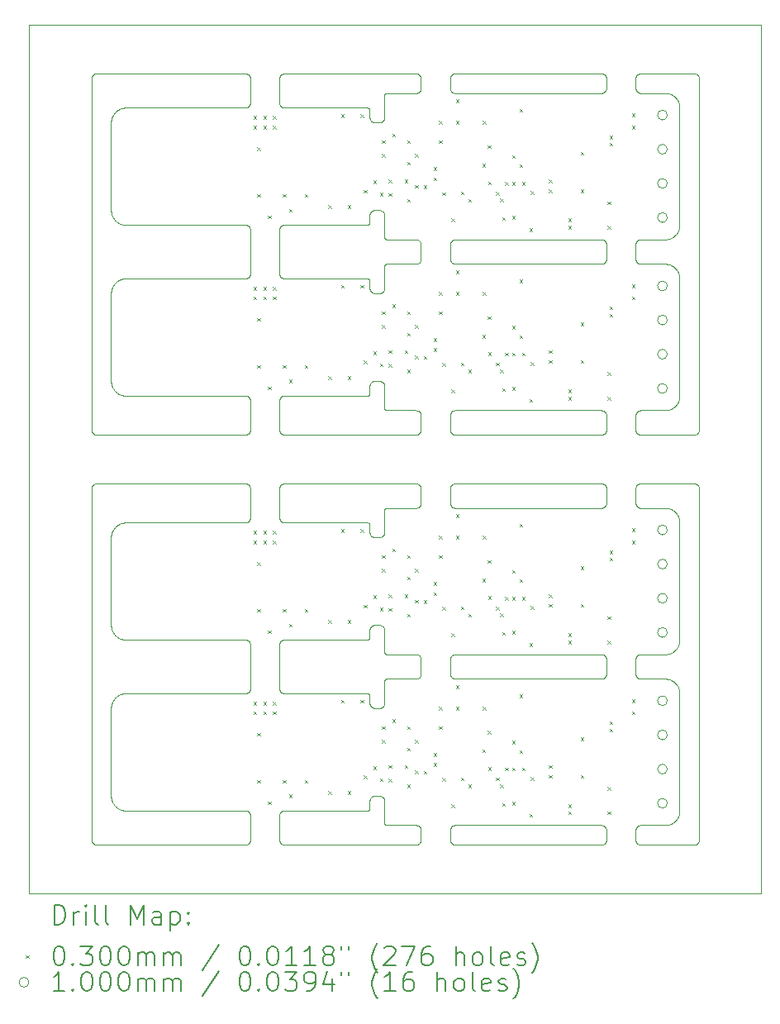
<source format=gbr>
%TF.GenerationSoftware,KiCad,Pcbnew,8.0.1*%
%TF.CreationDate,2025-05-23T10:36:48+02:00*%
%TF.ProjectId,panel-4,70616e65-6c2d-4342-9e6b-696361645f70,F*%
%TF.SameCoordinates,Original*%
%TF.FileFunction,Drillmap*%
%TF.FilePolarity,Positive*%
%FSLAX45Y45*%
G04 Gerber Fmt 4.5, Leading zero omitted, Abs format (unit mm)*
G04 Created by KiCad (PCBNEW 8.0.1) date 2025-05-23 10:36:48*
%MOMM*%
%LPD*%
G01*
G04 APERTURE LIST*
%ADD10C,0.100000*%
%ADD11C,0.200000*%
G04 APERTURE END LIST*
D10*
X3648232Y-8195509D02*
X3648762Y-8195839D01*
X6512183Y-700000D02*
X6262521Y-700003D01*
X6577983Y-4965065D02*
X6572229Y-4962421D01*
X6643945Y-6372234D02*
X6646877Y-6366620D01*
X6257610Y-2200240D02*
X6260052Y-2200060D01*
X6262521Y-700003D02*
X6260072Y-699943D01*
X4002579Y-4720175D02*
X4003989Y-4722178D01*
X3532519Y-5249735D02*
X3530089Y-5249434D01*
X849921Y-1959729D02*
X852565Y-1965483D01*
X4321010Y-3972177D02*
X4322420Y-3970175D01*
X6660850Y-2072086D02*
X6661650Y-2065803D01*
X2259482Y-4733090D02*
X2260251Y-4735415D01*
X856056Y-6222236D02*
X856668Y-6223339D01*
X6849573Y-4183611D02*
X6847885Y-4185385D01*
X5883786Y-6695218D02*
X5881547Y-6696210D01*
X3637440Y-6952541D02*
X3637259Y-6954984D01*
X856668Y-6926661D02*
X856056Y-6927764D01*
X6824725Y-4701495D02*
X6827085Y-4702149D01*
X6212605Y-4900103D02*
X6212601Y-4749903D01*
X5869811Y-4199460D02*
X5867380Y-4199760D01*
X839150Y-5227914D02*
X838350Y-5234196D01*
X6659287Y-3830809D02*
X6659541Y-3829574D01*
X3631605Y-2723619D02*
X3630398Y-2725750D01*
X4348014Y-502149D02*
X4350375Y-501495D01*
X3467011Y-6299555D02*
X3467526Y-6299478D01*
X3976958Y-6697879D02*
X3974598Y-6698533D01*
X2566398Y-819217D02*
X2565517Y-816932D01*
X6653368Y-2101496D02*
X6655416Y-2095504D01*
X2258596Y-5069212D02*
X2257603Y-5071452D01*
X2255300Y-4724247D02*
X2256507Y-4726378D01*
X3478777Y-3793953D02*
X3479230Y-3793523D01*
X6214096Y-6662226D02*
X6213559Y-6659837D01*
X3511766Y-6992874D02*
X3509697Y-6991564D01*
X668304Y-8396202D02*
X666065Y-8395209D01*
X2246010Y-4187073D02*
X2244156Y-4188673D01*
X6542071Y-2452959D02*
X6535838Y-2451841D01*
X874109Y-6901826D02*
X873288Y-6902783D01*
X6652929Y-6352682D02*
X6653367Y-6351499D01*
X6824725Y-4198505D02*
X6822335Y-4199041D01*
X3990197Y-2441617D02*
X3988128Y-2442928D01*
X5905297Y-2224253D02*
X5906504Y-2226385D01*
X3597321Y-5249036D02*
X3594908Y-5249454D01*
X3511775Y-6157129D02*
X3513905Y-6155922D01*
X3637640Y-2177532D02*
X3637721Y-2178047D01*
X6620771Y-4996207D02*
X6616293Y-4991729D01*
X2595711Y-3802896D02*
X2598037Y-3802128D01*
X3656240Y-3949192D02*
X3656751Y-3949295D01*
X6650079Y-6790271D02*
X6647435Y-6784516D01*
X3995959Y-6462924D02*
X3997733Y-6464613D01*
X3997759Y-6685411D02*
X3995985Y-6687100D01*
X879229Y-2003793D02*
X883707Y-2008271D01*
X4005295Y-3974245D02*
X4006502Y-3976376D01*
X3488066Y-2707411D02*
X3487765Y-2704981D01*
X3655527Y-8198986D02*
X3656854Y-8199329D01*
X648827Y-8381756D02*
X647320Y-8379825D01*
X2593409Y-6846222D02*
X2591170Y-6845230D01*
X2566421Y-5069219D02*
X2565540Y-5066934D01*
X5910202Y-4914601D02*
X5909433Y-4916926D01*
X4362502Y-700024D02*
X4360052Y-699964D01*
X3629090Y-3672209D02*
X3630401Y-3674278D01*
X5894153Y-6461330D02*
X5896007Y-6462930D01*
X6245690Y-4197083D02*
X6243405Y-4196201D01*
X3650946Y-8197125D02*
X3651493Y-8197428D01*
X4006482Y-2423647D02*
X4005275Y-2425778D01*
X864038Y-7985163D02*
X864759Y-7986199D01*
X3487585Y-7947468D02*
X3487765Y-7945026D01*
X864760Y-3736201D02*
X868509Y-3741305D01*
X4011436Y-3990164D02*
X4011854Y-3992577D01*
X3487276Y-2028153D02*
X3487355Y-2027530D01*
X965414Y-8048350D02*
X971696Y-8049150D01*
X4336846Y-3957099D02*
X4338977Y-3955892D01*
X4338982Y-6694121D02*
X4336850Y-6692914D01*
X6234783Y-6458409D02*
X6236852Y-6457099D01*
X4332825Y-2209817D02*
X4334827Y-2208407D01*
X641298Y-8369196D02*
X640417Y-8366911D01*
X6528301Y-2450849D02*
X6527046Y-2450722D01*
X677665Y-500959D02*
X680078Y-500540D01*
X6213564Y-6490164D02*
X6214101Y-6487774D01*
X6230850Y-4938677D02*
X6228995Y-4937077D01*
X6257615Y-8399760D02*
X6255184Y-8399460D01*
X2262394Y-2550115D02*
X2262334Y-2552565D01*
X2262154Y-3844992D02*
X2262334Y-3847435D01*
X3997779Y-4935414D02*
X3996005Y-4937102D01*
X3630398Y-6975750D02*
X3629087Y-6977820D01*
X4348024Y-4702149D02*
X4350385Y-4701496D01*
X3537425Y-3650032D02*
X3587599Y-3650032D01*
X837740Y-5241774D02*
X837676Y-5243033D01*
X6815048Y-8399940D02*
X6812599Y-8400000D01*
X3649830Y-2453476D02*
X3648666Y-2454202D01*
X3487468Y-6275626D02*
X3487500Y-6274373D01*
X6603805Y-6731009D02*
X6598701Y-6727260D01*
X3637532Y-4974370D02*
X3637500Y-4975631D01*
X838350Y-3665803D02*
X839150Y-3672086D01*
X902336Y-2626538D02*
X901301Y-2627259D01*
X5862491Y-2200000D02*
X5864941Y-2200060D01*
X4007603Y-3978564D02*
X4008596Y-3980803D01*
X3642304Y-8189699D02*
X3643143Y-8190783D01*
X3608935Y-3654823D02*
X3611123Y-3655924D01*
X6217391Y-2228566D02*
X6218492Y-2226378D01*
X4334785Y-4708412D02*
X4336854Y-4707101D01*
X6214096Y-4162224D02*
X6213560Y-4159834D01*
X2260246Y-5064602D02*
X2259477Y-5066927D01*
X6216404Y-2419200D02*
X6215522Y-2416915D01*
X2262400Y-6800114D02*
X2262340Y-6802564D01*
X5879262Y-6697091D02*
X5876937Y-6697859D01*
X2598020Y-8052128D02*
X2600380Y-8051474D01*
X6592373Y-6426948D02*
X6597661Y-6423463D01*
X2261441Y-4740166D02*
X2261859Y-4742579D01*
X4009456Y-2416934D02*
X4008575Y-2419220D01*
X840713Y-6969191D02*
X840459Y-6970426D01*
X5908552Y-3980796D02*
X5909433Y-3983081D01*
X6858701Y-8369196D02*
X6857709Y-8371435D01*
X4012109Y-2245002D02*
X4012290Y-2247445D01*
X2261854Y-3842561D02*
X2262154Y-3844992D01*
X2219799Y-849476D02*
X2217369Y-849776D01*
X2222232Y-8399041D02*
X2219819Y-8399460D01*
X6219703Y-8375750D02*
X6218496Y-8373619D01*
X3643966Y-708258D02*
X3643545Y-708724D01*
X3613245Y-5242898D02*
X3611113Y-5244105D01*
X3981545Y-2203798D02*
X3983784Y-2204790D01*
X4008602Y-8369196D02*
X4007609Y-8371435D01*
X844584Y-6195504D02*
X846632Y-6201496D01*
X6652929Y-2102682D02*
X6653367Y-2101499D01*
X3475720Y-3796200D02*
X3476232Y-3795843D01*
X2565540Y-3833066D02*
X2566421Y-3830781D01*
X6227221Y-3964615D02*
X6228995Y-3962926D01*
X4332825Y-4940198D02*
X4330894Y-4938692D01*
X4001067Y-3968243D02*
X4002574Y-3970174D01*
X3995985Y-2437100D02*
X3994130Y-2438700D01*
X2252574Y-3820158D02*
X2253984Y-3822160D01*
X3659976Y-2199861D02*
X3660496Y-2199898D01*
X859883Y-7978801D02*
X860550Y-7979871D01*
X5899423Y-3966385D02*
X5901022Y-3968239D01*
X957929Y-6297041D02*
X964162Y-6298158D01*
X4322427Y-4720180D02*
X4323934Y-4718249D01*
X6542071Y-4952959D02*
X6535838Y-4951841D01*
X6214100Y-537781D02*
X6214753Y-535420D01*
X3478359Y-6855719D02*
X3476235Y-6854159D01*
X637500Y-4749901D02*
X637560Y-4747452D01*
X3654528Y-8198658D02*
X3655015Y-8198841D01*
X3632707Y-971431D02*
X3631605Y-973619D01*
X4012158Y-4745010D02*
X4012339Y-4747453D01*
X4312840Y-3995009D02*
X4313140Y-3992578D01*
X3645756Y-2193532D02*
X3646717Y-2194357D01*
X3500456Y-7916415D02*
X3502145Y-7914642D01*
X5867344Y-6699767D02*
X5864902Y-6699947D01*
X2258596Y-3830787D02*
X2259477Y-3833073D01*
X3653238Y-3948195D02*
X3653820Y-3948428D01*
X4334864Y-8208404D02*
X4336933Y-8207095D01*
X2222234Y-6849057D02*
X2219821Y-6849476D01*
X920879Y-5115623D02*
X915266Y-5118555D01*
X4010250Y-4164584D02*
X4009482Y-4166910D01*
X4350423Y-6451495D02*
X4352812Y-6450958D01*
X6214100Y-8362219D02*
X6213564Y-8359829D01*
X5910895Y-4737785D02*
X5911431Y-4740175D01*
X3629087Y-5227820D02*
X3627676Y-5229823D01*
X6657855Y-3836981D02*
X6659286Y-3830812D01*
X3592491Y-1900272D02*
X3594922Y-1900572D01*
X908699Y-6872383D02*
X907629Y-6873050D01*
X3475163Y-6853491D02*
X3472827Y-6852270D01*
X4312660Y-4152548D02*
X4312600Y-4150099D01*
X6558004Y-3942916D02*
X6563996Y-3940868D01*
X3986023Y-8394108D02*
X3983835Y-8395209D01*
X987817Y-6300000D02*
X2212492Y-6299984D01*
X4360052Y-3950060D02*
X4362501Y-3950000D01*
X641298Y-530804D02*
X642291Y-528565D01*
X2261441Y-6809850D02*
X2260904Y-6812240D01*
X908699Y-5122383D02*
X907629Y-5123051D01*
X4327232Y-8385375D02*
X4325543Y-8383600D01*
X4328989Y-3962926D02*
X4330844Y-3961327D01*
X5909483Y-8366911D02*
X5908602Y-8369196D01*
X4314758Y-4735424D02*
X4315526Y-4733098D01*
X6631491Y-6391305D02*
X6635240Y-6386201D01*
X2563139Y-542578D02*
X2563558Y-540165D01*
X6861541Y-4740165D02*
X6861960Y-4742578D01*
X838350Y-7915803D02*
X839150Y-7922086D01*
X6657854Y-5063017D02*
X6657538Y-5061796D01*
X3487524Y-7949917D02*
X3487585Y-7947468D01*
X6558001Y-6707083D02*
X6556798Y-6706705D01*
X3604399Y-5247079D02*
X3602073Y-5247847D01*
X2607608Y-500240D02*
X2610051Y-500060D01*
X2569699Y-2074226D02*
X2571010Y-2072156D01*
X890285Y-6264214D02*
X895193Y-6268216D01*
X3635350Y-5214580D02*
X3634582Y-5216906D01*
X5872188Y-2449049D02*
X5869775Y-2449467D01*
X2259481Y-8366908D02*
X2258599Y-8369193D01*
X2564749Y-2085394D02*
X2565517Y-2083069D01*
X6609717Y-3914212D02*
X6610674Y-3913391D01*
X4332778Y-2440192D02*
X4330847Y-2438685D01*
X2226985Y-4702149D02*
X2229310Y-4702917D01*
X638459Y-540165D02*
X638995Y-537775D01*
X2256507Y-4173622D02*
X2255300Y-4175753D01*
X2586846Y-6307079D02*
X2588977Y-6305871D01*
X6221013Y-522181D02*
X6222423Y-520178D01*
X6255179Y-2200540D02*
X6257610Y-2200240D01*
X2262399Y-4150098D02*
X2262339Y-4152548D01*
X3481032Y-8041743D02*
X3481925Y-8040703D01*
X6243410Y-4946205D02*
X6241171Y-4945212D01*
X2226984Y-6847867D02*
X2224624Y-6848520D01*
X6528303Y-8199150D02*
X6534586Y-8198350D01*
X922014Y-6865066D02*
X920882Y-6865621D01*
X3487468Y-2624371D02*
X3487404Y-2623103D01*
X3972230Y-4949070D02*
X3969817Y-4949489D01*
X864760Y-1986201D02*
X868509Y-1991305D01*
X2562846Y-6805013D02*
X2562666Y-6802570D01*
X5912340Y-8352548D02*
X5912160Y-8354991D01*
X3534960Y-999915D02*
X3532519Y-999734D01*
X4350381Y-6698519D02*
X4348020Y-6697866D01*
X3488066Y-1942596D02*
X3488485Y-1940183D01*
X2567391Y-821456D02*
X2566398Y-819217D01*
X2572420Y-8379825D02*
X2571010Y-8377822D01*
X864038Y-3735163D02*
X864759Y-3736199D01*
X5906504Y-6476385D02*
X5907605Y-6478573D01*
X6592371Y-4973051D02*
X6591301Y-4972383D01*
X3656857Y-8199330D02*
X3657468Y-8199472D01*
X3467009Y-5100445D02*
X3464290Y-5100099D01*
X3503918Y-7912954D02*
X3505773Y-7911354D01*
X6660850Y-2577912D02*
X6660659Y-2576665D01*
X2257609Y-6821451D02*
X2256508Y-6823638D01*
X640417Y-4166911D02*
X639649Y-4164585D01*
X4313607Y-4909860D02*
X4313188Y-4907448D01*
X4317391Y-671459D02*
X4316398Y-669220D01*
X2578995Y-8062905D02*
X2580849Y-8061306D01*
X6243425Y-8203798D02*
X6245710Y-8202916D01*
X6838254Y-4192901D02*
X6836123Y-4194108D01*
X6232775Y-4709820D02*
X6234778Y-4708410D01*
X6212846Y-4904995D02*
X6212665Y-4902553D01*
X2572420Y-829846D02*
X2571010Y-827844D01*
X3486976Y-869966D02*
X3486844Y-869462D01*
X639649Y-8364585D02*
X638995Y-8362225D01*
X4322420Y-4179825D02*
X4321010Y-4177823D01*
X3604411Y-6152949D02*
X3606696Y-6153830D01*
X849920Y-2690273D02*
X849422Y-2691433D01*
X680078Y-4199460D02*
X677665Y-4199041D01*
X6849573Y-516389D02*
X6851173Y-518244D01*
X956691Y-3796787D02*
X957926Y-3797041D01*
X4002574Y-4929855D02*
X4001068Y-4931785D01*
X6214770Y-8235410D02*
X6215538Y-8233084D01*
X2212493Y-3799984D02*
X2214942Y-3800044D01*
X647320Y-4179825D02*
X645910Y-4177823D01*
X3967385Y-500240D02*
X3969816Y-500540D01*
X3638308Y-718740D02*
X3638205Y-719251D01*
X6214770Y-664593D02*
X6214117Y-662233D01*
X4355178Y-3950540D02*
X4357609Y-3950240D01*
X3475079Y-2603419D02*
X3474631Y-2603153D01*
X6236868Y-692905D02*
X6234799Y-691595D01*
X3490444Y-2716895D02*
X3489675Y-2714571D01*
X4011414Y-6659857D02*
X4010878Y-6662247D01*
X6225530Y-516392D02*
X6227219Y-514618D01*
X3487468Y-5124371D02*
X3487404Y-5123103D01*
X3522929Y-2747825D02*
X3520605Y-2747056D01*
X5911854Y-6492589D02*
X5912153Y-6495021D01*
X6660850Y-8072086D02*
X6661650Y-8065803D01*
X838350Y-6165803D02*
X839150Y-6172086D01*
X4012132Y-2405013D02*
X4011832Y-2407444D01*
X6635240Y-5013799D02*
X6631491Y-5008695D01*
X3634582Y-6966906D02*
X3633700Y-6969192D01*
X5912293Y-2402568D02*
X5912112Y-2405010D01*
X2591165Y-8395209D02*
X2588978Y-8394108D01*
X5883835Y-8204791D02*
X5886023Y-8205892D01*
X3520616Y-6152948D02*
X3522941Y-6152180D01*
X3487500Y-875627D02*
X3487468Y-874374D01*
X668304Y-503798D02*
X670589Y-502917D01*
X659677Y-508410D02*
X661746Y-507099D01*
X5910855Y-3987766D02*
X5911392Y-3990155D01*
X6222442Y-8220171D02*
X6223949Y-8218241D01*
X6556795Y-2456705D02*
X6550707Y-2454963D01*
X637740Y-4745009D02*
X638040Y-4742578D01*
X5881587Y-4196200D02*
X5879301Y-4197082D01*
X864759Y-6913801D02*
X864038Y-6914836D01*
X2222212Y-8050943D02*
X2224602Y-8051479D01*
X6610674Y-2486609D02*
X6609717Y-2485788D01*
X2565517Y-6333069D02*
X2566399Y-6330784D01*
X879229Y-6253793D02*
X883707Y-6258271D01*
X6571067Y-3938078D02*
X6572227Y-3937580D01*
X6227221Y-6464615D02*
X6228995Y-6462926D01*
X3983834Y-4195209D02*
X3981595Y-4196201D01*
X6598701Y-8172740D02*
X6603805Y-8168991D01*
X5899385Y-683628D02*
X5897696Y-685401D01*
X987183Y-2600008D02*
X980536Y-2600176D01*
X3482263Y-8040292D02*
X3482559Y-8039864D01*
X6534586Y-701650D02*
X6528303Y-700850D01*
X2569701Y-4175752D02*
X2568494Y-4173621D01*
X3638514Y-2468027D02*
X3638170Y-2469354D01*
X2212492Y-6299984D02*
X2214942Y-6300044D01*
X6631491Y-2141305D02*
X6635240Y-2136201D01*
X6660850Y-827912D02*
X6660659Y-826665D01*
X2598020Y-2597872D02*
X2595694Y-2597104D01*
X5903902Y-677844D02*
X5902492Y-679845D01*
X3637640Y-3927532D02*
X3637721Y-3928047D01*
X2562840Y-805012D02*
X2562660Y-802570D01*
X3974625Y-8398505D02*
X3972235Y-8399041D01*
X639649Y-4164585D02*
X638995Y-4162225D01*
X3994104Y-2211325D02*
X3995959Y-2212924D01*
X4316402Y-6669202D02*
X4315521Y-6666917D01*
X2591170Y-8054770D02*
X2593409Y-8053777D01*
X6643331Y-2526659D02*
X6640118Y-2521201D01*
X3636960Y-1942610D02*
X3637260Y-1945041D01*
X5879306Y-6452918D02*
X5881591Y-6453800D01*
X3476235Y-8045841D02*
X3478359Y-8044281D01*
X837500Y-6149684D02*
X837508Y-6150315D01*
X2247784Y-2064599D02*
X2249473Y-2066373D01*
X5911850Y-4742589D02*
X5912149Y-4745020D01*
X2262159Y-4154990D02*
X2261859Y-4157421D01*
X972954Y-850722D02*
X971699Y-850849D01*
X2572426Y-2579847D02*
X2571015Y-2577844D01*
X2238152Y-507100D02*
X2240221Y-508410D01*
X3621104Y-5237071D02*
X3619249Y-5238671D01*
X5888104Y-6692910D02*
X5885973Y-6694117D01*
X2562603Y-4749904D02*
X2562663Y-4747455D01*
X2262339Y-4152548D02*
X2262159Y-4154990D01*
X3621111Y-6162959D02*
X3622885Y-6164647D01*
X5899423Y-6683623D02*
X5897734Y-6685396D01*
X3638205Y-2180749D02*
X3638308Y-2181260D01*
X949293Y-854963D02*
X943204Y-856705D01*
X6223931Y-8381753D02*
X6222424Y-8379822D01*
X4319750Y-2224239D02*
X4321060Y-2222170D01*
X3491325Y-6969179D02*
X3490444Y-6966895D01*
X2571015Y-8072156D02*
X2572426Y-8070153D01*
X3651037Y-3947178D02*
X3651491Y-3947433D01*
X5906508Y-8226377D02*
X5907609Y-8228565D01*
X6236847Y-4707100D02*
X6238978Y-4705892D01*
X6218514Y-8226373D02*
X6219721Y-8224242D01*
X4010246Y-3985414D02*
X4010899Y-3987774D01*
X4334827Y-2208407D02*
X4336896Y-2207097D01*
X4350375Y-3951495D02*
X4352765Y-3950959D01*
X2246009Y-512928D02*
X2247783Y-514617D01*
X3602073Y-997847D02*
X3599712Y-998500D01*
X6245690Y-4702917D02*
X6248016Y-4702149D01*
X2214926Y-8050044D02*
X2217369Y-8050224D01*
X3463240Y-2049968D02*
X3463761Y-2049957D01*
X6640117Y-5021199D02*
X6639449Y-5020129D01*
X5883830Y-2204792D02*
X5886018Y-2205894D01*
X2217385Y-6300224D02*
X2219816Y-6300524D01*
X6661778Y-2585454D02*
X6661651Y-2584199D01*
X7500000Y-611D02*
X7499988Y-110D01*
X3996005Y-4937102D02*
X3994151Y-4938702D01*
X849422Y-7958567D02*
X849920Y-7959727D01*
X856055Y-5177766D02*
X853122Y-5183379D01*
X4338986Y-4705894D02*
X4341174Y-4704792D01*
X6659541Y-820426D02*
X6659287Y-819191D01*
X3522929Y-6997825D02*
X3520605Y-6997056D01*
X3495939Y-6172201D02*
X3497349Y-6170199D01*
X6228995Y-3962926D02*
X6230849Y-3961326D01*
X5901023Y-6681769D02*
X5899423Y-6683623D01*
X4314095Y-3987775D02*
X4314749Y-3985415D01*
X2226962Y-847867D02*
X2224602Y-848521D01*
X6855401Y-524246D02*
X6856608Y-526377D01*
X2226979Y-2597867D02*
X2224618Y-2598521D01*
X6626714Y-2147215D02*
X6630716Y-2142307D01*
X4312660Y-3997451D02*
X4312840Y-3995009D01*
X682509Y-8399760D02*
X680078Y-8399460D01*
X2569705Y-6825775D02*
X2568498Y-6823644D01*
X6647435Y-8115483D02*
X6650079Y-8109729D01*
X3487068Y-2620487D02*
X3486978Y-2619974D01*
X3629090Y-7922209D02*
X3630401Y-7924278D01*
X3469977Y-851161D02*
X3469373Y-850988D01*
X6215521Y-533094D02*
X6216402Y-530809D01*
X6585841Y-6430831D02*
X6591299Y-6427618D01*
X5886004Y-505896D02*
X5888136Y-507104D01*
X2564754Y-2564607D02*
X2564101Y-2562246D01*
X3486976Y-2619966D02*
X3486844Y-2619462D01*
X3643145Y-3940785D02*
X3643542Y-3941272D01*
X3491325Y-969179D02*
X3490444Y-966895D01*
X3503918Y-1912954D02*
X3505773Y-1911354D01*
X4321009Y-522177D02*
X4322419Y-520175D01*
X6620771Y-6746207D02*
X6616293Y-6741729D01*
X6222421Y-4179825D02*
X6221010Y-4177822D01*
X6212680Y-652558D02*
X6212620Y-650108D01*
X3645683Y-4956548D02*
X3645287Y-4956886D01*
X4312922Y-8244984D02*
X4313223Y-8242554D01*
X5912293Y-6652568D02*
X5912112Y-6655010D01*
X6230849Y-3961326D02*
X6232780Y-3959820D01*
X6838254Y-507099D02*
X6840323Y-508410D01*
X3490445Y-1933110D02*
X3491327Y-1930825D01*
X4003985Y-4927852D02*
X4002574Y-4929855D01*
X4012395Y-4900129D02*
X4012334Y-4902578D01*
X3985971Y-2205891D02*
X3988102Y-2207098D01*
X3502139Y-985361D02*
X3500451Y-983588D01*
X4323943Y-8381745D02*
X4322437Y-8379813D01*
X2233834Y-4704791D02*
X2236022Y-4705892D01*
X3471866Y-6298156D02*
X3472350Y-6297965D01*
X5911812Y-3992568D02*
X5912112Y-3994998D01*
X3490444Y-966895D02*
X3489675Y-964571D01*
X3522941Y-1902180D02*
X3525301Y-1901527D01*
X2256506Y-8373620D02*
X2255298Y-8375752D01*
X6223949Y-8218241D02*
X6225549Y-8216386D01*
X2610057Y-6849961D02*
X2607614Y-6849781D01*
X3659976Y-6449861D02*
X3660496Y-6449898D01*
X3654422Y-4951367D02*
X3653235Y-4951806D01*
X6822335Y-500959D02*
X6824725Y-501495D01*
X4321060Y-2222170D02*
X4322470Y-2220169D01*
X3661759Y-4950032D02*
X3661239Y-4950043D01*
X2229308Y-8397083D02*
X2226982Y-8397851D01*
X5910202Y-3985406D02*
X5910855Y-3987766D01*
X2224619Y-3801479D02*
X2226979Y-3802133D01*
X3636541Y-7940197D02*
X3636960Y-7942610D01*
X3626169Y-6981754D02*
X3624568Y-6983608D01*
X3969822Y-8200540D02*
X3972235Y-8200959D01*
X5874577Y-6698512D02*
X5872188Y-6699048D01*
X2584777Y-6308389D02*
X2586846Y-6307079D01*
X2252574Y-2579842D02*
X2251067Y-2581773D01*
X3485927Y-5116318D02*
X3485680Y-5115744D01*
X3507696Y-6990154D02*
X3505766Y-6988648D01*
X3632707Y-2721431D02*
X3631605Y-2723619D01*
X980536Y-8049823D02*
X987183Y-8049992D01*
X6650578Y-5041433D02*
X6650080Y-5040273D01*
X6212841Y-2245010D02*
X6213141Y-2242579D01*
X6213559Y-6659837D02*
X6213141Y-6657423D01*
X4006456Y-6476373D02*
X4007557Y-6478560D01*
X3964949Y-8399940D02*
X3962499Y-8400000D01*
X4323977Y-6468238D02*
X4325577Y-6466384D01*
X5879227Y-697092D02*
X5876902Y-697860D01*
X4319750Y-6474239D02*
X4321060Y-6472170D01*
X6635963Y-8135161D02*
X6639448Y-8129873D01*
X3484347Y-6287120D02*
X3484622Y-6286559D01*
X3979310Y-4197083D02*
X3976984Y-4197851D01*
X3481096Y-858342D02*
X3479232Y-856479D01*
X4011854Y-4907452D02*
X4011436Y-4909865D01*
X896193Y-2631010D02*
X895195Y-2631782D01*
X2253988Y-8377821D02*
X2252578Y-8379824D01*
X2240200Y-8058393D02*
X2242202Y-8059803D01*
X5902580Y-8220174D02*
X5903990Y-8222177D01*
X3661870Y-8199968D02*
X3663131Y-8200000D01*
X5888145Y-4192898D02*
X5886014Y-4194106D01*
X4008575Y-6669219D02*
X4007583Y-6671459D01*
X6621643Y-6402875D02*
X6625889Y-6398176D01*
X914159Y-5119169D02*
X908701Y-5122382D01*
X3641714Y-8188829D02*
X3641988Y-8189272D01*
X3640323Y-2186465D02*
X3641713Y-2188827D01*
X2242225Y-4190180D02*
X2240222Y-4191590D01*
X3652078Y-8197680D02*
X3654526Y-8198658D01*
X3643143Y-4959217D02*
X3642304Y-4960301D01*
X3479167Y-6293605D02*
X3480161Y-6292660D01*
X837740Y-6991773D02*
X837676Y-6993033D01*
X6257629Y-8200240D02*
X6260071Y-8200060D01*
X3491327Y-6180825D02*
X3492320Y-6178587D01*
X3648844Y-2195916D02*
X3649278Y-2196204D01*
X3644841Y-2192663D02*
X3645285Y-2193106D01*
X6661651Y-2065801D02*
X6661778Y-2064546D01*
X4313559Y-659859D02*
X4313140Y-657446D01*
X6597661Y-6726537D02*
X6592373Y-6723052D01*
X2242202Y-8059803D02*
X2244133Y-8061310D01*
X2238153Y-4192900D02*
X2236022Y-4194108D01*
X3471172Y-2601570D02*
X3470576Y-2601383D01*
X6535838Y-8198158D02*
X6542071Y-8197041D01*
X4327266Y-6464611D02*
X4329040Y-6462922D01*
X3649742Y-703540D02*
X3649285Y-703791D01*
X3996010Y-4187073D02*
X3994155Y-4188673D01*
X4313559Y-4159835D02*
X4313140Y-4157422D01*
X3493419Y-973604D02*
X3492318Y-971417D01*
X6615375Y-740856D02*
X6610676Y-736611D01*
X2584783Y-2591611D02*
X2582780Y-2590201D01*
X3463770Y-6299956D02*
X3464288Y-6299901D01*
X2259477Y-6333073D02*
X2260245Y-6335398D01*
X915266Y-2031445D02*
X920879Y-2034377D01*
X6626714Y-8147215D02*
X6630716Y-8142307D01*
X3647205Y-705245D02*
X3646719Y-705641D01*
X3477280Y-2604867D02*
X3476774Y-2604496D01*
X4012154Y-4905021D02*
X4011854Y-4907452D01*
X840459Y-3679574D02*
X840713Y-3680809D01*
X4012132Y-6655013D02*
X4011832Y-6657444D01*
X2226962Y-8052132D02*
X2229288Y-8052901D01*
X6862260Y-4154991D02*
X6861960Y-4157422D01*
X5907609Y-8371435D02*
X5906508Y-8373623D01*
X637500Y-8350099D02*
X637500Y-4749901D01*
X6262502Y-2200000D02*
X6512183Y-2200000D01*
X3487765Y-6195026D02*
X3488066Y-6192596D01*
X2562600Y-6349881D02*
X2562660Y-6347431D01*
X6262506Y-3950000D02*
X6512183Y-3950000D01*
X4352764Y-500959D02*
X4355177Y-500540D01*
X3500456Y-1916415D02*
X3502145Y-1914642D01*
X6662500Y-2049683D02*
X6662500Y-850317D01*
X956688Y-853214D02*
X950519Y-854645D01*
X5901070Y-2218249D02*
X5902577Y-2220181D01*
X2233812Y-8054774D02*
X2236000Y-8055875D01*
X884625Y-3759143D02*
X889324Y-3763389D01*
X5881596Y-8396202D02*
X5879311Y-8397083D01*
X3648232Y-3945509D02*
X3648762Y-3945839D01*
X3489022Y-5212211D02*
X3488485Y-5209823D01*
X3468041Y-5100644D02*
X3467534Y-5100524D01*
X4328993Y-2437085D02*
X4327219Y-2435395D01*
X2219816Y-5099476D02*
X2217385Y-5099776D01*
X3497349Y-1920199D02*
X3498856Y-1918269D01*
X5909474Y-4733098D02*
X5910242Y-4735424D01*
X6212841Y-4745010D02*
X6213141Y-4742579D01*
X907629Y-6276949D02*
X908699Y-6277617D01*
X4362501Y-3950000D02*
X5862452Y-3950000D01*
X5879301Y-4702918D02*
X5881587Y-4703800D01*
X2251050Y-8068226D02*
X2252557Y-8070157D01*
X2563146Y-8092556D02*
X2563564Y-8090143D01*
X5890173Y-6691600D02*
X5888104Y-6692910D01*
X4343409Y-2446216D02*
X4341170Y-2445223D01*
X2224624Y-4198505D02*
X2222234Y-4199041D01*
X920879Y-865622D02*
X915266Y-868555D01*
X3534960Y-2749915D02*
X3532519Y-2749735D01*
X2577221Y-2585406D02*
X2575532Y-2583632D01*
X4314748Y-535415D02*
X4315516Y-533089D01*
X3513905Y-7905922D02*
X3516093Y-7904821D01*
X6856608Y-8373623D02*
X6855401Y-8375754D01*
X6213564Y-3990164D02*
X6214101Y-3987774D01*
X936001Y-5109133D02*
X934818Y-5109571D01*
X6217413Y-8228561D02*
X6218514Y-8226373D01*
X5874542Y-698513D02*
X5872153Y-699049D01*
X2610056Y-8050039D02*
X2612506Y-8049979D01*
X3472827Y-3797729D02*
X3475163Y-3796509D01*
X964165Y-8048159D02*
X965412Y-8048350D01*
X6635963Y-2135161D02*
X6639448Y-2129873D01*
X2605178Y-2050519D02*
X2607609Y-2050219D01*
X5864902Y-6699947D02*
X5862453Y-6700007D01*
X6528303Y-2199150D02*
X6534586Y-2198350D01*
X941998Y-2042917D02*
X943202Y-2043294D01*
X3637500Y-4975633D02*
X3637500Y-5200091D01*
X2605200Y-3800519D02*
X2607631Y-3800219D01*
X927773Y-3787580D02*
X928932Y-3788078D01*
X3469982Y-6298837D02*
X3470576Y-6298634D01*
X2217385Y-3800224D02*
X2219816Y-3800524D01*
X3657465Y-4950524D02*
X3656958Y-4950644D01*
X6248036Y-8202148D02*
X6250396Y-8201495D01*
X6520726Y-6700240D02*
X6519467Y-6700176D01*
X6212841Y-6654992D02*
X6212661Y-6652550D01*
X6230844Y-6688676D02*
X6228990Y-6687076D01*
X5892175Y-3959817D02*
X5894106Y-3961323D01*
X6659286Y-6819188D02*
X6657855Y-6813019D01*
X908701Y-3777618D02*
X914159Y-3780831D01*
X4319699Y-4175754D02*
X4318492Y-4173623D01*
X2605177Y-500540D02*
X2607608Y-500240D01*
X2224618Y-6301479D02*
X2226979Y-6302133D01*
X6542071Y-702959D02*
X6535838Y-701841D01*
X2584779Y-4708410D02*
X2586849Y-4707100D01*
X3988154Y-8392901D02*
X3986023Y-8394108D01*
X860550Y-2670129D02*
X859883Y-2671199D01*
X6856608Y-4726377D02*
X6857709Y-4728565D01*
X637560Y-547452D02*
X637740Y-545009D01*
X2566401Y-4169194D02*
X2565519Y-4166908D01*
X6610676Y-6413389D02*
X6615375Y-6409143D01*
X3988148Y-3957099D02*
X3990217Y-3958409D01*
X2582780Y-2590201D02*
X2580849Y-2588694D01*
X859883Y-1978801D02*
X860550Y-1979871D01*
X5907609Y-8228565D02*
X5908601Y-8230804D01*
X5890173Y-3958407D02*
X5892175Y-3959817D01*
X3604399Y-6997079D02*
X3602073Y-6997847D01*
X5897734Y-6685396D02*
X5895960Y-6687084D01*
X2567390Y-528565D02*
X2568491Y-526377D01*
X3615315Y-5241588D02*
X3613245Y-5242898D01*
X3627676Y-979823D02*
X3626169Y-981754D01*
X860552Y-6229873D02*
X864037Y-6235161D01*
X6252786Y-699044D02*
X6250396Y-698508D01*
X3990222Y-4708410D02*
X3992224Y-4709820D01*
X901301Y-2022741D02*
X902336Y-2023462D01*
X3500451Y-6983588D02*
X3498852Y-6981734D01*
X2238131Y-842917D02*
X2236000Y-844124D01*
X6861004Y-8362225D02*
X6860351Y-8364585D01*
X2256508Y-6823638D02*
X2255300Y-6825769D01*
X6222442Y-679832D02*
X6221032Y-677829D01*
X3649830Y-6703476D02*
X3648666Y-6704202D01*
X6214117Y-662233D02*
X6213580Y-659844D01*
X6653368Y-8101496D02*
X6655416Y-8095504D01*
X4350397Y-8398504D02*
X4348036Y-8397850D01*
X5894106Y-2438684D02*
X5892175Y-2440190D01*
X6214754Y-2414589D02*
X6214101Y-2412229D01*
X6630718Y-6392305D02*
X6631490Y-6391307D01*
X2602770Y-8050938D02*
X2605183Y-8050519D01*
X6512815Y-4950008D02*
X6512184Y-4950000D01*
X873288Y-3747217D02*
X874109Y-3748174D01*
X4338977Y-4194108D02*
X4336846Y-4192901D01*
X6212620Y-650108D02*
X6212606Y-549908D01*
X6662259Y-5091771D02*
X6661778Y-5085456D01*
X4327304Y-8214606D02*
X4329077Y-8212918D01*
X6214101Y-4912229D02*
X6213564Y-4909839D01*
X6661651Y-3815801D02*
X6661778Y-3814546D01*
X4011436Y-4909865D02*
X4010899Y-4912254D01*
X6234783Y-3958409D02*
X6236852Y-3957099D01*
X3647809Y-4954814D02*
X3645685Y-4956547D01*
X6563996Y-6709132D02*
X6558004Y-6707084D01*
X934818Y-8040429D02*
X936001Y-8040867D01*
X856669Y-3723341D02*
X859882Y-3728799D01*
X3637440Y-1947484D02*
X3637500Y-1949933D01*
X5911431Y-4159825D02*
X5910895Y-4162215D01*
X4312646Y-2249889D02*
X4312707Y-2247439D01*
X869282Y-6907695D02*
X868510Y-6908693D01*
X6631490Y-5008693D02*
X6630718Y-5007695D01*
X2582797Y-3809798D02*
X2584800Y-3808388D01*
X5879311Y-8397083D02*
X5876985Y-8397851D01*
X3633700Y-6969192D02*
X3632707Y-6971431D01*
X645910Y-4722177D02*
X647320Y-4720175D01*
X6585841Y-8180831D02*
X6591299Y-8177618D01*
X2251067Y-6318227D02*
X2252574Y-6320158D01*
X2261857Y-8357418D02*
X2261438Y-8359832D01*
X3498856Y-3668269D02*
X3500456Y-3666415D01*
X979273Y-6299759D02*
X980533Y-6299823D01*
X4362547Y-6450000D02*
X5862491Y-6450000D01*
X3482560Y-6289862D02*
X3484010Y-6287661D01*
X4323934Y-4718249D02*
X4325534Y-4716394D01*
X5911812Y-6657440D02*
X5911393Y-6659853D01*
X3656753Y-3949295D02*
X3659451Y-3949779D01*
X3979284Y-6697111D02*
X3976958Y-6697879D01*
X6604805Y-731782D02*
X6603807Y-731010D01*
X6615375Y-4990856D02*
X6610676Y-4986611D01*
X5906458Y-2423637D02*
X5905250Y-2425768D01*
X2573927Y-2068223D02*
X2575526Y-2066369D01*
X5912112Y-3994998D02*
X5912293Y-3997440D01*
X6572229Y-2187579D02*
X6577983Y-2184935D01*
X950517Y-854646D02*
X949295Y-854962D01*
X3969802Y-699488D02*
X3967371Y-699788D01*
X5902572Y-4179820D02*
X5901066Y-4181751D01*
X6535835Y-2451841D02*
X6534588Y-2451650D01*
X4010246Y-4914615D02*
X4009477Y-4916940D01*
X837508Y-3650316D02*
X837676Y-3656964D01*
X4313146Y-2407426D02*
X4312847Y-2404994D01*
X5862452Y-3950000D02*
X5864901Y-3950060D01*
X838349Y-2734199D02*
X838222Y-2735454D01*
X3631605Y-5223619D02*
X3630398Y-5225750D01*
X5912329Y-4747463D02*
X5912388Y-4749913D01*
X3972185Y-6450959D02*
X3974574Y-6451495D01*
X6221032Y-677829D02*
X6219721Y-675761D01*
X2572419Y-520175D02*
X2573926Y-518244D01*
X6550704Y-6704962D02*
X6549483Y-6704646D01*
X12Y-110D02*
X0Y-611D01*
X3643967Y-3941743D02*
X3644912Y-3942737D01*
X6640118Y-8128799D02*
X6643331Y-8123341D01*
X5906500Y-4173616D02*
X5905293Y-4175747D01*
X2256485Y-823641D02*
X2255278Y-825772D01*
X3516082Y-6995182D02*
X3513896Y-6994081D01*
X6861960Y-4742578D02*
X6862260Y-4745009D01*
X655744Y-4711327D02*
X657675Y-4709820D01*
X2261860Y-2092563D02*
X2262159Y-2094993D01*
X889324Y-2636611D02*
X884625Y-2640856D01*
X4345694Y-2447097D02*
X4343409Y-2446216D01*
X914161Y-3780832D02*
X915264Y-3781444D01*
X3647715Y-704870D02*
X3647209Y-705242D01*
X6844256Y-4711327D02*
X6846111Y-4712927D01*
X2595689Y-6302896D02*
X2598015Y-6302128D01*
X3470578Y-2048633D02*
X3471864Y-2048157D01*
X4313559Y-3990165D02*
X4314095Y-3987775D01*
X987184Y-3799992D02*
X987815Y-3800000D01*
X896195Y-3768991D02*
X901299Y-3772740D01*
X680078Y-4700540D02*
X682509Y-4700240D01*
X907626Y-2623052D02*
X902339Y-2626537D01*
X2236022Y-2055876D02*
X2238153Y-2057083D01*
X5872187Y-3950958D02*
X5874576Y-3951495D01*
X3615315Y-991588D02*
X3613245Y-992898D01*
X3530089Y-999434D02*
X3527677Y-999015D01*
X6213141Y-2242579D02*
X6213559Y-2240166D01*
X964162Y-5101841D02*
X957929Y-5102959D01*
X3636541Y-5209829D02*
X3636004Y-5212219D01*
X659677Y-8391590D02*
X657675Y-8390180D01*
X640417Y-4733089D02*
X641298Y-4730804D01*
X4316398Y-3980804D02*
X4317391Y-3978565D01*
X6833935Y-504791D02*
X6836123Y-505892D01*
X2247784Y-4185384D02*
X2246010Y-4187073D01*
X2236020Y-8394107D02*
X2233833Y-8395209D01*
X2261860Y-6807437D02*
X2261441Y-6809850D01*
X4006456Y-2226373D02*
X4007557Y-2228560D01*
X3606696Y-3653830D02*
X3608935Y-3654823D01*
X5892175Y-6690190D02*
X5890173Y-6691600D01*
X3484347Y-862869D02*
X3484080Y-862421D01*
X3479165Y-6856393D02*
X3478780Y-6856042D01*
X5886014Y-4705894D02*
X5888145Y-4707101D01*
X3602085Y-1902181D02*
X3604411Y-1902949D01*
X2595694Y-6847104D02*
X2593409Y-6846222D01*
X2562843Y-4154988D02*
X2562663Y-4152545D01*
X3485680Y-8034256D02*
X3485927Y-8033682D01*
X638040Y-4742578D02*
X638459Y-4740165D01*
X878358Y-8002877D02*
X879227Y-8003791D01*
X5912392Y-6499914D02*
X5912354Y-6650119D01*
X3636960Y-6192610D02*
X3637260Y-6195041D01*
X5910166Y-664613D02*
X5909397Y-666938D01*
X864038Y-1985163D02*
X864759Y-1986199D01*
X2568492Y-2076357D02*
X2569699Y-2074226D01*
X6260057Y-2449943D02*
X6257615Y-2449763D01*
X6212620Y-8249894D02*
X6212680Y-8247445D01*
X2262394Y-5050115D02*
X2262334Y-5052565D01*
X6616291Y-4991727D02*
X6615377Y-4990858D01*
X3505773Y-7911354D02*
X3507703Y-7909848D01*
X6643944Y-5027764D02*
X6643332Y-5026661D01*
X2222229Y-3800943D02*
X2224619Y-3801479D01*
X6236868Y-8207098D02*
X6238999Y-8205891D01*
X837508Y-7900316D02*
X837676Y-7906964D01*
X3468041Y-6850643D02*
X3467534Y-6850524D01*
X987183Y-6850008D02*
X980536Y-6850176D01*
X3469371Y-850988D02*
X3468043Y-850644D01*
X2255278Y-825772D02*
X2253967Y-827841D01*
X3979306Y-4947112D02*
X3976980Y-4947880D01*
X6212601Y-4749903D02*
X6212661Y-4747453D01*
X2571009Y-522177D02*
X2572419Y-520175D01*
X6657538Y-6338204D02*
X6657854Y-6336983D01*
X6216399Y-6669198D02*
X6215517Y-6666913D01*
X4327223Y-4714620D02*
X4328997Y-4712930D01*
X6563996Y-709132D02*
X6558004Y-707084D01*
X2249467Y-6316373D02*
X2251067Y-6318227D01*
X3505773Y-6161354D02*
X3507703Y-6159848D01*
X2260229Y-814604D02*
X2259460Y-816929D01*
X6661778Y-6314544D02*
X6662259Y-6308229D01*
X6603805Y-4981009D02*
X6598701Y-4977260D01*
X6635962Y-2514837D02*
X6635241Y-2513801D01*
X3636004Y-3687807D02*
X3636541Y-3690197D01*
X6662259Y-6841771D02*
X6661778Y-6835456D01*
X6662323Y-843033D02*
X6662259Y-841773D01*
X3497349Y-6170199D02*
X3498856Y-6168269D01*
X2262138Y-805010D02*
X2261838Y-807441D01*
X3637532Y-724370D02*
X3637500Y-725631D01*
X3613245Y-2742898D02*
X3611113Y-2744105D01*
X4011440Y-4740166D02*
X4011859Y-4742579D01*
X6655794Y-805702D02*
X6655417Y-804498D01*
X6221010Y-6677825D02*
X6219700Y-6675756D01*
X4318491Y-526377D02*
X4319699Y-524246D01*
X3488066Y-5207411D02*
X3487765Y-5204981D01*
X3615315Y-6991588D02*
X3613245Y-6992898D01*
X3497349Y-7920199D02*
X3498856Y-7918269D01*
X3996011Y-8212926D02*
X3997785Y-8214615D01*
X895193Y-881784D02*
X890285Y-885786D01*
X3492318Y-6971417D02*
X3491325Y-6969179D01*
X6660850Y-5077912D02*
X6660659Y-5076665D01*
X4325615Y-8216379D02*
X4327304Y-8214606D01*
X837500Y-7000317D02*
X837500Y-7899683D01*
X6241170Y-6454791D02*
X6243409Y-6453798D01*
X3638866Y-716922D02*
X3638456Y-718230D01*
X5869811Y-4700540D02*
X5872225Y-4700959D01*
X839341Y-976665D02*
X839150Y-977912D01*
X3469373Y-6299011D02*
X3469977Y-6298839D01*
X3962493Y-500000D02*
X3964943Y-500060D01*
X6846111Y-8387073D02*
X6844256Y-8388673D01*
X2257586Y-821453D02*
X2256485Y-823641D01*
X3485927Y-6866318D02*
X3485680Y-6865744D01*
X6234778Y-4191590D02*
X6232775Y-4190180D01*
X4357609Y-4199760D02*
X4355178Y-4199460D01*
X6228990Y-4187073D02*
X6227216Y-4185384D01*
X3463761Y-6850043D02*
X3463240Y-6850032D01*
X3637500Y-6424369D02*
X3637532Y-6425630D01*
X3645765Y-2456482D02*
X3645291Y-2456888D01*
X3481925Y-6859297D02*
X3481032Y-6858256D01*
X3981596Y-8396202D02*
X3979311Y-8397083D01*
X6234799Y-691595D02*
X6232797Y-690185D01*
X838349Y-5234199D02*
X838222Y-5235454D01*
X3964899Y-2200060D02*
X3967341Y-2200240D01*
X5890173Y-2441600D02*
X5888104Y-2442910D01*
X2214948Y-4700060D02*
X2217390Y-4700240D01*
X4314101Y-2412230D02*
X4313564Y-2409839D01*
X668304Y-4196202D02*
X666065Y-4195209D01*
X2219816Y-6300524D02*
X2222229Y-6300943D01*
X6592373Y-3926948D02*
X6597661Y-3923463D01*
X2598020Y-6847872D02*
X2595694Y-6847104D01*
X6643331Y-6776659D02*
X6640118Y-6771201D01*
X856669Y-1973341D02*
X859882Y-1978799D01*
X3649830Y-4953476D02*
X3648666Y-4954202D01*
X839150Y-6977914D02*
X838350Y-6984196D01*
X868509Y-5158695D02*
X864760Y-5163799D01*
X4315603Y-8233070D02*
X4316485Y-8230786D01*
X2586849Y-4707100D02*
X2588980Y-4705893D01*
X3463238Y-5100032D02*
X2612523Y-5100021D01*
X6227221Y-2435388D02*
X6225532Y-2433614D01*
X4010903Y-4162224D02*
X4010250Y-4164584D01*
X3995985Y-6687100D02*
X3994130Y-6688700D01*
X873286Y-2652785D02*
X869284Y-2657693D01*
X6659541Y-6329571D02*
X6660658Y-6323338D01*
X3638308Y-6718740D02*
X3638205Y-6719251D01*
X6520726Y-4950240D02*
X6519467Y-4950177D01*
X3648764Y-3945840D02*
X3651035Y-3947177D01*
X2214945Y-8399940D02*
X2212495Y-8400000D01*
X6228993Y-8387071D02*
X6227219Y-8385382D01*
X928935Y-8038079D02*
X934816Y-8040428D01*
X3636541Y-2709829D02*
X3636004Y-2712219D01*
X3659342Y-2450224D02*
X3658719Y-2450304D01*
X2565516Y-533089D02*
X2566398Y-530804D01*
X5883785Y-3954789D02*
X5885973Y-3955890D01*
X914161Y-2030832D02*
X915264Y-2031444D01*
X3626169Y-981754D02*
X3624568Y-983608D01*
X3647209Y-2194758D02*
X3647715Y-2195130D01*
X5897785Y-8214615D02*
X5899473Y-8216389D01*
X844205Y-3694298D02*
X844583Y-3695501D01*
X4360098Y-2200060D02*
X4362547Y-2200000D01*
X5888067Y-692912D02*
X5885937Y-694119D01*
X3983835Y-8204791D02*
X3986023Y-8205892D01*
X6228995Y-4937077D02*
X6227221Y-4935388D01*
X3534976Y-1900092D02*
X3537425Y-1900032D01*
X6213145Y-4907426D02*
X6212846Y-4904995D01*
X682509Y-4700240D02*
X684952Y-4700060D01*
X2584777Y-2058389D02*
X2586846Y-2057079D01*
X3640976Y-6437670D02*
X3641702Y-6438834D01*
X896193Y-881010D02*
X895195Y-881782D01*
X3663133Y-8200000D02*
X3962499Y-8200000D01*
X3964929Y-699968D02*
X3962479Y-700029D01*
X3482631Y-860217D02*
X3481792Y-859133D01*
X3469373Y-3799011D02*
X3469977Y-3798839D01*
X3648673Y-6445787D02*
X3651035Y-6447177D01*
X3629090Y-1922209D02*
X3630401Y-1924278D01*
X661746Y-4192901D02*
X659677Y-4191590D01*
X3525301Y-1901527D02*
X3527691Y-1900990D01*
X6597661Y-2476537D02*
X6592373Y-2473052D01*
X4312667Y-6652551D02*
X4312608Y-6650101D01*
X4348015Y-3952149D02*
X4350375Y-3951495D01*
X4334777Y-4191590D02*
X4332775Y-4190180D01*
X3608925Y-5245206D02*
X3606685Y-5246198D01*
X4312864Y-8354966D02*
X4312685Y-8352523D01*
X3655627Y-4950988D02*
X3655023Y-4951161D01*
X934816Y-2609572D02*
X928935Y-2611921D01*
X6212661Y-2247453D02*
X6212841Y-2245010D01*
X3518331Y-3653829D02*
X3520616Y-3652948D01*
X859883Y-6228801D02*
X860550Y-6229871D01*
X3652652Y-2197961D02*
X3653238Y-2198178D01*
X2591187Y-5095230D02*
X2589000Y-5094129D01*
X3990171Y-2208408D02*
X3992173Y-2209818D01*
X5911393Y-2409853D02*
X5910856Y-2412242D01*
X2598015Y-8397851D02*
X2595690Y-8397083D01*
X6615377Y-6409142D02*
X6616291Y-6408273D01*
X6241170Y-8395208D02*
X6238982Y-8394107D01*
X3483354Y-2038744D02*
X3484079Y-2037580D01*
X3463240Y-8049968D02*
X3463761Y-8049957D01*
X6245695Y-4947086D02*
X6243410Y-4946205D01*
X6592373Y-2176948D02*
X6597661Y-2173463D01*
X2565523Y-2566932D02*
X2564754Y-2564607D01*
X6646877Y-2533379D02*
X6643945Y-2527766D01*
X6592371Y-2473051D02*
X6591301Y-2472383D01*
X3652082Y-2197682D02*
X3652643Y-2197957D01*
X6250376Y-4701496D02*
X6252766Y-4700959D01*
X4313607Y-2240154D02*
X4314144Y-2237765D01*
X6243409Y-6453798D02*
X6245695Y-6452917D01*
X949293Y-5104963D02*
X943204Y-5106705D01*
X987184Y-6299992D02*
X987815Y-6300000D01*
X6861960Y-8357422D02*
X6861541Y-8359835D01*
X3636960Y-7942610D02*
X3637260Y-7945041D01*
X4352765Y-699065D02*
X4350376Y-698529D01*
X6643945Y-3872234D02*
X6646877Y-3866620D01*
X2564754Y-8085393D02*
X2565523Y-8083067D01*
X5883826Y-4195208D02*
X5881587Y-4196200D01*
X3463770Y-8049956D02*
X3464288Y-8049901D01*
X5862487Y-4200000D02*
X4362501Y-4200000D01*
X2260904Y-2087760D02*
X2261441Y-2090149D01*
X3651499Y-6447437D02*
X3651973Y-6447652D01*
X5911441Y-8240165D02*
X5911860Y-8242578D01*
X864037Y-6914839D02*
X860552Y-6920126D01*
X3999448Y-2433637D02*
X3997759Y-2435411D01*
X6857709Y-528565D02*
X6858701Y-530804D01*
X3635351Y-1935447D02*
X3636004Y-1937807D01*
X5910247Y-6485425D02*
X5910899Y-6487786D01*
X3639072Y-3933679D02*
X3639305Y-3934262D01*
X3997785Y-8385384D02*
X3996011Y-8387073D01*
X6833935Y-4704791D02*
X6836123Y-4705892D01*
X4362548Y-4950015D02*
X4360099Y-4949955D01*
X6542071Y-6702959D02*
X6535838Y-6701841D01*
X5897777Y-4714620D02*
X5899466Y-4716394D01*
X3656232Y-2450810D02*
X3655736Y-2450968D01*
X5903940Y-3972171D02*
X5905250Y-3974240D01*
X4327215Y-3964615D02*
X4328989Y-3962926D01*
X3604399Y-997079D02*
X3602073Y-997847D01*
X2562863Y-3844985D02*
X2563163Y-3842554D01*
X5905301Y-8224246D02*
X5906508Y-8226377D01*
X6572227Y-2462420D02*
X6571067Y-2461922D01*
X3636960Y-957415D02*
X3636541Y-959829D01*
X3530089Y-2749434D02*
X3527677Y-2749015D01*
X3656243Y-2199187D02*
X3656855Y-2199313D01*
X2217369Y-849776D02*
X2214926Y-849956D01*
X2598015Y-2052128D02*
X2600375Y-2051474D01*
X3631608Y-7926409D02*
X3632709Y-7928597D01*
X2572422Y-4179824D02*
X2571012Y-4177821D01*
X3621104Y-987071D02*
X3619249Y-988671D01*
X6230850Y-2438677D02*
X6228995Y-2437077D01*
X3633701Y-3680836D02*
X3634583Y-3683121D01*
X928935Y-3788079D02*
X934816Y-3790428D01*
X3639356Y-6434361D02*
X3639535Y-6434851D01*
X979271Y-6850241D02*
X972956Y-6850721D01*
X3490445Y-7933110D02*
X3491327Y-7930825D01*
X4011441Y-8359835D02*
X4010905Y-8362225D01*
X6248036Y-697855D02*
X6245711Y-697086D01*
X3639072Y-2183679D02*
X3639305Y-2184262D01*
X3481463Y-2041274D02*
X3481791Y-2040868D01*
X687401Y-4700000D02*
X2212498Y-4700000D01*
X4341165Y-695233D02*
X4338978Y-694132D01*
X987184Y-2049992D02*
X987815Y-2050000D01*
X2562841Y-6344988D02*
X2563140Y-6342558D01*
X5896003Y-4187070D02*
X5894148Y-4188670D01*
X4010903Y-4737776D02*
X4011440Y-4740166D01*
X5872229Y-6450959D02*
X5874619Y-6451496D01*
X2257603Y-6328548D02*
X2258596Y-6330788D01*
X2238148Y-3807083D02*
X2240217Y-3808393D01*
X3493419Y-5223604D02*
X3492318Y-5221417D01*
X4327219Y-6685395D02*
X4325530Y-6683621D01*
X3647809Y-2454814D02*
X3645767Y-2456480D01*
X5876936Y-3952148D02*
X5879262Y-3952916D01*
X3640322Y-4963537D02*
X3640067Y-4963991D01*
X896193Y-6881010D02*
X895195Y-6881782D01*
X3639306Y-3934265D02*
X3639847Y-3935525D01*
X6243410Y-2446205D02*
X6241171Y-2445212D01*
X6616293Y-2158271D02*
X6620771Y-2153793D01*
X6229011Y-687079D02*
X6227238Y-685390D01*
X3590033Y-6999933D02*
X3587583Y-6999992D01*
X6640117Y-771199D02*
X6639449Y-770129D01*
X3967386Y-3950240D02*
X3969816Y-3950540D01*
X3513905Y-1905922D02*
X3516093Y-1904821D01*
X5912388Y-4150087D02*
X5912329Y-4152537D01*
X6571067Y-6438078D02*
X6572227Y-6437580D01*
X3641703Y-6438835D02*
X3641988Y-6439272D01*
X3636004Y-5212219D02*
X3635350Y-5214580D01*
X6630718Y-8142305D02*
X6631490Y-8141307D01*
X949293Y-6854963D02*
X943204Y-6856705D01*
X3992200Y-6690207D02*
X3990197Y-6691617D01*
X2262400Y-2099886D02*
X2262394Y-2550115D01*
X677665Y-4700959D02*
X680078Y-4700540D01*
X941996Y-6857084D02*
X936003Y-6859132D01*
X2562659Y-547452D02*
X2562840Y-545009D01*
X4339027Y-2205890D02*
X4341214Y-2204789D01*
X6585841Y-3930831D02*
X6591299Y-3927618D01*
X2579012Y-3812905D02*
X2580867Y-3811305D01*
X5879306Y-2202918D02*
X5881591Y-2203800D01*
X3997784Y-4185384D02*
X3996010Y-4187073D01*
X6650079Y-790271D02*
X6647435Y-784516D01*
X2244150Y-3811310D02*
X2246005Y-3812910D01*
X2224624Y-2051479D02*
X2226984Y-2052133D01*
X5879311Y-8202917D02*
X5881596Y-8203798D01*
X6661650Y-5084196D02*
X6660850Y-5077914D01*
X3638456Y-3931770D02*
X3638866Y-3933078D01*
X2566398Y-530804D02*
X2567390Y-528565D01*
X3469373Y-2049011D02*
X3469977Y-2048839D01*
X6572227Y-712420D02*
X6571067Y-711922D01*
X2563143Y-4742581D02*
X2563561Y-4740168D01*
X3656749Y-2450692D02*
X3656241Y-2450808D01*
X6831696Y-4703798D02*
X6833935Y-4704791D01*
X661746Y-8392901D02*
X659677Y-8391590D01*
X2593404Y-6303778D02*
X2595689Y-6302896D01*
X2217385Y-5099776D02*
X2214942Y-5099956D01*
X2564096Y-2087755D02*
X2564749Y-2085394D01*
X2249473Y-6833627D02*
X2247784Y-6835400D01*
X3485927Y-866318D02*
X3485680Y-865744D01*
X838221Y-985456D02*
X837741Y-991771D01*
X3606696Y-7903830D02*
X3608935Y-7904823D01*
X844205Y-955704D02*
X842463Y-961793D01*
X2562666Y-2552570D02*
X2562606Y-2550120D01*
X3999468Y-3966389D02*
X4001067Y-3968243D01*
X3487765Y-1945026D02*
X3488066Y-1942596D01*
X3478770Y-856040D02*
X3478276Y-855658D01*
X3992224Y-4709820D02*
X3994155Y-4711327D01*
X2257608Y-4171434D02*
X2256507Y-4173622D01*
X2242219Y-5090196D02*
X2240217Y-5091607D01*
X3637500Y-6725633D02*
X3637500Y-6950091D01*
X4332782Y-4709823D02*
X4334785Y-4708412D01*
X844584Y-3695504D02*
X846632Y-3701496D01*
X5902530Y-2429838D02*
X5901023Y-2431769D01*
X2242219Y-6309804D02*
X2244150Y-6311310D01*
X4312660Y-652573D02*
X4312600Y-650123D01*
X6221015Y-4927827D02*
X6219705Y-4925757D01*
X3467526Y-5100522D02*
X3467011Y-5100445D01*
X3996011Y-8387073D02*
X3994156Y-8388673D01*
X2586849Y-4192900D02*
X2584779Y-4191590D01*
X837508Y-1900316D02*
X837676Y-1906964D01*
X4350458Y-8201494D02*
X4352847Y-8200958D01*
X915266Y-3781445D02*
X920879Y-3784377D01*
X5911860Y-8357422D02*
X5911441Y-8359835D01*
X889326Y-8013391D02*
X890283Y-8014212D01*
X3615323Y-6158442D02*
X3617325Y-6159852D01*
X6218514Y-673630D02*
X6217413Y-671442D01*
X2565540Y-5066934D02*
X2564771Y-5064609D01*
X2214948Y-6849956D02*
X2212498Y-6850016D01*
X847071Y-6947318D02*
X846633Y-6948501D01*
X920882Y-2034378D02*
X922014Y-2034934D01*
X3590033Y-999933D02*
X3587583Y-999992D01*
X2580846Y-4711328D02*
X2582777Y-4709821D01*
X6213564Y-4909839D02*
X6213145Y-4907426D01*
X6519467Y-6449823D02*
X6520726Y-6449759D01*
X6603807Y-2168990D02*
X6604805Y-2168218D01*
X842462Y-2711796D02*
X842146Y-2713017D01*
X3637500Y-1949933D02*
X3637500Y-2174367D01*
X6512184Y-8200000D02*
X6512815Y-8199992D01*
X2240217Y-6308393D02*
X2242219Y-6309804D01*
X6214750Y-4735416D02*
X6215518Y-4733090D01*
X6260057Y-6450060D02*
X6262506Y-6450000D01*
X4336847Y-692925D02*
X4334777Y-691615D01*
X3509706Y-7908438D02*
X3511775Y-7907129D01*
X6260072Y-699943D02*
X6257630Y-699762D01*
X936003Y-6290868D02*
X941996Y-6292916D01*
X4012290Y-2247445D02*
X4012350Y-2249894D01*
X2612523Y-5100021D02*
X2610073Y-5099961D01*
X3494626Y-975734D02*
X3493419Y-973604D01*
X936003Y-8040868D02*
X941996Y-8042916D01*
X6829411Y-8397083D02*
X6827085Y-8397851D01*
X5897785Y-8385384D02*
X5896011Y-8387073D01*
X7499386Y0D02*
X614Y0D01*
X5879301Y-4197082D02*
X5876976Y-4197851D01*
X4321010Y-677847D02*
X4319699Y-675778D01*
X2259483Y-2083074D02*
X2260251Y-2085399D01*
X6603807Y-8168990D02*
X6604805Y-8168218D01*
X4312608Y-2400101D02*
X4312646Y-2249889D01*
X3626173Y-7918276D02*
X3627680Y-7920207D01*
X4328997Y-4712930D02*
X4330851Y-4711330D01*
X4357616Y-2449775D02*
X4355185Y-2449475D01*
X3645285Y-706893D02*
X3644841Y-707337D01*
X949295Y-3795038D02*
X950517Y-3795354D01*
X4348063Y-2202148D02*
X4350423Y-2201495D01*
X3463240Y-6299968D02*
X3463761Y-6299957D01*
X6616291Y-2491727D02*
X6615377Y-2490858D01*
X6635241Y-2136199D02*
X6635962Y-2135163D01*
X2260899Y-5062241D02*
X2260246Y-5064602D01*
X2567397Y-8078543D02*
X2568498Y-8076356D01*
X6260057Y-500060D02*
X6262507Y-500000D01*
X3635350Y-6964580D02*
X3634582Y-6966906D01*
X2229305Y-3802901D02*
X2231590Y-3803782D01*
X2571010Y-8377822D02*
X2569700Y-8375753D01*
X4317391Y-3978565D02*
X4318492Y-3976377D01*
X2605178Y-849481D02*
X2602764Y-849062D01*
X3999470Y-516392D02*
X4001070Y-518247D01*
X4355202Y-8399460D02*
X4352788Y-8399041D01*
X6851173Y-518244D02*
X6852680Y-520175D01*
X3976934Y-6452148D02*
X3979260Y-6452916D01*
X3516093Y-6154821D02*
X3518331Y-6153829D01*
X655744Y-4188673D02*
X653889Y-4187073D01*
X4321010Y-4177823D02*
X4319699Y-4175754D01*
X4312888Y-4905017D02*
X4312707Y-4902575D01*
X3480606Y-5107785D02*
X3480162Y-5107341D01*
X838221Y-6985456D02*
X837741Y-6991771D01*
X5872229Y-2200959D02*
X5874619Y-2201496D01*
X6223930Y-518247D02*
X6225530Y-516392D01*
X4343404Y-4196202D02*
X4341165Y-4195209D01*
X4345694Y-6697097D02*
X4343409Y-6696216D01*
X6584734Y-718555D02*
X6579120Y-715622D01*
X4001070Y-518247D02*
X4002576Y-520178D01*
X864759Y-5163801D02*
X864038Y-5164837D01*
X4325543Y-8383600D02*
X4323943Y-8381745D01*
X3643545Y-2191276D02*
X3643966Y-2191742D01*
X6630718Y-2142305D02*
X6631490Y-2141307D01*
X837508Y-6999685D02*
X837500Y-7000315D01*
X6257610Y-6699762D02*
X6255179Y-6699463D01*
X2562682Y-3847427D02*
X2562863Y-3844985D01*
X6230845Y-4711327D02*
X6232775Y-4709820D01*
X2571012Y-4177821D02*
X2569701Y-4175752D01*
X965414Y-6298350D02*
X971696Y-6299150D01*
X4318542Y-2226370D02*
X4319750Y-2224239D01*
X5881547Y-6696210D02*
X5879262Y-6697091D01*
X637500Y-549901D02*
X637560Y-547452D01*
X3484351Y-2037123D02*
X3484578Y-2036655D01*
X2262157Y-8354988D02*
X2261857Y-8357418D01*
X3487404Y-6873101D02*
X3487356Y-6872475D01*
X6639449Y-2129871D02*
X6640117Y-2128801D01*
X4313568Y-4740175D02*
X4314105Y-4737785D01*
X2238153Y-6842917D02*
X2236022Y-6844124D01*
X6260057Y-4949943D02*
X6257615Y-4949763D01*
X2236016Y-6305876D02*
X2238148Y-6307083D01*
X6662500Y-5100315D02*
X6662492Y-5099685D01*
X6236852Y-2442904D02*
X6234783Y-2441594D01*
X6635241Y-3886199D02*
X6635962Y-3885163D01*
X3655627Y-700988D02*
X3655023Y-701161D01*
X3472827Y-2047729D02*
X3475163Y-2046509D01*
X4336896Y-2207097D02*
X4339027Y-2205890D01*
X2602766Y-8399041D02*
X2600376Y-8398504D01*
X6245695Y-3952917D02*
X6248020Y-3952149D01*
X842145Y-6963019D02*
X840714Y-6969188D01*
X4332862Y-8209813D02*
X4334864Y-8208404D01*
X3636960Y-2707415D02*
X3636541Y-2709829D01*
X2572422Y-4720176D02*
X2573929Y-4718245D01*
X2577215Y-2064595D02*
X2578989Y-2062906D01*
X4002580Y-8379825D02*
X4001073Y-8381756D01*
X6657538Y-8088204D02*
X6657854Y-8086983D01*
X3486843Y-869460D02*
X3486118Y-866926D01*
X3626169Y-5231754D02*
X3624568Y-5233608D01*
X3636004Y-7937807D02*
X3636541Y-7940197D01*
X3502145Y-3664642D02*
X3503918Y-3662954D01*
X4329006Y-8387065D02*
X4327232Y-8385375D01*
X6512183Y-6700000D02*
X6262503Y-6700003D01*
X3962479Y-700029D02*
X3661761Y-700032D01*
X6214754Y-3985414D02*
X6215522Y-3983088D01*
X844583Y-5204499D02*
X844205Y-5205702D01*
X3653238Y-6448195D02*
X3653820Y-6448428D01*
X3489676Y-6185434D02*
X3490445Y-6183110D01*
X2222233Y-500959D02*
X2224622Y-501496D01*
X3621104Y-6987071D02*
X3619249Y-6988671D01*
X6861541Y-4159835D02*
X6861004Y-4162225D01*
X4312667Y-2402551D02*
X4312608Y-2400101D01*
X6650080Y-3859727D02*
X6650578Y-3858567D01*
X844205Y-7944298D02*
X844583Y-7945501D01*
X6815048Y-500060D02*
X6817491Y-500240D01*
X6549483Y-8195354D02*
X6550704Y-8195038D01*
X6833935Y-4195209D02*
X6831696Y-4196202D01*
X2229310Y-4197083D02*
X2226985Y-4197851D01*
X2578995Y-2587094D02*
X2577221Y-2585406D01*
X6643331Y-776659D02*
X6640118Y-771201D01*
X2251072Y-518245D02*
X2252578Y-520176D01*
X3962449Y-6450000D02*
X3964899Y-6450060D01*
X842146Y-6186983D02*
X842462Y-6188204D01*
X4329077Y-8212918D02*
X4330932Y-8211319D01*
X4314753Y-6664590D02*
X4314101Y-6662229D01*
X3645280Y-4956891D02*
X3644914Y-4957261D01*
X2229310Y-2052901D02*
X2231595Y-2053782D01*
X6565182Y-6709571D02*
X6563999Y-6709133D01*
X3495939Y-3672201D02*
X3497349Y-3670199D01*
X4003938Y-2222173D02*
X4005249Y-2224242D01*
X2217390Y-6849776D02*
X2214948Y-6849956D01*
X2568494Y-4726379D02*
X2569701Y-4724248D01*
X4350423Y-2201495D02*
X4352812Y-2200959D01*
X2231594Y-503799D02*
X2233833Y-504791D01*
X6213580Y-659844D02*
X6213161Y-657431D01*
X915266Y-6281445D02*
X920879Y-6284377D01*
X2578988Y-512927D02*
X2580843Y-511327D01*
X2564771Y-5064609D02*
X2564118Y-5062248D01*
X2562682Y-5052573D02*
X2562622Y-5050123D01*
X4325530Y-6683621D02*
X4323930Y-6681766D01*
X4323978Y-4931777D02*
X4322471Y-4929846D01*
X3468043Y-2049356D02*
X3469371Y-2049012D01*
X2586846Y-2057079D02*
X2588977Y-2055871D01*
X3633700Y-2719192D02*
X3632707Y-2721431D01*
X4318496Y-6673630D02*
X4317395Y-6671442D01*
X896195Y-8018991D02*
X901299Y-8022740D01*
X5910895Y-4162215D02*
X5910242Y-4164576D01*
X6655416Y-6804496D02*
X6653368Y-6798503D01*
X4343424Y-8396199D02*
X4341184Y-8395206D01*
X4350381Y-2448519D02*
X4348020Y-2447866D01*
X5903940Y-4927836D02*
X5902529Y-4929838D01*
X2567397Y-2571456D02*
X2566404Y-2569217D01*
X3484080Y-2037579D02*
X3484347Y-2037131D01*
X3488485Y-6190183D02*
X3489022Y-6187794D01*
X987183Y-850008D02*
X980536Y-850176D01*
X3640322Y-713537D02*
X3640067Y-713991D01*
X6217396Y-6478564D02*
X6218498Y-6476376D01*
X3650373Y-2453157D02*
X3649832Y-2453475D01*
X5911392Y-4909852D02*
X5910855Y-4912241D01*
X5886023Y-8205892D02*
X5888154Y-8207099D01*
X852565Y-934516D02*
X849921Y-940271D01*
X2564101Y-6812246D02*
X2563565Y-6809856D01*
X6535838Y-3948158D02*
X6542071Y-3947041D01*
X3587599Y-7900032D02*
X3590048Y-7900092D01*
X914159Y-869169D02*
X908701Y-872382D01*
X3643143Y-709216D02*
X3642304Y-710301D01*
X6229011Y-8212924D02*
X6230866Y-8211325D01*
X4355260Y-8200540D02*
X4357690Y-8200240D01*
X2249467Y-3816373D02*
X2251067Y-3818227D01*
X3503912Y-987049D02*
X3502139Y-985361D01*
X652115Y-4185385D02*
X650427Y-4183611D01*
X3645280Y-6706891D02*
X3644914Y-6707261D01*
X675275Y-4198505D02*
X672915Y-4197851D01*
X3472350Y-6852035D02*
X3471866Y-6851843D01*
X2563559Y-809856D02*
X2563140Y-807443D01*
X859882Y-2671201D02*
X856669Y-2676659D01*
X4338978Y-694132D02*
X4336847Y-692925D01*
X2563565Y-2559856D02*
X2563146Y-2557443D01*
X3967371Y-699788D02*
X3964929Y-699968D01*
X3481031Y-6858254D02*
X3480610Y-6857789D01*
X846633Y-3701499D02*
X847071Y-3702682D01*
X927773Y-2037580D02*
X928932Y-2038078D01*
X943202Y-856705D02*
X941998Y-857083D01*
X6662323Y-3806964D02*
X6662492Y-3800316D01*
X2577215Y-835405D02*
X2575526Y-833632D01*
X6584734Y-2468555D02*
X6579120Y-2465623D01*
X5892222Y-6459823D02*
X5894153Y-6461330D01*
X3484010Y-6862338D02*
X3482560Y-6860138D01*
X6662500Y-850315D02*
X6662492Y-849685D01*
X5912153Y-6495021D02*
X5912333Y-6497464D01*
X927771Y-5112421D02*
X922016Y-5115065D01*
X4003990Y-8222177D02*
X4005301Y-8224246D01*
X2212495Y-8400000D02*
X687401Y-8400000D01*
X2212496Y-500000D02*
X2214946Y-500060D01*
X4312679Y-8249875D02*
X4312740Y-8247426D01*
X2571033Y-3822154D02*
X2572443Y-3820152D01*
X3663133Y-6450000D02*
X3962449Y-6450000D01*
X4012372Y-2400120D02*
X4012312Y-2402570D01*
X6222420Y-2220175D02*
X6223927Y-2218244D01*
X853121Y-933382D02*
X852566Y-934514D01*
X4341251Y-8204788D02*
X4343489Y-8203796D01*
X4011390Y-2240159D02*
X4011809Y-2242572D01*
X5906504Y-2226385D02*
X5907605Y-2228573D01*
X2246005Y-6312910D02*
X2247779Y-6314599D01*
X6657855Y-2086981D02*
X6659286Y-2080812D01*
X3992222Y-509822D02*
X3994152Y-511329D01*
X856056Y-1972236D02*
X856668Y-1973339D01*
X4319707Y-4724253D02*
X4321017Y-4722183D01*
X3986022Y-4705892D02*
X3988153Y-4707100D01*
X3587583Y-999992D02*
X3537409Y-999976D01*
X5912333Y-6497464D02*
X5912392Y-6499914D01*
X3505766Y-5238648D02*
X3503912Y-5237049D01*
X6859583Y-4733089D02*
X6860351Y-4735415D01*
X2584800Y-5091612D02*
X2582797Y-5090202D01*
X6542074Y-2197041D02*
X6543309Y-2196787D01*
X5869822Y-8399460D02*
X5867391Y-8399760D01*
X980533Y-2600177D02*
X979273Y-2600240D01*
X3482559Y-6860136D02*
X3482263Y-6859707D01*
X3471864Y-5101843D02*
X3470578Y-5101367D01*
X3487276Y-6871845D02*
X3487068Y-6870489D01*
X3644763Y-6442588D02*
X3645756Y-6443532D01*
X957926Y-5102959D02*
X956691Y-5103213D01*
X3469977Y-5101161D02*
X3469373Y-5100988D01*
X3972185Y-2200959D02*
X3974574Y-2201495D01*
X3637602Y-3927004D02*
X3637639Y-3927524D01*
X6543312Y-3946786D02*
X6549481Y-3945355D01*
X6236851Y-8392899D02*
X6234781Y-8391589D01*
X3631605Y-973619D02*
X3630398Y-975750D01*
X6255179Y-4199460D02*
X6252766Y-4199041D01*
X4345698Y-4702918D02*
X4348024Y-4702149D01*
X3484622Y-5113441D02*
X3484347Y-5112880D01*
X3487585Y-6952539D02*
X3487524Y-6950091D01*
X4323927Y-3968244D02*
X4325527Y-3966389D01*
X3660498Y-6449898D02*
X3661867Y-6449968D01*
X6215522Y-6483088D02*
X6216404Y-6480803D01*
X3636541Y-1940197D02*
X3636960Y-1942610D01*
X3637602Y-8177004D02*
X3637639Y-8177524D01*
X3487355Y-6872470D02*
X3487276Y-6871847D01*
X902336Y-876538D02*
X901301Y-877259D01*
X4321098Y-8222163D02*
X4322508Y-8220162D01*
X3493421Y-7926400D02*
X3494628Y-7924269D01*
X2245988Y-8062909D02*
X2247761Y-8064598D01*
X927771Y-2612421D02*
X922016Y-2615065D01*
X873286Y-5152785D02*
X869284Y-5157693D01*
X5910905Y-8362225D02*
X5910251Y-8364585D01*
X3527691Y-1900990D02*
X3530103Y-1900572D01*
X6819922Y-4700540D02*
X6822335Y-4700959D01*
X965412Y-2601650D02*
X964165Y-2601841D01*
X2605181Y-4199460D02*
X2602768Y-4199041D01*
X3649285Y-2196209D02*
X3649742Y-2196459D01*
X6855401Y-4175754D02*
X6854090Y-4177823D01*
X2238148Y-5092917D02*
X2236017Y-5094124D01*
X2569699Y-825775D02*
X2568492Y-823644D01*
X6222424Y-8379822D02*
X6221014Y-8377819D01*
X5911812Y-4907439D02*
X5911392Y-4909852D01*
X5881546Y-3953797D02*
X5883785Y-3954789D01*
X3487068Y-870487D02*
X3486978Y-869974D01*
X4312707Y-2247439D02*
X4312887Y-2244997D01*
X2567391Y-6328544D02*
X2568492Y-6326357D01*
X6621642Y-6747123D02*
X6620773Y-6746209D01*
X2572426Y-6829846D02*
X2571015Y-6827844D01*
X5883786Y-2445218D02*
X5881547Y-2446210D01*
X6227219Y-8385382D02*
X6225530Y-8383608D01*
X3485195Y-3785428D02*
X3485736Y-3784168D01*
X3530103Y-1900572D02*
X3532534Y-1900272D01*
X3483405Y-3788648D02*
X3483704Y-3788221D01*
X6217395Y-528569D02*
X6218496Y-526381D01*
X5864948Y-8200060D02*
X5867391Y-8200240D01*
X2563146Y-6807443D02*
X2562846Y-6805013D01*
X5862452Y-4950007D02*
X4362548Y-4950015D01*
X3487585Y-1947468D02*
X3487765Y-1945026D01*
X3486844Y-6280538D02*
X3486976Y-6280034D01*
X4362513Y-4700000D02*
X5862487Y-4700000D01*
X4312659Y-547452D02*
X4312840Y-545009D01*
X3972234Y-4700959D02*
X3974624Y-4701496D01*
X853121Y-5183382D02*
X852566Y-5184514D01*
X6846111Y-4187073D02*
X6844256Y-4188673D01*
X4316398Y-4169196D02*
X4315517Y-4166911D01*
X2605200Y-5099481D02*
X2602787Y-5099062D01*
X3992220Y-4940209D02*
X3990218Y-4941619D01*
X3466904Y-2600432D02*
X3464290Y-2600099D01*
X6217413Y-671442D02*
X6216420Y-669204D01*
X4357609Y-3950240D02*
X4360052Y-3950060D01*
X873288Y-6247217D02*
X874109Y-6248174D01*
X3483004Y-2610725D02*
X3482633Y-2610219D01*
X2259477Y-2566927D02*
X2258596Y-2569212D01*
X3481792Y-2040867D02*
X3482631Y-2039782D01*
X3659453Y-3949779D02*
X3659968Y-3949860D01*
X6260057Y-3950060D02*
X6262506Y-3950000D01*
X5907559Y-6671450D02*
X5906458Y-6673637D01*
X6650579Y-3858565D02*
X6652928Y-3852684D01*
X895195Y-8018218D02*
X896193Y-8018990D01*
X980536Y-6299823D02*
X987183Y-6299992D01*
X2249473Y-4716390D02*
X2251073Y-4718244D01*
X3637532Y-8175633D02*
X3637601Y-8177002D01*
X3520605Y-2747056D02*
X3518320Y-2746175D01*
X4006504Y-526381D02*
X4007605Y-528569D01*
X3485679Y-2615742D02*
X3484579Y-2613347D01*
X3481031Y-5108255D02*
X3480610Y-5107789D01*
X3599725Y-1901527D02*
X3602085Y-1902181D01*
X3617318Y-2740178D02*
X3615315Y-2741588D01*
X5910899Y-2237786D02*
X5911436Y-2240176D01*
X4330851Y-4711330D02*
X4332782Y-4709823D01*
X3972235Y-8200959D02*
X3974625Y-8201495D01*
X4011832Y-2407444D02*
X4011414Y-2409858D01*
X5902564Y-520187D02*
X5903974Y-522191D01*
X2610051Y-849961D02*
X2607608Y-849781D01*
X3522941Y-6152180D02*
X3525301Y-6151527D01*
X6262503Y-6700003D02*
X6260053Y-6699943D01*
X4012312Y-6652570D02*
X4012132Y-6655013D01*
X3617325Y-7909852D02*
X3619256Y-7911359D01*
X2584777Y-8391590D02*
X2582775Y-8390180D01*
X5905250Y-2425768D02*
X5903940Y-2427837D01*
X2571015Y-6827844D02*
X2569705Y-6825775D01*
X2231595Y-4196201D02*
X2229310Y-4197083D01*
X5879262Y-2447091D02*
X5876937Y-2447859D01*
X2256485Y-8076359D02*
X2257586Y-8078547D01*
X920882Y-8034378D02*
X922014Y-8034934D01*
X5908601Y-8230804D02*
X5909483Y-8233089D01*
X3652173Y-702270D02*
X3649744Y-703539D01*
X4318492Y-3976377D02*
X4319699Y-3974246D01*
X3604411Y-3652949D02*
X3606696Y-3653830D01*
X6592371Y-6723050D02*
X6591301Y-6722383D01*
X957926Y-852959D02*
X956691Y-853213D01*
X6565182Y-2459571D02*
X6563999Y-2459133D01*
X6262502Y-4200000D02*
X6260053Y-4199940D01*
X2219799Y-8050524D02*
X2222212Y-8050943D01*
X655744Y-8388673D02*
X653889Y-8387073D01*
X4350375Y-4198505D02*
X4348015Y-4197851D01*
X3463238Y-850032D02*
X2612501Y-850021D01*
X5894106Y-3961323D02*
X5895960Y-3962923D01*
X4010905Y-8362225D02*
X4010251Y-8364585D01*
X6238983Y-4944111D02*
X6236852Y-4942904D01*
X901299Y-5127260D02*
X896195Y-5131009D01*
X6250381Y-2448508D02*
X6248021Y-2447854D01*
X6534586Y-2451650D02*
X6528303Y-2450850D01*
X6227216Y-4185384D02*
X6225527Y-4183610D01*
X3992173Y-2209818D02*
X3994104Y-2211325D01*
X3472825Y-5102269D02*
X3472358Y-5102038D01*
X6238978Y-4705892D02*
X6241166Y-4704791D01*
X2249473Y-2066373D02*
X2251073Y-2068228D01*
X3976965Y-697880D02*
X3974604Y-698533D01*
X3637532Y-3925633D02*
X3637601Y-3927002D01*
X4011832Y-6657444D02*
X4011414Y-6659857D01*
X5879291Y-502919D02*
X5881576Y-503801D01*
X4317390Y-528565D02*
X4318491Y-526377D01*
X653889Y-8387073D02*
X652115Y-8385385D01*
X6215522Y-4916915D02*
X6214754Y-4914589D01*
X6549481Y-4954645D02*
X6543312Y-4953214D01*
X4327266Y-4935404D02*
X4325577Y-4933631D01*
X844205Y-1944298D02*
X844583Y-1945501D01*
X2240217Y-2591607D02*
X2238148Y-2592917D01*
X2562601Y-8350098D02*
X2562605Y-8099879D01*
X3638170Y-2469357D02*
X3638028Y-2469968D01*
X2577221Y-8064594D02*
X2578995Y-8062905D01*
X2575526Y-833632D02*
X2573927Y-831777D01*
X3511766Y-5242874D02*
X3509697Y-5241564D01*
X3639070Y-716325D02*
X3638867Y-716919D01*
X837500Y-7899684D02*
X837508Y-7900315D01*
X4315536Y-8366891D02*
X4314769Y-8364565D01*
X2242219Y-2590196D02*
X2240217Y-2591607D01*
X2212498Y-2049984D02*
X2214948Y-2050044D01*
X934816Y-859572D02*
X928935Y-861921D01*
X2565517Y-8366910D02*
X2564749Y-8364584D01*
X5912374Y-549928D02*
X5912321Y-650133D01*
X6655795Y-2094295D02*
X6657537Y-2088207D01*
X5894068Y-688688D02*
X5892138Y-690194D01*
X6597663Y-8173462D02*
X6598699Y-8172741D01*
X6245690Y-6697086D02*
X6243405Y-6696204D01*
X838222Y-6164546D02*
X838349Y-6165801D01*
X6558001Y-2457083D02*
X6556798Y-2456706D01*
X4317441Y-6478557D02*
X4318542Y-6476370D01*
X3503912Y-6987049D02*
X3502139Y-6985361D01*
X3981575Y-696231D02*
X3979290Y-697112D01*
X3655023Y-8198844D02*
X3655525Y-8198985D01*
X6653367Y-2548501D02*
X6652929Y-2547318D01*
X4012154Y-545015D02*
X4012334Y-547458D01*
X6662500Y-6299683D02*
X6662500Y-5100317D01*
X7499890Y-12D02*
X7499389Y0D01*
X4350424Y-4948520D02*
X4348064Y-4947867D01*
X4334781Y-6691603D02*
X4332778Y-6690192D01*
X5869815Y-6450540D02*
X5872229Y-6450959D01*
X864760Y-7986201D02*
X868509Y-7991305D01*
X5874577Y-2448512D02*
X5872188Y-2449049D01*
X3505773Y-3661354D02*
X3507703Y-3659848D01*
X3594908Y-6999454D02*
X3592476Y-6999753D01*
X3627680Y-6170207D02*
X3629090Y-6172209D01*
X3522941Y-7902180D02*
X3525301Y-7901527D01*
X5894139Y-511334D02*
X5895994Y-512935D01*
X6836123Y-4194108D02*
X6833935Y-4195209D01*
X3469373Y-8049011D02*
X3469977Y-8048839D01*
X6861960Y-4157422D02*
X6861541Y-4159835D01*
X5912149Y-4154980D02*
X5911850Y-4157411D01*
X6857709Y-4728565D02*
X6858701Y-4730804D01*
X883707Y-2641729D02*
X879229Y-2646207D01*
X4341170Y-2445223D02*
X4338982Y-2444121D01*
X3608925Y-6995206D02*
X3606685Y-6996198D01*
X6556795Y-706705D02*
X6550707Y-704963D01*
X657675Y-4709820D02*
X659677Y-4708410D01*
X6262506Y-6450000D02*
X6512183Y-6450000D01*
X6225527Y-4716390D02*
X6227216Y-4714616D01*
X6643331Y-5026659D02*
X6640118Y-5021201D01*
X879227Y-2646209D02*
X878358Y-2647123D01*
X6260053Y-4199940D02*
X6257610Y-4199760D01*
X3500451Y-2733588D02*
X3498852Y-2731734D01*
X6620773Y-3903791D02*
X6621642Y-3902877D01*
X3637500Y-2174369D02*
X3637532Y-2175630D01*
X864759Y-2663801D02*
X864038Y-2664837D01*
X3617318Y-6990178D02*
X3615315Y-6991588D01*
X3481458Y-2608720D02*
X3481097Y-2608344D01*
X3464288Y-5100099D02*
X3463770Y-5100044D01*
X2219819Y-500540D02*
X2222233Y-500959D01*
X6225532Y-6466389D02*
X6227221Y-6464615D01*
X3522929Y-5247825D02*
X3520605Y-5247056D01*
X2240221Y-8391590D02*
X2238151Y-8392900D01*
X637740Y-4154991D02*
X637560Y-4152548D01*
X5910884Y-537797D02*
X5911420Y-540188D01*
X3640063Y-2463999D02*
X3639860Y-2464478D01*
X6660659Y-6323335D02*
X6660850Y-6322088D01*
X2238153Y-2057083D02*
X2240222Y-2058394D01*
X878358Y-6252877D02*
X879227Y-6253791D01*
X6212861Y-8245003D02*
X6213161Y-8242572D01*
X6584736Y-3931444D02*
X6585839Y-3930832D01*
X6621642Y-747123D02*
X6620773Y-746209D01*
X4341164Y-504791D02*
X4343403Y-503798D01*
X6243410Y-3953798D02*
X6245695Y-3952917D01*
X3637440Y-3697484D02*
X3637500Y-3699933D01*
X889326Y-3763391D02*
X890283Y-3764212D01*
X3629087Y-977820D02*
X3627676Y-979823D01*
X868509Y-6908695D02*
X864760Y-6913799D01*
X3640657Y-6437127D02*
X3640975Y-6437668D01*
X839341Y-2726665D02*
X839150Y-2727912D01*
X840459Y-1929574D02*
X840713Y-1930809D01*
X3487585Y-5202539D02*
X3487524Y-5200091D01*
X6549481Y-704645D02*
X6543312Y-703214D01*
X6621643Y-3902875D02*
X6625889Y-3898176D01*
X2563561Y-4740168D02*
X2564098Y-4737778D01*
X5867384Y-6450240D02*
X5869815Y-6450540D01*
X3648843Y-704085D02*
X3647717Y-704869D01*
X907626Y-5123052D02*
X902339Y-5126537D01*
X2562663Y-4747455D02*
X2562843Y-4745012D01*
X6584736Y-2181444D02*
X6585839Y-2180832D01*
X941998Y-8042917D02*
X943202Y-8043294D01*
X3979260Y-2202916D02*
X3981545Y-2203798D01*
X6257615Y-2449763D02*
X6255184Y-2449463D01*
X3658094Y-2450416D02*
X3656751Y-2450692D01*
X3532519Y-2749735D02*
X3530089Y-2749434D01*
X6212665Y-3997450D02*
X6212846Y-3995008D01*
X3507703Y-6159848D02*
X3509706Y-6158438D01*
X6535838Y-6448158D02*
X6542071Y-6447041D01*
X6655417Y-3845501D02*
X6655794Y-3844298D01*
X856055Y-927766D02*
X853122Y-933379D01*
X5869799Y-500540D02*
X5872213Y-500959D01*
X5896011Y-8387073D02*
X5894156Y-8388673D01*
X3479230Y-856477D02*
X3478777Y-856047D01*
X6650578Y-791432D02*
X6650080Y-790273D01*
X3487468Y-3775626D02*
X3487500Y-3774373D01*
X4011859Y-4742579D02*
X4012158Y-4745010D01*
X5895960Y-6687084D02*
X5894106Y-6688684D01*
X2567414Y-5071458D02*
X2566421Y-5069219D01*
X2598037Y-5097872D02*
X2595711Y-5097104D01*
X6577983Y-6715065D02*
X6572229Y-6712421D01*
X3532519Y-6999734D02*
X3530089Y-6999434D01*
X3481460Y-3791270D02*
X3481842Y-3790776D01*
X6248016Y-4702149D02*
X6250376Y-4701496D01*
X964165Y-2048159D02*
X965412Y-2048350D01*
X4317391Y-4171435D02*
X4316398Y-4169196D01*
X860552Y-1979873D02*
X864037Y-1985161D01*
X6655416Y-2554496D02*
X6653368Y-2548504D01*
X853121Y-2683382D02*
X852566Y-2684514D01*
X2252557Y-829843D02*
X2251050Y-831774D01*
X883707Y-5141729D02*
X879229Y-5146207D01*
X2580844Y-2061306D02*
X2582774Y-2059799D01*
X6241166Y-4195209D02*
X6238978Y-4194108D01*
X5885973Y-6694117D02*
X5883786Y-6695218D01*
X2593426Y-5096223D02*
X2591187Y-5095230D01*
X2226979Y-5097867D02*
X2224619Y-5098521D01*
X4008601Y-8230804D02*
X4009483Y-8233089D01*
X6640117Y-2521199D02*
X6639449Y-2520129D01*
X3487276Y-2621845D02*
X3487068Y-2620489D01*
X3485680Y-6284256D02*
X3485927Y-6283682D01*
X908699Y-872383D02*
X907629Y-873050D01*
X2253984Y-3822160D02*
X2255295Y-3824230D01*
X2593409Y-8053777D02*
X2595694Y-8052896D01*
X856055Y-2677766D02*
X853122Y-2683379D01*
X4005249Y-2224242D02*
X4006456Y-2226373D01*
X6218493Y-4173622D02*
X6217392Y-4171434D01*
X6221010Y-4177822D02*
X6219700Y-4175753D01*
X6610674Y-4986609D02*
X6609717Y-4985788D01*
X3639070Y-4966325D02*
X3638867Y-4966919D01*
X3976934Y-2202148D02*
X3979260Y-2202916D01*
X3974619Y-3951495D02*
X3976980Y-3952149D01*
X4312740Y-8247426D02*
X4312922Y-8244984D01*
X3969795Y-6699488D02*
X3967364Y-6699788D01*
X4357656Y-2200240D02*
X4360098Y-2200060D01*
X5886023Y-8394108D02*
X5883835Y-8395209D01*
X4360099Y-4949955D02*
X4357657Y-4949775D01*
X2233829Y-6304775D02*
X2236016Y-6305876D01*
X4314144Y-6487765D02*
X4314798Y-6485405D01*
X6219703Y-524250D02*
X6221013Y-522181D01*
X839150Y-2727914D02*
X838350Y-2734196D01*
X3972208Y-6699069D02*
X3969795Y-6699488D01*
X4010200Y-6485409D02*
X4010853Y-6487769D01*
X2566401Y-4730806D02*
X2567393Y-4728567D01*
X6262507Y-500000D02*
X6812599Y-500000D01*
X3525301Y-6151527D02*
X3527691Y-6150990D01*
X3486978Y-6280026D02*
X3487068Y-6279513D01*
X856056Y-3722236D02*
X856668Y-3723339D01*
X5901022Y-4931768D02*
X5899423Y-4933622D01*
X3492318Y-971417D02*
X3491325Y-969179D01*
X2565519Y-4166908D02*
X2564751Y-4164583D01*
X3470576Y-6851366D02*
X3469982Y-6851163D01*
X5912333Y-2247464D02*
X5912392Y-2249914D01*
X5890223Y-8208410D02*
X5892225Y-8209820D01*
X868509Y-2658695D02*
X864760Y-2663799D01*
X4345738Y-4947099D02*
X4343454Y-4946218D01*
X4314749Y-664610D02*
X4314095Y-662249D01*
X4313564Y-2409839D02*
X4313146Y-2407426D01*
X2247783Y-514617D02*
X2249472Y-516391D01*
X3657989Y-4950445D02*
X3657474Y-4950522D01*
X3637500Y-6199933D02*
X3637500Y-6424366D01*
X3638456Y-8181770D02*
X3638866Y-8183078D01*
X6241186Y-8204790D02*
X6243425Y-8203798D01*
X6563996Y-4959132D02*
X6558004Y-4957084D01*
X837676Y-6993036D02*
X837508Y-6999683D01*
X6659541Y-3829571D02*
X6660658Y-3823338D01*
X2262378Y-8099882D02*
X2262397Y-8350095D01*
X644599Y-4724246D02*
X645910Y-4722177D01*
X3487276Y-5121845D02*
X3487068Y-5120489D01*
X2568498Y-8076356D02*
X2569705Y-8074225D01*
X3484011Y-6287659D02*
X3484342Y-6287129D01*
X4323926Y-518244D02*
X4325526Y-516389D01*
X6577986Y-8184934D02*
X6579118Y-8184378D01*
X5907605Y-6478573D02*
X5908597Y-6480813D01*
X3472825Y-6852269D02*
X3472358Y-6852038D01*
X2566421Y-3830781D02*
X2567414Y-3828542D01*
X902336Y-6876538D02*
X901301Y-6877259D01*
X5874619Y-2201496D02*
X5876980Y-2202149D01*
X4008550Y-6480799D02*
X4009432Y-6483084D01*
X3479165Y-5106393D02*
X3478780Y-5106042D01*
X3482559Y-5110136D02*
X3482263Y-5109708D01*
X5869741Y-699467D02*
X5867311Y-699767D01*
X3629087Y-6977820D02*
X3627676Y-6979823D01*
X3471866Y-2048156D02*
X3472350Y-2047965D01*
X837508Y-5249685D02*
X837500Y-5250315D01*
X6227237Y-8214613D02*
X6229011Y-8212924D01*
X2593404Y-846222D02*
X2591165Y-845230D01*
X3648764Y-8195840D02*
X3650944Y-8197124D01*
X6643332Y-6373339D02*
X6643944Y-6372236D01*
X980533Y-850176D02*
X979273Y-850240D01*
X943202Y-6856705D02*
X941998Y-6857083D01*
X3647802Y-6445197D02*
X3648221Y-6445507D01*
X4313150Y-4742589D02*
X4313568Y-4740175D01*
X3487524Y-2700091D02*
X3487500Y-2625629D01*
X2251067Y-3818227D02*
X2252574Y-3820158D01*
X3489022Y-6962211D02*
X3488485Y-6959823D01*
X2565519Y-4733092D02*
X2566401Y-4730806D01*
X3476232Y-5104157D02*
X3475720Y-5103800D01*
X3502139Y-6985361D02*
X3500451Y-6983588D01*
X6662259Y-3808226D02*
X6662323Y-3806967D01*
X6250376Y-2201496D02*
X6252766Y-2200959D01*
X6609717Y-6414212D02*
X6610674Y-6413391D01*
X3979306Y-502917D02*
X3981591Y-503799D01*
X3484622Y-6863441D02*
X3484347Y-6862880D01*
X6585839Y-719168D02*
X6584736Y-718556D01*
X2564749Y-814606D02*
X2564095Y-812246D01*
X837740Y-991773D02*
X837676Y-993033D01*
X3487356Y-2027525D02*
X3487404Y-2026899D01*
X2260251Y-4735415D02*
X2260904Y-4737776D01*
X3470574Y-2601382D02*
X3468141Y-2600686D01*
X5902530Y-6679838D02*
X5901023Y-6681769D01*
X6248021Y-4947854D02*
X6245695Y-4947086D01*
X3485927Y-2616318D02*
X3485680Y-2615744D01*
X3487356Y-8027525D02*
X3487404Y-8026899D01*
X2244133Y-8061310D02*
X2245988Y-8062909D01*
X4348063Y-6452148D02*
X4350423Y-6451495D01*
X3483709Y-3788214D02*
X3483971Y-3787764D01*
X879227Y-896209D02*
X878358Y-897123D01*
X837676Y-3656967D02*
X837740Y-3658226D01*
X6659286Y-5069188D02*
X6657855Y-5063019D01*
X6222426Y-4929829D02*
X6221015Y-4927827D01*
X3621111Y-3662959D02*
X3622885Y-3664647D01*
X2564096Y-6337755D02*
X2564749Y-6335394D01*
X3641993Y-2189279D02*
X3642303Y-2189697D01*
X915264Y-2618556D02*
X914161Y-2619168D01*
X2578990Y-8387073D02*
X2577216Y-8385384D01*
X849421Y-6941435D02*
X847072Y-6947316D01*
X2575550Y-3816367D02*
X2577238Y-3814593D01*
X837741Y-6158229D02*
X838221Y-6164544D01*
X3498852Y-2731734D02*
X3497345Y-2729804D01*
X2262340Y-6802564D02*
X2262159Y-6805006D01*
X3469977Y-6851161D02*
X3469373Y-6850988D01*
X2571033Y-5077845D02*
X2569722Y-5075776D01*
X3983809Y-2445237D02*
X3981569Y-2446229D01*
X2582774Y-840201D02*
X2580843Y-838694D01*
X3962499Y-8400000D02*
X2612502Y-8400000D01*
X4341214Y-6454789D02*
X4343453Y-6453797D01*
X3655734Y-2450969D02*
X3653140Y-2451855D01*
X873286Y-902785D02*
X869284Y-907693D01*
X3642304Y-3939699D02*
X3643143Y-3940783D01*
X3527677Y-2749015D02*
X3525288Y-2748478D01*
X3486117Y-866924D02*
X3485930Y-866328D01*
X3495939Y-1922201D02*
X3497349Y-1920199D01*
X2242219Y-3809804D02*
X2244150Y-3811310D01*
X3983830Y-4945238D02*
X3981591Y-4946230D01*
X2231590Y-5096218D02*
X2229305Y-5097099D01*
X2238151Y-8392900D02*
X2236020Y-8394107D01*
X2217385Y-2599776D02*
X2214942Y-2599956D01*
X6212846Y-545015D02*
X6213145Y-542584D01*
X3630401Y-1924278D02*
X3631608Y-1926409D01*
X3487500Y-6875627D02*
X3487468Y-6874374D01*
X3468139Y-2600685D02*
X3467534Y-2600529D01*
X2564098Y-4162222D02*
X2563561Y-4159832D01*
X3652641Y-2452038D02*
X3652169Y-2452258D01*
X666065Y-8395209D02*
X663877Y-8394108D01*
X842462Y-961795D02*
X842146Y-963017D01*
X2595689Y-2052896D02*
X2598015Y-2052128D01*
X4348015Y-4197851D02*
X4345689Y-4197083D01*
X4314095Y-662249D02*
X4313559Y-659859D01*
X0Y-8899389D02*
X12Y-8899890D01*
X4012109Y-6495002D02*
X4012290Y-6497445D01*
X907629Y-3776949D02*
X908699Y-3777617D01*
X2578989Y-6312906D02*
X2580844Y-6311306D01*
X6625891Y-2148174D02*
X6626712Y-2147217D01*
X3634583Y-7933121D02*
X3635351Y-7935447D01*
X3489022Y-962211D02*
X3488485Y-959823D01*
X3969822Y-8399460D02*
X3967391Y-8399760D01*
X2251071Y-8381755D02*
X2249471Y-8383609D01*
X3537409Y-5249976D02*
X3534960Y-5249915D01*
X6215518Y-4166910D02*
X6214750Y-4164584D01*
X3994130Y-6688700D02*
X3992200Y-6690207D01*
X2589000Y-3805871D02*
X2591187Y-3804770D01*
X2595711Y-5097104D02*
X2593426Y-5096223D01*
X915264Y-5118556D02*
X914161Y-5119168D01*
X3495936Y-2727802D02*
X3494626Y-2725734D01*
X6213161Y-8242572D02*
X6213580Y-8240159D01*
X3486117Y-2616924D02*
X3485930Y-2616328D01*
X844205Y-6194298D02*
X844583Y-6195501D01*
X5908593Y-4169188D02*
X5907601Y-4171427D01*
X860550Y-920129D02*
X859883Y-921199D01*
X3602073Y-2747847D02*
X3599712Y-2748500D01*
X3480161Y-6857339D02*
X3479167Y-6856395D01*
X2562660Y-6347431D02*
X2562841Y-6344988D01*
X6238999Y-8205891D02*
X6241186Y-8204790D01*
X2260899Y-3837759D02*
X2261435Y-3840148D01*
X895193Y-6881784D02*
X890285Y-6885786D01*
X6225527Y-4183610D02*
X6223928Y-4181756D01*
X5903990Y-8377823D02*
X5902580Y-8379825D01*
X5909479Y-2233099D02*
X5910247Y-2235425D01*
X2563140Y-2092558D02*
X2563559Y-2090144D01*
X2567397Y-6821456D02*
X2566404Y-6819217D01*
X6643332Y-8123339D02*
X6643944Y-8122236D01*
X3604411Y-1902949D02*
X3606696Y-1903830D01*
X3642303Y-6710302D02*
X3641993Y-6710721D01*
X6520729Y-3949759D02*
X6527044Y-3949278D01*
X3497345Y-5229804D02*
X3495936Y-5227802D01*
X5874615Y-4701496D02*
X5876976Y-4702149D01*
X2262157Y-545012D02*
X2262337Y-547455D01*
X2219821Y-6849476D02*
X2217390Y-6849776D01*
X2573932Y-8068222D02*
X2575532Y-8066368D01*
X3463238Y-6850032D02*
X2612506Y-6850021D01*
X2591187Y-3804770D02*
X2593426Y-3803777D01*
X3494628Y-6174269D02*
X3495939Y-6172201D01*
X859883Y-3728801D02*
X860550Y-3729871D01*
X3619256Y-1911359D02*
X3621111Y-1912959D01*
X4319699Y-675778D02*
X4318492Y-673647D01*
X6248019Y-502149D02*
X6250380Y-501496D01*
X3979310Y-4702917D02*
X3981595Y-4703799D01*
X6219700Y-4175753D02*
X6218493Y-4173622D01*
X3639305Y-4965738D02*
X3639072Y-4966321D01*
X844583Y-2704499D02*
X844205Y-2705702D01*
X5903990Y-8222177D02*
X5905301Y-8224246D01*
X6824725Y-501495D02*
X6827085Y-502149D01*
X3637639Y-4972476D02*
X3637602Y-4972996D01*
X652115Y-4714615D02*
X653889Y-4712927D01*
X5869775Y-2449467D02*
X5867344Y-2449767D01*
X3597335Y-3650991D02*
X3599725Y-3651527D01*
X6597661Y-4976537D02*
X6592373Y-4973052D01*
X6819922Y-500540D02*
X6822335Y-500959D01*
X3513896Y-5244081D02*
X3511766Y-5242874D01*
X849421Y-5191435D02*
X847072Y-5197316D01*
X3659453Y-2199779D02*
X3659968Y-2199860D01*
X3511775Y-1907129D02*
X3513905Y-1905922D01*
X6255184Y-2449463D02*
X6252771Y-2449044D01*
X5912329Y-4152537D02*
X5912149Y-4154980D01*
X2562605Y-8099879D02*
X2562666Y-8097429D01*
X4313558Y-540165D02*
X4314095Y-537775D01*
X637560Y-4747452D02*
X637740Y-4745009D01*
X950519Y-3795355D02*
X956688Y-3796786D01*
X5903940Y-2427837D02*
X5902530Y-2429838D01*
X878356Y-5147125D02*
X874111Y-5151824D01*
X3622879Y-985382D02*
X3621104Y-987071D01*
X6861960Y-542578D02*
X6862260Y-545009D01*
X3484578Y-2613345D02*
X3484351Y-2612877D01*
X864038Y-6235163D02*
X864759Y-6236199D01*
X6650080Y-2109727D02*
X6650578Y-2108567D01*
X3637721Y-6428049D02*
X3638186Y-6430643D01*
X6859583Y-533089D02*
X6860351Y-535415D01*
X3974620Y-4948533D02*
X3972230Y-4949070D01*
X5888154Y-8392901D02*
X5886023Y-8394108D01*
X6643944Y-2527764D02*
X6643332Y-2526661D01*
X6250380Y-501496D02*
X6252770Y-500959D01*
X2251073Y-2068228D02*
X2252580Y-2070159D01*
X6212601Y-2249903D02*
X6212661Y-2247453D01*
X6243405Y-4703799D02*
X6245690Y-4702917D01*
X6620773Y-8153791D02*
X6621642Y-8152877D01*
X6659287Y-2080809D02*
X6659541Y-2079574D01*
X987817Y-8050000D02*
X2212476Y-8049984D01*
X6639449Y-8129871D02*
X6640117Y-8128801D01*
X4010247Y-535420D02*
X4010900Y-537781D01*
X3640322Y-6713537D02*
X3640067Y-6713991D01*
X2588977Y-844129D02*
X2586846Y-842921D01*
X3525301Y-7901527D02*
X3527691Y-7900990D01*
X644599Y-4175754D02*
X643392Y-4173623D01*
X3463770Y-3799956D02*
X3464288Y-3799901D01*
X3481032Y-6291743D02*
X3481925Y-6290703D01*
X6212661Y-4152547D02*
X6212601Y-4150097D01*
X6862440Y-8352548D02*
X6862260Y-8354991D01*
X6598699Y-2477259D02*
X6597663Y-2476538D01*
X869284Y-6242307D02*
X873286Y-6247215D01*
X3642314Y-6439691D02*
X3644047Y-6441815D01*
X4010251Y-8235415D02*
X4010904Y-8237775D01*
X6534586Y-6701650D02*
X6528303Y-6700850D01*
X3487765Y-3695026D02*
X3488066Y-3692596D01*
X852566Y-3715486D02*
X853121Y-3716618D01*
X4006502Y-4923652D02*
X4005295Y-4925783D01*
X3651975Y-3947653D02*
X3653235Y-3948194D01*
X3639538Y-6434858D02*
X3639758Y-6435331D01*
X3974625Y-8201495D02*
X3976985Y-8202149D01*
X3992220Y-3959820D02*
X3994150Y-3961326D01*
X6218498Y-3976376D02*
X6219705Y-3974245D01*
X4315521Y-2416917D02*
X4314753Y-2414591D01*
X3974598Y-2448533D02*
X3972208Y-2449070D01*
X4001072Y-4181756D02*
X3999473Y-4183610D01*
X2562663Y-4152545D02*
X2562603Y-4150096D01*
X852565Y-6934516D02*
X849921Y-6940271D01*
X3617325Y-6159852D02*
X3619256Y-6161359D01*
X3486844Y-3780538D02*
X3486976Y-3780034D01*
X2563564Y-8090143D02*
X2564101Y-8087753D01*
X943202Y-5106706D02*
X941998Y-5107083D01*
X3486976Y-6869966D02*
X3486844Y-6869462D01*
X2605181Y-4700540D02*
X2607612Y-4700240D01*
X920882Y-3784378D02*
X922014Y-3784934D01*
X3962471Y-2450029D02*
X3661867Y-2450032D01*
X6646878Y-8116618D02*
X6647434Y-8115486D01*
X2226984Y-2052133D02*
X2229310Y-2052901D01*
X4330844Y-4188673D02*
X4328989Y-4187073D01*
X4012350Y-6499894D02*
X4012372Y-6650120D01*
X3981595Y-4703799D02*
X3983834Y-4704791D01*
X2600380Y-6848525D02*
X2598020Y-6847872D01*
X5897734Y-3964611D02*
X5899423Y-3966385D01*
X6232775Y-4190180D02*
X6230845Y-4188673D01*
X6512184Y-3950000D02*
X6512815Y-3949992D01*
X2593403Y-503798D02*
X2595688Y-502917D01*
X3478360Y-8044280D02*
X3478774Y-8043963D01*
X3534960Y-6999915D02*
X3532519Y-6999734D01*
X5867344Y-3950240D02*
X5869774Y-3950540D01*
X950519Y-2045355D02*
X956688Y-2046786D01*
X2226979Y-6302133D02*
X2229305Y-6302901D01*
X4362501Y-4200000D02*
X4360052Y-4199940D01*
X642291Y-4728565D02*
X643392Y-4726377D01*
X4313188Y-4907448D02*
X4312888Y-4905017D01*
X6859583Y-8366911D02*
X6858701Y-8369196D01*
X3974604Y-698533D02*
X3972215Y-699070D01*
X4341170Y-6695223D02*
X4338982Y-6694121D01*
X3487404Y-3776897D02*
X3487468Y-3775629D01*
X4323927Y-4181756D02*
X4322420Y-4179825D01*
X3534976Y-7900092D02*
X3537425Y-7900032D01*
X840459Y-7929574D02*
X840713Y-7930809D01*
X3642429Y-2460131D02*
X3641646Y-2461256D01*
X4323977Y-2218238D02*
X4325577Y-2216384D01*
X879229Y-3753793D02*
X883707Y-3758271D01*
X3468043Y-8049356D02*
X3469371Y-8049012D01*
X4336846Y-507099D02*
X4338977Y-505892D01*
X684952Y-500060D02*
X687401Y-500000D01*
X2242223Y-8390179D02*
X2240221Y-8391590D01*
X980533Y-6850176D02*
X979273Y-6850240D01*
X4010230Y-664619D02*
X4009461Y-666944D01*
X860552Y-3729873D02*
X864037Y-3735161D01*
X890283Y-5135788D02*
X889326Y-5136609D01*
X5890215Y-4708412D02*
X5892217Y-4709823D01*
X2255278Y-8074228D02*
X2256485Y-8076359D01*
X3597335Y-7900991D02*
X3599725Y-7901527D01*
X4339027Y-4944125D02*
X4336896Y-4942918D01*
X4012139Y-655026D02*
X4011839Y-657457D01*
X3986017Y-3955892D02*
X3988148Y-3957099D01*
X3467011Y-3799555D02*
X3467526Y-3799478D01*
X4315517Y-3983089D02*
X4316398Y-3980804D01*
X3653138Y-2451856D02*
X3652649Y-2452035D01*
X2233834Y-4195209D02*
X2231595Y-4196201D01*
X5890219Y-2208412D02*
X5892222Y-2209823D01*
X3494628Y-1924269D02*
X3495939Y-1922201D01*
X873288Y-7997217D02*
X874109Y-7998174D01*
X644599Y-524246D02*
X645910Y-522177D01*
X2563581Y-3840141D02*
X2564118Y-3837752D01*
X934818Y-2040429D02*
X936001Y-2040867D01*
X5906508Y-8373623D02*
X5905301Y-8375754D01*
X2252580Y-4720175D02*
X2253990Y-4722177D01*
X6217395Y-8371431D02*
X6216403Y-8369191D01*
X6556798Y-3943294D02*
X6558001Y-3942917D01*
X3615315Y-2741588D02*
X3613245Y-2742898D01*
X5890205Y-508415D02*
X5892208Y-509826D01*
X849421Y-2691435D02*
X847072Y-2697316D01*
X971696Y-5100850D02*
X965414Y-5101650D01*
X3645287Y-8193114D02*
X3645683Y-8193452D01*
X3498856Y-7918269D02*
X3500456Y-7916415D01*
X3637259Y-6954984D02*
X3636960Y-6957415D01*
X3967391Y-8200240D02*
X3969822Y-8200540D01*
X3464288Y-6850098D02*
X3463770Y-6850044D01*
X6232775Y-2209820D02*
X6234777Y-2208410D01*
X3495939Y-7922201D02*
X3497349Y-7920199D01*
X6558001Y-4957083D02*
X6556798Y-4956706D01*
X659677Y-4708410D02*
X661746Y-4707099D01*
X950519Y-6295355D02*
X956688Y-6296786D01*
X5901073Y-8381756D02*
X5899474Y-8383611D01*
X837676Y-1906967D02*
X837740Y-1908226D01*
X3638205Y-8180749D02*
X3638308Y-8181259D01*
X4322419Y-520175D02*
X4323926Y-518244D01*
X883709Y-2008273D02*
X884623Y-2009142D01*
X4339027Y-6455890D02*
X4341214Y-6454789D01*
X956691Y-6296787D02*
X957926Y-6297041D01*
X7500000Y-8899386D02*
X7500000Y-614D01*
X874111Y-7998176D02*
X878356Y-8002875D01*
X5894106Y-4938683D02*
X5892175Y-4940190D01*
X6222426Y-6470174D02*
X6223932Y-6468243D01*
X4332792Y-8390174D02*
X4330861Y-8388666D01*
X4314798Y-4914610D02*
X4314144Y-4912249D01*
X6550704Y-704962D02*
X6549483Y-704646D01*
X638995Y-4162225D02*
X638459Y-4159835D01*
X3637259Y-954984D02*
X3636960Y-957415D01*
X3613245Y-992898D02*
X3611113Y-994105D01*
X4313607Y-6490154D02*
X4314144Y-6487765D01*
X5903940Y-6677837D02*
X5902530Y-6679838D01*
X6248021Y-2447854D02*
X6245695Y-2447086D01*
X3534960Y-5249915D02*
X3532519Y-5249735D01*
X3660603Y-8199904D02*
X3661867Y-8199968D01*
X6662323Y-2056964D02*
X6662492Y-2050316D01*
X3484347Y-8037120D02*
X3484622Y-8036559D01*
X4348099Y-8202147D02*
X4350458Y-8201494D01*
X6615377Y-2159142D02*
X6616291Y-2158273D01*
X6579120Y-8184377D02*
X6584734Y-8181445D01*
X653889Y-512926D02*
X655744Y-511327D01*
X6635241Y-8136199D02*
X6635962Y-8135163D01*
X4317395Y-2421442D02*
X4316402Y-2419202D01*
X3638866Y-6716922D02*
X3638456Y-6718230D01*
X5906457Y-4923637D02*
X5905250Y-4925767D01*
X2593407Y-4196201D02*
X2591167Y-4195209D01*
X4317409Y-8371418D02*
X4316417Y-8369178D01*
X2260902Y-8362222D02*
X2260249Y-8364582D01*
X6631491Y-8141305D02*
X6635240Y-8136201D01*
X3632709Y-7928597D02*
X3633701Y-7930836D01*
X4330894Y-4938692D02*
X4329040Y-4937092D01*
X6610676Y-8163389D02*
X6615375Y-8159143D01*
X3487068Y-6279511D02*
X3487276Y-6278155D01*
X3469371Y-5100988D02*
X3468043Y-5100644D01*
X6661650Y-6834196D02*
X6660850Y-6827914D01*
X4315567Y-4916935D02*
X4314798Y-4914610D01*
X5911431Y-4740175D02*
X5911850Y-4742589D01*
X2214946Y-500060D02*
X2217388Y-500240D01*
X6660658Y-826662D02*
X6659541Y-820429D01*
X3988128Y-6692928D02*
X3985997Y-6694135D01*
X2612506Y-8049979D02*
X3463238Y-8049968D01*
X6662492Y-2599683D02*
X6662323Y-2593036D01*
X878358Y-2002877D02*
X879227Y-2003791D01*
X3632709Y-1928597D02*
X3633701Y-1930836D01*
X895195Y-3768218D02*
X896193Y-3768990D01*
X2261854Y-2557438D02*
X2261435Y-2559851D01*
X3599712Y-2748500D02*
X3597321Y-2749036D01*
X4352813Y-4949057D02*
X4350424Y-4948520D01*
X4314798Y-2235405D02*
X4315566Y-2233080D01*
X2588978Y-8394108D02*
X2586847Y-8392900D01*
X6861004Y-4737775D02*
X6861541Y-4740165D01*
X4317395Y-6671442D02*
X4316402Y-6669202D01*
X3480162Y-8042659D02*
X3480606Y-8042215D01*
X4008601Y-4169195D02*
X4007608Y-4171434D01*
X920879Y-6865622D02*
X915266Y-6868555D01*
X3472358Y-6297962D02*
X3472825Y-6297730D01*
X2563140Y-807443D02*
X2562840Y-805012D01*
X3487524Y-6199917D02*
X3487585Y-6197468D01*
X6214750Y-4164584D02*
X6214096Y-4162224D01*
X3999451Y-683642D02*
X3997763Y-685416D01*
X2586845Y-507099D02*
X2588977Y-505892D01*
X2255300Y-6825769D02*
X2253990Y-6827839D01*
X2563146Y-2557443D02*
X2562846Y-2555013D01*
X884623Y-890858D02*
X883709Y-891727D01*
X5897777Y-4185380D02*
X5896003Y-4187070D01*
X980533Y-5100177D02*
X979273Y-5100240D01*
X2610057Y-2599961D02*
X2607614Y-2599781D01*
X2591165Y-845230D02*
X2588977Y-844129D01*
X3489022Y-1937794D02*
X3489676Y-1935434D01*
X3661759Y-6700032D02*
X3661239Y-6700043D01*
X4352771Y-2449056D02*
X4350381Y-2448519D01*
X2602768Y-4700959D02*
X2605181Y-4700540D01*
X6571065Y-2461921D02*
X6565184Y-2459572D01*
X5867391Y-8399760D02*
X5864949Y-8399940D01*
X4332775Y-3959820D02*
X4334777Y-3958410D01*
X5911777Y-657453D02*
X5911358Y-659865D01*
X4314116Y-8362203D02*
X4313580Y-8359812D01*
X3485930Y-8033672D02*
X3486117Y-8033076D01*
X3999473Y-8216389D02*
X4001073Y-8218244D01*
X3498852Y-6981734D02*
X3497345Y-6979804D01*
X4312626Y-8350072D02*
X4312679Y-8249875D01*
X3470576Y-851366D02*
X3469982Y-851163D01*
X6563999Y-8190867D02*
X6565182Y-8190429D01*
X874111Y-3748176D02*
X878356Y-3752875D01*
X2582775Y-8390180D02*
X2580844Y-8388673D01*
X3639306Y-2184265D02*
X3639847Y-2185525D01*
X3606696Y-6153830D02*
X3608935Y-6154823D01*
X957926Y-6852959D02*
X956691Y-6853213D01*
X6556798Y-6443294D02*
X6558001Y-6442917D01*
X847071Y-5197318D02*
X846633Y-5198501D01*
X2240222Y-2058394D02*
X2242225Y-2059804D01*
X6662492Y-6300315D02*
X6662500Y-6299684D01*
X6625891Y-8148174D02*
X6626712Y-8147217D01*
X3503918Y-3662954D02*
X3505773Y-3661354D01*
X6609715Y-6735786D02*
X6604807Y-6731784D01*
X2252580Y-4179825D02*
X2251073Y-4181756D01*
X4328993Y-6687085D02*
X4327219Y-6685395D01*
X4315517Y-4166911D02*
X4314749Y-4164585D01*
X853122Y-7966620D02*
X856055Y-7972234D01*
X6228989Y-2212927D02*
X6230844Y-2211327D01*
X4318496Y-2423630D02*
X4317395Y-2421442D01*
X3464290Y-6299901D02*
X3467009Y-6299555D01*
X878356Y-2647125D02*
X874111Y-2651824D01*
X3617325Y-1909852D02*
X3619256Y-1911359D01*
X638995Y-537775D02*
X639649Y-535415D01*
X641298Y-4730804D02*
X642291Y-4728565D01*
X3656956Y-4950644D02*
X3655629Y-4950988D01*
X3518331Y-1903829D02*
X3520616Y-1902948D01*
X3638205Y-6719253D02*
X3637721Y-6721951D01*
X6234781Y-8391589D02*
X6232779Y-8390178D01*
X3630398Y-2725750D02*
X3629087Y-2727820D01*
X6819922Y-4199460D02*
X6817491Y-4199760D01*
X6831696Y-503798D02*
X6833935Y-504791D01*
X3475163Y-5103491D02*
X3472827Y-5102270D01*
X4007583Y-6671459D02*
X4006482Y-6673647D01*
X895193Y-5131784D02*
X890285Y-5135786D01*
X3996010Y-4712927D02*
X3997784Y-4714616D01*
X6846111Y-512926D02*
X6847885Y-514615D01*
X2600380Y-8051474D02*
X2602770Y-8050938D01*
X3489675Y-2714571D02*
X3489022Y-2712211D01*
X2602787Y-5099062D02*
X2600397Y-5098526D01*
X5911436Y-2240176D02*
X5911854Y-2242590D01*
X3597321Y-2749036D02*
X3594908Y-2749454D01*
X6652928Y-2547316D02*
X6650579Y-2541435D01*
X3660710Y-700099D02*
X3657991Y-700445D01*
X3638315Y-6431267D02*
X3638502Y-6431863D01*
X901299Y-2627260D02*
X896195Y-2631009D01*
X3640067Y-3936008D02*
X3640322Y-3936463D01*
X2224622Y-8398504D02*
X2222232Y-8399041D01*
X3537425Y-6150032D02*
X3587599Y-6150032D01*
X3981591Y-4946230D02*
X3979306Y-4947112D01*
X6647435Y-6365483D02*
X6650079Y-6359729D01*
X4328989Y-687098D02*
X4327216Y-685409D01*
X2562666Y-8097429D02*
X2562846Y-8094987D01*
X4332825Y-6459817D02*
X4334827Y-6458407D01*
X4322470Y-2220169D02*
X4323977Y-2218238D01*
X2231590Y-2596218D02*
X2229305Y-2597099D01*
X883707Y-891729D02*
X879229Y-896207D01*
X943202Y-2606706D02*
X941998Y-2607083D01*
X6214101Y-3987774D02*
X6214754Y-3985414D01*
X6842325Y-4709820D02*
X6844256Y-4711327D01*
X4357608Y-500240D02*
X4360051Y-500060D01*
X6836123Y-505892D02*
X6838254Y-507099D01*
X6862260Y-4745009D02*
X6862440Y-4747452D01*
X4336846Y-4192901D02*
X4334777Y-4191590D01*
X2257603Y-2571451D02*
X2256502Y-2573639D01*
X5892225Y-8209820D02*
X5894156Y-8211327D01*
X852565Y-5184516D02*
X849921Y-5190271D01*
X6214749Y-2235416D02*
X6215517Y-2233090D01*
X873288Y-1997217D02*
X874109Y-1998174D01*
X5874625Y-8201495D02*
X5876985Y-8202149D01*
X3518320Y-2746175D02*
X3516082Y-2745182D01*
X6252770Y-3950959D02*
X6255183Y-3950540D01*
X4005300Y-4175753D02*
X4003989Y-4177822D01*
X896195Y-6268991D02*
X901299Y-6272740D01*
X6657854Y-813017D02*
X6657538Y-811795D01*
X6225527Y-6683613D02*
X6223927Y-6681758D01*
X3655018Y-6701163D02*
X3654424Y-6701366D01*
X2575529Y-4183609D02*
X2573929Y-4181755D01*
X3518320Y-996175D02*
X3516082Y-995182D01*
X6572227Y-6712420D02*
X6571067Y-6711922D01*
X3479167Y-8043605D02*
X3480161Y-8042660D01*
X3988153Y-4192900D02*
X3986022Y-4194108D01*
X3602085Y-6152181D02*
X3604411Y-6152949D01*
X6635962Y-5014837D02*
X6635241Y-5013801D01*
X3631605Y-6973619D02*
X3630398Y-6975750D01*
X5910856Y-2412242D02*
X5910202Y-2414602D01*
X3537425Y-1900032D02*
X3587599Y-1900032D01*
X3487765Y-5204981D02*
X3487585Y-5202539D01*
X6213145Y-542584D02*
X6213564Y-540171D01*
X3648228Y-6445512D02*
X3648671Y-6445786D01*
X4350385Y-4701496D02*
X4352775Y-4700959D01*
X874109Y-2651826D02*
X873288Y-2652783D01*
X2260229Y-8085396D02*
X2260882Y-8087756D01*
X3490444Y-6966895D02*
X3489675Y-6964571D01*
X3490444Y-5216895D02*
X3489675Y-5214571D01*
X4325534Y-4716394D02*
X4327223Y-4714620D01*
X2259481Y-533092D02*
X2260249Y-535418D01*
X4312707Y-4902575D02*
X4312647Y-4900126D01*
X2224624Y-4701495D02*
X2226985Y-4702149D01*
X3974620Y-501496D02*
X3976980Y-502149D01*
X839341Y-5226665D02*
X839150Y-5227912D01*
X3635351Y-3685447D02*
X3636004Y-3687807D01*
X5876980Y-2202149D02*
X5879306Y-2202918D01*
X7499988Y-8899890D02*
X7500000Y-8899389D01*
X2572426Y-8070153D02*
X2573932Y-8068222D01*
X3532534Y-1900272D02*
X3534976Y-1900092D01*
X6216403Y-8369191D02*
X6215522Y-8366906D01*
X6512816Y-8199992D02*
X6519464Y-8199823D01*
X4011390Y-6490159D02*
X4011809Y-6492572D01*
X3484623Y-8036557D02*
X3485679Y-8034258D01*
X6228995Y-2437077D02*
X6227221Y-2435388D01*
X2610051Y-2050039D02*
X2612501Y-2049979D01*
X3491327Y-3680825D02*
X3492320Y-3678587D01*
X4345689Y-4197083D02*
X4343404Y-4196202D01*
X2577217Y-4714617D02*
X2578991Y-4712928D01*
X3463761Y-5100043D02*
X3463240Y-5100032D01*
X6223927Y-2218244D02*
X6225527Y-2216390D01*
X4319703Y-6675762D02*
X4318496Y-6673630D01*
X2242225Y-6840196D02*
X2240222Y-6841606D01*
X3486118Y-2033074D02*
X3486843Y-2030540D01*
X2600397Y-5098526D02*
X2598037Y-5097872D01*
X6604807Y-6418216D02*
X6609715Y-6414214D01*
X3624568Y-5233608D02*
X3622879Y-5235382D01*
X3530103Y-6150572D02*
X3532534Y-6150272D01*
X6662500Y-6850315D02*
X6662492Y-6849685D01*
X6243405Y-4196201D02*
X6241166Y-4195209D01*
X0Y-614D02*
X0Y-8899386D01*
X3467534Y-3799476D02*
X3468041Y-3799356D01*
X5888104Y-4942910D02*
X5885973Y-4944117D01*
X6223932Y-6468243D02*
X6225532Y-6466389D01*
X4011860Y-8242578D02*
X4012160Y-8245009D01*
X6639448Y-5020127D02*
X6635963Y-5014839D01*
X6218496Y-8373619D02*
X6217395Y-8371431D01*
X2231573Y-846218D02*
X2229288Y-847099D01*
X3502145Y-1914642D02*
X3503918Y-1912954D01*
X6527044Y-2450722D02*
X6520729Y-2450241D01*
X6847885Y-4714615D02*
X6849573Y-4716389D01*
X3637721Y-8178049D02*
X3638205Y-8180747D01*
X6543312Y-8196786D02*
X6549481Y-8195355D01*
X3622885Y-3664647D02*
X3624573Y-3666421D01*
X2246005Y-5087090D02*
X2244150Y-5088690D01*
X4325577Y-4933631D02*
X4323978Y-4931777D01*
X3488066Y-6192596D02*
X3488485Y-6190183D01*
X5892217Y-4190177D02*
X5890215Y-4191588D01*
X6657537Y-5061793D02*
X6655795Y-5055705D01*
X6245690Y-2202917D02*
X6248015Y-2202149D01*
X2246010Y-6837089D02*
X2244156Y-6838689D01*
X3484578Y-863345D02*
X3484351Y-862876D01*
X5892175Y-2440190D02*
X5890173Y-2441600D01*
X2588983Y-2594129D02*
X2586852Y-2592922D01*
X3489676Y-3685434D02*
X3490445Y-3683110D01*
X6572229Y-6437579D02*
X6577983Y-6434935D01*
X650427Y-8383611D02*
X648827Y-8381756D01*
X6861004Y-537775D02*
X6861541Y-540165D01*
X3979311Y-8397083D02*
X3976985Y-8397851D01*
X2255300Y-4175753D02*
X2253990Y-4177822D01*
X3599725Y-6151527D02*
X3602085Y-6152181D01*
X2600375Y-2051474D02*
X2602765Y-2050938D01*
X6234781Y-508411D02*
X6236850Y-507100D01*
X6227216Y-4714616D02*
X6228990Y-4712927D01*
X6260053Y-4700060D02*
X6262502Y-4700000D01*
X3484342Y-5112871D02*
X3484011Y-5112341D01*
X663877Y-505892D02*
X666065Y-504791D01*
X3622885Y-1914647D02*
X3624573Y-1916421D01*
X6640117Y-6771199D02*
X6639449Y-6770129D01*
X2580844Y-8388673D02*
X2578990Y-8387073D01*
X4322420Y-679850D02*
X4321010Y-677847D01*
X6597663Y-3923462D02*
X6598699Y-3922741D01*
X3597335Y-1900991D02*
X3599725Y-1901527D01*
X2217390Y-2050224D02*
X2219821Y-2050524D01*
X6659287Y-8080809D02*
X6659541Y-8079574D01*
X2575532Y-8066368D02*
X2577221Y-8064594D01*
X5907522Y-671459D02*
X5906420Y-673646D01*
X3487356Y-6277525D02*
X3487404Y-6276899D01*
X6236852Y-4942904D02*
X6234783Y-4941594D01*
X2565523Y-8083067D02*
X2566404Y-8080782D01*
X3964944Y-4949969D02*
X3962494Y-4950029D01*
X5899466Y-4716394D02*
X5901066Y-4718249D01*
X110Y-8899988D02*
X611Y-8900000D01*
X6250376Y-4198504D02*
X6248016Y-4197851D01*
X3972230Y-3950959D02*
X3974619Y-3951495D01*
X6250396Y-698508D02*
X6248036Y-697855D01*
X3602073Y-5247847D02*
X3599712Y-5248500D01*
X3637500Y-2700091D02*
X3637440Y-2702541D01*
X4003964Y-2427848D02*
X4002554Y-2429851D01*
X6662492Y-5099683D02*
X6662323Y-5093036D01*
X4002528Y-6470171D02*
X4003938Y-6472173D01*
X6650080Y-6359727D02*
X6650578Y-6358567D01*
X3655018Y-4951163D02*
X3654424Y-4951366D01*
X6257615Y-4949763D02*
X6255184Y-4949463D01*
X2229310Y-4702917D02*
X2231595Y-4703799D01*
X677665Y-4199041D02*
X675275Y-4198505D01*
X847072Y-1952684D02*
X849421Y-1958565D01*
X3637601Y-6722998D02*
X3637532Y-6724367D01*
X5896011Y-8212926D02*
X5897785Y-8214615D01*
X3643083Y-2459307D02*
X3642742Y-2459701D01*
X2573932Y-2581777D02*
X2572426Y-2579847D01*
X2573950Y-5081778D02*
X2572443Y-5079848D01*
X2229288Y-8052901D02*
X2231573Y-8053782D01*
X3505766Y-2738648D02*
X3503912Y-2737049D01*
X965412Y-6851650D02*
X964165Y-6851841D01*
X4341215Y-4945226D02*
X4339027Y-4944125D01*
X3983814Y-695238D02*
X3981575Y-696231D01*
X3648664Y-4954203D02*
X3648228Y-4954488D01*
X6620771Y-746207D02*
X6616293Y-741729D01*
X5906457Y-3976370D02*
X5907559Y-3978557D01*
X3492320Y-7928587D02*
X3493421Y-7926400D01*
X6219705Y-6474245D02*
X6221015Y-6472176D01*
X3611113Y-5244105D02*
X3608925Y-5245206D01*
X5883750Y-695219D02*
X5881511Y-696211D01*
X2566399Y-8369195D02*
X2565517Y-8366910D01*
X2214948Y-2050044D02*
X2217390Y-2050224D01*
X2224622Y-501496D02*
X2226983Y-502149D01*
X6847885Y-4185385D02*
X6846111Y-4187073D01*
X890285Y-2014214D02*
X895193Y-2018216D01*
X3644839Y-707339D02*
X3643967Y-708256D01*
X3481097Y-2041656D02*
X3481458Y-2041280D01*
X6661778Y-6835454D02*
X6661651Y-6834199D01*
X6558004Y-8192916D02*
X6563996Y-8190868D01*
X4314144Y-4912249D02*
X4313607Y-4909860D01*
X2584800Y-3808388D02*
X2586869Y-3807078D01*
X4314180Y-8237754D02*
X4314834Y-8235394D01*
X6212661Y-6652550D02*
X6212601Y-6650100D01*
X3633701Y-7930836D02*
X3634583Y-7933121D01*
X5867391Y-8200240D02*
X5869822Y-8200540D01*
X3516093Y-7904821D02*
X3518331Y-7903829D01*
X3638841Y-2467028D02*
X3638658Y-2467515D01*
X2575529Y-4716390D02*
X2577217Y-4714617D01*
X3630401Y-7924278D02*
X3631608Y-7926409D01*
X4332774Y-509820D02*
X4334776Y-508410D01*
X6221032Y-8222173D02*
X6222442Y-8220171D01*
X6218498Y-2423627D02*
X6217397Y-2421439D01*
X956688Y-2603214D02*
X950519Y-2604645D01*
X6650578Y-2541433D02*
X6650080Y-2540273D01*
X6257614Y-6450240D02*
X6260057Y-6450060D01*
X3494626Y-5225734D02*
X3493419Y-5223604D01*
X3587583Y-6999992D02*
X3537409Y-6999976D01*
X6661651Y-8065801D02*
X6661778Y-8064546D01*
X5906458Y-6673637D02*
X5905250Y-6675768D01*
X2253967Y-827841D02*
X2252557Y-829843D01*
X5899423Y-4933622D02*
X5897734Y-4935396D01*
X5912400Y-8249901D02*
X5912400Y-8350099D01*
X5909433Y-3983081D02*
X5910202Y-3985406D01*
X3637500Y-8174369D02*
X3637532Y-8175630D01*
X2582777Y-4709821D02*
X2584779Y-4708410D01*
X839341Y-7923338D02*
X840459Y-7929571D01*
X6630716Y-6757693D02*
X6626714Y-6752785D01*
X6851173Y-4181756D02*
X6849573Y-4183611D01*
X3986019Y-505893D02*
X3988150Y-507100D01*
X2261435Y-3840148D02*
X2261854Y-3842561D01*
X3638455Y-6718232D02*
X3638310Y-6718732D01*
X2582774Y-509820D02*
X2584776Y-508410D01*
X3651975Y-6447653D02*
X3653235Y-6448194D01*
X3487524Y-5200091D02*
X3487500Y-5125629D01*
X3639847Y-8185527D02*
X3640063Y-8186001D01*
X6829411Y-502917D02*
X6831696Y-503798D01*
X4010251Y-8364585D02*
X4009483Y-8366911D01*
X638459Y-4159835D02*
X638040Y-4157422D01*
X2246009Y-8387072D02*
X2244154Y-8388672D01*
X4006502Y-3976376D02*
X4007603Y-3978564D01*
X3592491Y-6150272D02*
X3594922Y-6150572D01*
X3487276Y-3778153D02*
X3487355Y-3777530D01*
X4362509Y-2450015D02*
X4360059Y-2449955D01*
X2212476Y-8049984D02*
X2214926Y-8050044D01*
X3494628Y-7924269D02*
X3495939Y-7922201D01*
X971699Y-6299151D02*
X972954Y-6299278D01*
X950517Y-2604646D02*
X949295Y-2604962D01*
X6862440Y-547452D02*
X6862500Y-549901D01*
X6216402Y-530809D02*
X6217395Y-528569D01*
X4012334Y-4902578D02*
X4012154Y-4905021D01*
X3489676Y-1935434D02*
X3490445Y-1933110D01*
X3469982Y-3798837D02*
X3470576Y-3798634D01*
X6662500Y-2600315D02*
X6662492Y-2599685D01*
X3997785Y-8214615D02*
X3999473Y-8216389D01*
X2247783Y-8385383D02*
X2246009Y-8387072D01*
X4314144Y-2237765D02*
X4314798Y-2235405D01*
X943204Y-6293295D02*
X949293Y-6295037D01*
X844584Y-7945504D02*
X846632Y-7951496D01*
X3608925Y-995206D02*
X3606685Y-996198D01*
X840459Y-970429D02*
X839341Y-976662D01*
X6221015Y-6472176D02*
X6222426Y-6470174D01*
X839150Y-6172088D02*
X839341Y-6173335D01*
X3525301Y-3651527D02*
X3527691Y-3650990D01*
X6615377Y-3909142D02*
X6616291Y-3908273D01*
X2255295Y-2575770D02*
X2253984Y-2577839D01*
X6635963Y-3885161D02*
X6639448Y-3879873D01*
X4316407Y-4730812D02*
X4317399Y-4728573D01*
X6571065Y-6711921D02*
X6565184Y-6709572D01*
X6655416Y-804496D02*
X6653368Y-798503D01*
X3631608Y-3676409D02*
X3632709Y-3678597D01*
X6558001Y-707083D02*
X6556798Y-706705D01*
X3471864Y-851843D02*
X3470578Y-851366D01*
X6520729Y-8199759D02*
X6527044Y-8199278D01*
X4005275Y-6675778D02*
X4003964Y-6677848D01*
X3487765Y-6954981D02*
X3487585Y-6952539D01*
X5862499Y-8200000D02*
X5864948Y-8200060D01*
X3644912Y-6707263D02*
X3643967Y-6708256D01*
X4012380Y-650134D02*
X4012320Y-652584D01*
X839150Y-977914D02*
X838350Y-984196D01*
X941998Y-6292917D02*
X943202Y-6293294D01*
X6655795Y-6344295D02*
X6657537Y-6338207D01*
X859882Y-5171201D02*
X856669Y-5176659D01*
X3615323Y-7908442D02*
X3617325Y-7909852D01*
X2568493Y-8373622D02*
X2567391Y-8371434D01*
X908701Y-8027618D02*
X914159Y-8030831D01*
X6646877Y-5033379D02*
X6643945Y-5027766D01*
X3516093Y-3654821D02*
X3518331Y-3653829D01*
X3621104Y-2737071D02*
X3619249Y-2738671D01*
X3645683Y-6706548D02*
X3645287Y-6706886D01*
X6535835Y-6701841D02*
X6534588Y-6701650D01*
X657675Y-4190180D02*
X655744Y-4188673D01*
X3656857Y-2199314D02*
X3659451Y-2199779D01*
X6650079Y-2540271D02*
X6647435Y-2534516D01*
X2222229Y-5099057D02*
X2219816Y-5099476D01*
X2572443Y-3820152D02*
X2573950Y-3818221D01*
X3507703Y-3659848D02*
X3509706Y-3658438D01*
X3485930Y-2033672D02*
X3486117Y-2033076D01*
X6260058Y-8399940D02*
X6257615Y-8399760D01*
X853122Y-1966620D02*
X856055Y-1972234D01*
X2246005Y-2587090D02*
X2244150Y-2588689D01*
X6221010Y-2222178D02*
X6222420Y-2220175D01*
X6616293Y-3908271D02*
X6620771Y-3903793D01*
X3641988Y-6710728D02*
X3641714Y-6711171D01*
X3622879Y-6985382D02*
X3621104Y-6987071D01*
X4003989Y-4722178D02*
X4005300Y-4724247D01*
X3650373Y-4953157D02*
X3649832Y-4953475D01*
X5905250Y-6675768D02*
X5903940Y-6677837D01*
X647320Y-520175D02*
X648827Y-518244D01*
X3969816Y-3950540D02*
X3972230Y-3950959D01*
X3631608Y-6176409D02*
X3632709Y-6178597D01*
X6216420Y-8230799D02*
X6217413Y-8228561D01*
X3532534Y-3650272D02*
X3534976Y-3650092D01*
X6862500Y-8350099D02*
X6862440Y-8352548D01*
X6214117Y-8237770D02*
X6214770Y-8235410D01*
X637740Y-545009D02*
X638040Y-542578D01*
X5890219Y-6458412D02*
X5892222Y-6459823D01*
X3619249Y-6988671D02*
X3617318Y-6990178D01*
X847071Y-947318D02*
X846633Y-948501D01*
X3487500Y-8024370D02*
X3487524Y-7949917D01*
X3976958Y-2447879D02*
X3974598Y-2448533D01*
X6662259Y-2591771D02*
X6661778Y-2585456D01*
X2258601Y-6819211D02*
X2257609Y-6821451D01*
X6250381Y-3951495D02*
X6252770Y-3950959D01*
X4355178Y-4199460D02*
X4352765Y-4199041D01*
X6572229Y-8187579D02*
X6577983Y-8184935D01*
X4343489Y-8203796D02*
X4345774Y-8202915D01*
X2262337Y-547455D02*
X2262397Y-549905D01*
X6241171Y-2445212D02*
X6238983Y-2444111D01*
X965414Y-3798350D02*
X971696Y-3799150D01*
X3637602Y-2177004D02*
X3637639Y-2177524D01*
X3981595Y-4196201D02*
X3979310Y-4197083D01*
X6579118Y-2465621D02*
X6577986Y-2465066D01*
X6230848Y-8388671D02*
X6228993Y-8387071D01*
X3478276Y-2044342D02*
X3478770Y-2043960D01*
X6591301Y-2177617D02*
X6592371Y-2176949D01*
X5910904Y-8237775D02*
X5911441Y-8240165D01*
X6585841Y-2180831D02*
X6591299Y-2177618D01*
X3480610Y-6292211D02*
X3481031Y-6291745D01*
X5901023Y-2431769D02*
X5899423Y-2433623D01*
X869284Y-3742307D02*
X873286Y-3747215D01*
X6234799Y-8208408D02*
X6236868Y-8207098D01*
X4321060Y-6472170D02*
X4322470Y-6470168D01*
X2595692Y-4702917D02*
X2598017Y-4702149D01*
X839150Y-7922088D02*
X839341Y-7923335D01*
X2569700Y-8375753D02*
X2568493Y-8373622D01*
X4009483Y-8233089D02*
X4010251Y-8235415D01*
X3661870Y-2199968D02*
X3663131Y-2200000D01*
X3507696Y-990154D02*
X3505766Y-988648D01*
X5876976Y-4702149D02*
X5879301Y-4702918D01*
X2249467Y-5083627D02*
X2247779Y-5085401D01*
X4009461Y-666944D02*
X4008580Y-669229D01*
X2253990Y-6827839D02*
X2252580Y-6829841D01*
X6639448Y-2520127D02*
X6635963Y-2514839D01*
X3643966Y-4958258D02*
X3643545Y-4958724D01*
X6650579Y-6358565D02*
X6652928Y-6352684D01*
X2575527Y-8383610D02*
X2573927Y-8381756D01*
X5906500Y-4726384D02*
X5907601Y-4728573D01*
X6604805Y-4981782D02*
X6603807Y-4981010D01*
X3486089Y-3783175D02*
X3486843Y-3780540D01*
X3655627Y-6700988D02*
X3655023Y-6701161D01*
X908699Y-2622383D02*
X907629Y-2623051D01*
X3487404Y-8026897D02*
X3487468Y-8025629D01*
X2236000Y-844124D02*
X2233812Y-845225D01*
X652115Y-8385385D02*
X650427Y-8383611D01*
X2262154Y-5055008D02*
X2261854Y-5057438D01*
X4330861Y-8388666D02*
X4329006Y-8387065D01*
X4362580Y-8200000D02*
X5862499Y-8200000D01*
X5905293Y-4175747D02*
X5903983Y-4177817D01*
X3974574Y-2201495D02*
X3976934Y-2202148D01*
X3483353Y-861254D02*
X3483007Y-860729D01*
X6519467Y-2199823D02*
X6520726Y-2199760D01*
X3481925Y-5109297D02*
X3481032Y-5108256D01*
X3630401Y-3674278D02*
X3631608Y-3676409D01*
X4007587Y-671468D02*
X4006486Y-673655D01*
X3652642Y-702038D02*
X3652175Y-702269D01*
X6230866Y-688678D02*
X6229011Y-687079D01*
X3471866Y-8048156D02*
X3472350Y-8047965D01*
X3986001Y-694137D02*
X3983814Y-695238D01*
X637500Y-4150099D02*
X637500Y-549901D01*
X4312646Y-6499888D02*
X4312707Y-6497439D01*
X3491325Y-5219179D02*
X3490444Y-5216895D01*
X6219705Y-2425757D02*
X6218498Y-2423627D01*
X6245694Y-8397083D02*
X6243409Y-8396201D01*
X2575550Y-5083633D02*
X2573950Y-5081778D01*
X4319703Y-2425762D02*
X4318496Y-2423630D01*
X4315566Y-2233080D02*
X4316448Y-2230795D01*
X2256502Y-5073639D02*
X2255295Y-5075770D01*
X3463770Y-2049956D02*
X3464288Y-2049901D01*
X4312851Y-4745020D02*
X4313150Y-4742589D01*
X4336896Y-4942918D02*
X4334827Y-4941608D01*
X6248020Y-6452149D02*
X6250381Y-6451495D01*
X901301Y-6272741D02*
X902336Y-6273462D01*
X846632Y-2698504D02*
X844584Y-2704496D01*
X4003987Y-522181D02*
X4005297Y-524250D01*
X3487276Y-871845D02*
X3487068Y-870489D01*
X884625Y-2009143D02*
X889324Y-2013389D01*
X6653368Y-6351496D02*
X6655416Y-6345504D01*
X3995959Y-2212924D02*
X3997733Y-2214613D01*
X4357616Y-6699775D02*
X4355185Y-6699475D01*
X2582780Y-6840201D02*
X2580849Y-6838694D01*
X6227219Y-514618D02*
X6228993Y-512929D01*
X3637500Y-5200091D02*
X3637440Y-5202541D01*
X859882Y-921201D02*
X856669Y-926659D01*
X6223932Y-3968243D02*
X6225532Y-3966389D01*
X647320Y-8379825D02*
X645910Y-8377823D01*
X964162Y-6851841D02*
X957929Y-6852959D01*
X3639847Y-714475D02*
X3639306Y-715735D01*
X3964943Y-3950060D02*
X3967386Y-3950240D01*
X6857709Y-8371435D02*
X6856608Y-8373623D01*
X5892222Y-2209823D02*
X5894153Y-2211330D01*
X6236847Y-2207100D02*
X6238978Y-2205892D01*
X3479232Y-2043521D02*
X3481096Y-2041657D01*
X3659975Y-8199856D02*
X3660601Y-8199904D01*
X5895960Y-4937084D02*
X5894106Y-4938683D01*
X3487276Y-8028153D02*
X3487355Y-8027530D01*
X4001051Y-681788D02*
X3999451Y-683642D01*
X987184Y-8049992D02*
X987815Y-8050000D01*
X2591170Y-2595230D02*
X2588983Y-2594129D01*
X3467011Y-2049555D02*
X3467526Y-2049478D01*
X6219721Y-8224242D02*
X6221032Y-8222173D01*
X2260904Y-6812240D02*
X2260251Y-6814601D01*
X4330894Y-6461323D02*
X4332825Y-6459817D01*
X2562660Y-802570D02*
X2562600Y-800120D01*
X5864901Y-3950060D02*
X5867344Y-3950240D01*
X2602787Y-3800938D02*
X2605200Y-3800519D01*
X6520729Y-2199759D02*
X6527044Y-2199278D01*
X6660658Y-6826662D02*
X6659541Y-6820429D01*
X5908552Y-6669212D02*
X5907559Y-6671450D01*
X2251050Y-831774D02*
X2249450Y-833628D01*
X6615375Y-2490856D02*
X6610676Y-2486611D01*
X3486118Y-6283074D02*
X3486843Y-6280540D01*
X5888104Y-3957097D02*
X5890173Y-3958407D01*
X3487068Y-8029511D02*
X3487276Y-8028155D01*
X2259482Y-4166910D02*
X2258601Y-4169195D01*
X5899474Y-8383611D02*
X5897785Y-8385384D01*
X874109Y-901826D02*
X873288Y-902783D01*
X6625889Y-751824D02*
X6621643Y-747125D01*
X2255295Y-5075770D02*
X2253984Y-5077839D01*
X2598015Y-6302128D02*
X2600375Y-6301474D01*
X4012290Y-6497445D02*
X4012350Y-6499894D01*
X4011809Y-6492572D02*
X4012109Y-6495002D01*
X2262337Y-8352545D02*
X2262157Y-8354988D01*
X3639847Y-2185527D02*
X3640063Y-2186001D01*
X6216399Y-4169195D02*
X6215518Y-4166910D01*
X6232778Y-509822D02*
X6234781Y-508411D01*
X3997733Y-6464613D02*
X3999421Y-6466386D01*
X6215518Y-4733090D02*
X6216399Y-4730805D01*
X3472827Y-8047729D02*
X3475163Y-8046509D01*
X5881576Y-503801D02*
X5883816Y-504794D01*
X2247779Y-3814599D02*
X2249467Y-3816373D01*
X3629090Y-6172209D02*
X3630401Y-6174278D01*
X2240217Y-5091607D02*
X2238148Y-5092917D01*
X6603805Y-2481009D02*
X6598701Y-2477260D01*
X2569722Y-3824224D02*
X2571033Y-3822154D01*
X2564754Y-6814606D02*
X2564101Y-6812246D01*
X6579120Y-2184377D02*
X6584734Y-2181445D01*
X6243426Y-696205D02*
X6241187Y-695213D01*
X3487404Y-6276897D02*
X3487468Y-6275629D01*
X6212666Y-8352542D02*
X6212606Y-8350092D01*
X4360052Y-699964D02*
X4357609Y-699784D01*
X2582774Y-6309799D02*
X2584777Y-6308389D01*
X2564098Y-4737778D02*
X2564751Y-4735417D01*
X3636960Y-3692610D02*
X3637260Y-3695041D01*
X4009477Y-3983088D02*
X4010246Y-3985414D01*
X3655637Y-2198998D02*
X3656233Y-2199185D01*
X6858701Y-530804D02*
X6859583Y-533089D01*
X3487068Y-2029511D02*
X3487276Y-2028155D01*
X957929Y-2047041D02*
X964162Y-2048158D01*
X979271Y-2600241D02*
X972956Y-2600722D01*
X6221014Y-8377819D02*
X6219703Y-8375750D01*
X3500456Y-3666415D02*
X3502145Y-3664642D01*
X6549481Y-6704645D02*
X6543312Y-6703214D01*
X6591301Y-8177617D02*
X6592371Y-8176949D01*
X2573926Y-518244D02*
X2575526Y-516389D01*
X4009477Y-4916940D02*
X4008596Y-4919225D01*
X3615323Y-1908442D02*
X3617325Y-1909852D01*
X4360098Y-6450060D02*
X4362547Y-6450000D01*
X6223932Y-2431760D02*
X6222426Y-2429829D01*
X3494626Y-6975734D02*
X3493419Y-6973604D01*
X972954Y-6850722D02*
X971699Y-6850849D01*
X3632709Y-3678597D02*
X3633701Y-3680836D01*
X3592476Y-999753D02*
X3590033Y-999933D01*
X2564095Y-537775D02*
X2564748Y-535415D01*
X3507696Y-2740154D02*
X3505766Y-2738648D01*
X6218493Y-6673625D02*
X6217391Y-6671437D01*
X5885973Y-4944117D02*
X5883785Y-4945217D01*
X3640067Y-8186008D02*
X3640322Y-8186463D01*
X3487355Y-5122470D02*
X3487276Y-5121847D01*
X2569701Y-4724248D02*
X2571012Y-4722179D01*
X2562622Y-5050123D02*
X2562603Y-4749904D01*
X6219700Y-4724247D02*
X6221010Y-4722178D01*
X6248020Y-3952149D02*
X6250381Y-3951495D01*
X883709Y-8008273D02*
X884623Y-8009142D01*
X868510Y-1991307D02*
X869282Y-1992305D01*
X3639305Y-6715738D02*
X3639072Y-6716320D01*
X3633700Y-969192D02*
X3632707Y-971431D01*
X856668Y-2676661D02*
X856056Y-2677764D01*
X6217397Y-4921439D02*
X6216404Y-4919200D01*
X5909434Y-6666927D02*
X5908552Y-6669212D01*
X6655416Y-5054496D02*
X6653368Y-5048504D01*
X3626173Y-3668276D02*
X3627680Y-3670207D01*
X4312707Y-6497439D02*
X4312887Y-6494997D01*
X928932Y-5111922D02*
X927773Y-5112420D01*
X842145Y-963019D02*
X840714Y-969188D01*
X6856608Y-526377D02*
X6857709Y-528565D01*
X6556798Y-2193294D02*
X6558001Y-2192917D01*
X956691Y-8046787D02*
X957926Y-8047041D01*
X2562606Y-6800120D02*
X2562600Y-6349881D01*
X2598014Y-847872D02*
X2595689Y-847104D01*
X4350375Y-501495D02*
X4352764Y-500959D01*
X2572420Y-2070154D02*
X2573927Y-2068223D01*
X3988150Y-507100D02*
X3990219Y-508411D01*
X6847885Y-514615D02*
X6849573Y-516389D01*
X3484011Y-8037659D02*
X3484342Y-8037129D01*
X6250381Y-6451495D02*
X6252770Y-6450959D01*
X3969821Y-4199460D02*
X3967390Y-4199760D01*
X5912078Y-655023D02*
X5911777Y-657453D01*
X5876980Y-6452149D02*
X5879306Y-6452918D01*
X2244150Y-6311310D02*
X2246005Y-6312910D01*
X3637601Y-4972998D02*
X3637532Y-4974367D01*
X6610676Y-2163389D02*
X6615375Y-2159144D01*
X3656956Y-6700644D02*
X3655629Y-6700988D01*
X3624573Y-1916421D02*
X3626173Y-1918276D01*
X4005301Y-8375754D02*
X4003990Y-8377823D01*
X889326Y-2013391D02*
X890283Y-2014212D01*
X3467534Y-8049476D02*
X3468041Y-8049356D01*
X936001Y-859133D02*
X934818Y-859571D01*
X4001068Y-4931785D02*
X3999468Y-4933640D01*
X979273Y-3799759D02*
X980533Y-3799823D01*
X3502139Y-2735361D02*
X3500451Y-2733588D01*
X5896007Y-2212931D02*
X5897781Y-2214620D01*
X3637721Y-721953D02*
X3637640Y-722468D01*
X3619249Y-2738671D02*
X3617318Y-2740178D01*
X2252578Y-8379824D02*
X2251071Y-8381755D01*
X6860351Y-4735415D02*
X6861004Y-4737775D01*
X3487500Y-6274370D02*
X3487524Y-6199917D01*
X7499389Y-8900000D02*
X7499890Y-8899988D01*
X927771Y-862421D02*
X922016Y-865065D01*
X3638456Y-2181770D02*
X3638866Y-2183078D01*
X2260899Y-2562241D02*
X2260245Y-2564602D01*
X849422Y-6208567D02*
X849920Y-6209727D01*
X2586852Y-8057078D02*
X2588983Y-8055871D01*
X6812599Y-4700000D02*
X6815048Y-4700060D01*
X5912260Y-652581D02*
X5912078Y-655023D01*
X2588983Y-6844129D02*
X2586852Y-6842921D01*
X3520605Y-997056D02*
X3518320Y-996175D01*
X6520729Y-6449759D02*
X6527044Y-6449278D01*
X6657537Y-2561793D02*
X6655795Y-2555705D01*
X3652645Y-4952042D02*
X3652075Y-4952304D01*
X6640118Y-3878799D02*
X6643331Y-3873341D01*
X3486843Y-5119460D02*
X3486118Y-5116926D01*
X6603805Y-731009D02*
X6598701Y-727260D01*
X6228993Y-512929D02*
X6230847Y-511329D01*
X2580849Y-6838694D02*
X2578995Y-6837094D01*
X2249472Y-516391D02*
X2251072Y-518245D01*
X5867384Y-2200240D02*
X5869815Y-2200540D01*
X3498852Y-5231734D02*
X3497345Y-5229804D01*
X2236017Y-5094124D02*
X2233829Y-5095225D01*
X4338977Y-3955892D02*
X4341165Y-3954791D01*
X3590048Y-1900092D02*
X3592491Y-1900272D01*
X3495936Y-977802D02*
X3494626Y-975734D01*
X2253967Y-8072159D02*
X2255278Y-8074228D01*
X5912400Y-8350099D02*
X5912340Y-8352548D01*
X643392Y-526377D02*
X644599Y-524246D01*
X3527691Y-6150990D02*
X3530103Y-6150572D01*
X644599Y-8375754D02*
X643392Y-8373623D01*
X6234777Y-2208410D02*
X6236847Y-2207100D01*
X6862440Y-4747452D02*
X6862500Y-4749901D01*
X6219700Y-2224247D02*
X6221010Y-2222178D01*
X5862473Y-500000D02*
X5864924Y-500060D01*
X6657855Y-8086981D02*
X6659286Y-8080812D01*
X6252766Y-6699044D02*
X6250376Y-6698507D01*
X4327266Y-2214611D02*
X4329040Y-2212923D01*
X3999474Y-8383611D02*
X3997785Y-8385384D01*
X3487585Y-952539D02*
X3487524Y-950091D01*
X5901070Y-6468249D02*
X5902577Y-6470181D01*
X6646877Y-783379D02*
X6643945Y-777766D01*
X3480161Y-5107339D02*
X3479167Y-5106395D01*
X2258599Y-8369193D02*
X2257607Y-8371433D01*
X3640310Y-2463530D02*
X3640067Y-2463991D01*
X6221015Y-2427827D02*
X6219705Y-2425757D01*
X4336933Y-8207095D02*
X4339064Y-8205888D01*
X3606685Y-996198D02*
X3604399Y-997079D01*
X927771Y-6862421D02*
X922016Y-6865065D01*
X3594908Y-5249454D02*
X3592476Y-5249753D01*
X2602765Y-6300938D02*
X2605178Y-6300519D01*
X928935Y-2038079D02*
X934816Y-2040428D01*
X3653240Y-2198179D02*
X3655634Y-2198997D01*
X3638656Y-2467523D02*
X3638515Y-2468025D01*
X4360059Y-2449955D02*
X4357616Y-2449775D01*
X6213564Y-2409839D02*
X6213145Y-2407426D01*
X6657854Y-2563017D02*
X6657538Y-2561796D01*
X3967390Y-4700240D02*
X3969821Y-4700540D01*
X6571065Y-711921D02*
X6565184Y-709572D01*
X2572443Y-5079848D02*
X2571033Y-5077845D01*
X4012372Y-6650120D02*
X4012312Y-6652570D01*
X6851173Y-4718244D02*
X6852680Y-4720175D01*
X6213560Y-4740166D02*
X6214096Y-4737776D01*
X3590048Y-6150092D02*
X3592491Y-6150272D01*
X6216404Y-4919200D02*
X6215522Y-4916915D01*
X3604399Y-2747079D02*
X3602073Y-2747847D01*
X6591299Y-722382D02*
X6585841Y-719169D01*
X6577986Y-6434934D02*
X6579118Y-6434378D01*
X6519467Y-3949823D02*
X6520726Y-3949759D01*
X6861541Y-540165D02*
X6861960Y-542578D01*
X4338977Y-505892D02*
X4341164Y-504791D01*
X4334781Y-2441603D02*
X4332778Y-2440192D01*
X3476232Y-854157D02*
X3475720Y-853800D01*
X6549483Y-6445354D02*
X6550704Y-6445038D01*
X3981596Y-8203798D02*
X3983835Y-8204791D01*
X6535835Y-4951841D02*
X6534588Y-4951650D01*
X6655794Y-5055702D02*
X6655417Y-5054499D01*
X670589Y-4702917D02*
X672915Y-4702149D01*
X5890223Y-8391590D02*
X5888154Y-8392901D01*
X6212665Y-6497450D02*
X6212845Y-6495008D01*
X2568515Y-5073645D02*
X2567414Y-5071458D01*
X5894156Y-8211327D02*
X5896011Y-8212926D01*
X2219821Y-2050524D02*
X2222234Y-2050943D01*
X6854090Y-4722177D02*
X6855401Y-4724246D01*
X3979260Y-6452916D02*
X3981545Y-6453798D01*
X2602765Y-2050938D02*
X2605178Y-2050519D01*
X852566Y-6215486D02*
X853121Y-6216618D01*
X684952Y-8399940D02*
X682509Y-8399760D01*
X5910247Y-2235425D02*
X5910899Y-2237786D01*
X879227Y-5146209D02*
X878358Y-5147123D01*
X2260904Y-4162224D02*
X2260251Y-4164584D01*
X6549483Y-2195354D02*
X6550704Y-2195038D01*
X3976980Y-3952149D02*
X3979305Y-3952917D01*
X957929Y-8047041D02*
X964162Y-8048158D01*
X3474153Y-2602921D02*
X3471758Y-2601821D01*
X4012158Y-4154990D02*
X4011859Y-4157421D01*
X4345689Y-502917D02*
X4348014Y-502149D01*
X2212493Y-5100016D02*
X987817Y-5100000D01*
X2600375Y-501495D02*
X2602764Y-500959D01*
X2214942Y-5099956D02*
X2212493Y-5100016D01*
X5867380Y-4700240D02*
X5869811Y-4700540D01*
X2253984Y-2577839D02*
X2252574Y-2579842D01*
X650427Y-4183611D02*
X648827Y-4181756D01*
X873286Y-6902785D02*
X869284Y-6907693D01*
X3661232Y-2450048D02*
X3660606Y-2450096D01*
X3634583Y-3683121D02*
X3635351Y-3685447D01*
X4002528Y-2220171D02*
X4003938Y-2222173D01*
X2588980Y-4194107D02*
X2586849Y-4192900D01*
X3637639Y-6722476D02*
X3637602Y-6722996D01*
X844205Y-2705705D02*
X842463Y-2711793D01*
X5862491Y-6450000D02*
X5864941Y-6450060D01*
X839341Y-3673338D02*
X840459Y-3679571D01*
X2566404Y-8080782D02*
X2567397Y-8078543D01*
X4010250Y-4735416D02*
X4010903Y-4737776D01*
X2607614Y-2599781D02*
X2605183Y-2599481D01*
X3509697Y-2741564D02*
X3507696Y-2740154D01*
X6512184Y-6450000D02*
X6512815Y-6449992D01*
X5892208Y-509826D02*
X5894139Y-511334D01*
X6635962Y-764836D02*
X6635241Y-763801D01*
X652115Y-514615D02*
X653889Y-512926D01*
X4319717Y-8375739D02*
X4318510Y-8373607D01*
X4336865Y-8392896D02*
X4334795Y-8391585D01*
X3503912Y-5237049D02*
X3502139Y-5235361D01*
X4313642Y-8240142D02*
X4314180Y-8237754D01*
X3480610Y-8042211D02*
X3481031Y-8041745D01*
X2261858Y-542582D02*
X2262157Y-545012D01*
X3617318Y-5240178D02*
X3615315Y-5241588D01*
X2244156Y-4711327D02*
X2246010Y-4712927D01*
X3487500Y-5125627D02*
X3487468Y-5124374D01*
X3660498Y-2199898D02*
X3661867Y-2199968D01*
X3661759Y-700032D02*
X3661239Y-700043D01*
X3999468Y-4933640D02*
X3997779Y-4935414D01*
X6855401Y-8375754D02*
X6854090Y-8377823D01*
X6213564Y-540171D02*
X6214100Y-537781D01*
X3479156Y-2606403D02*
X3478780Y-2606042D01*
X4316448Y-6480795D02*
X4317441Y-6478557D01*
X4009432Y-2233084D02*
X4010200Y-2235409D01*
X2244133Y-838690D02*
X2242202Y-840197D01*
X3478780Y-6293957D02*
X3479165Y-6293607D01*
X2591167Y-4704791D02*
X2593407Y-4703799D01*
X3632707Y-6971431D02*
X3631605Y-6973619D01*
X2217388Y-8399760D02*
X2214945Y-8399940D01*
X657675Y-509820D02*
X659677Y-508410D01*
X3537409Y-999976D02*
X3534960Y-999915D01*
X3520616Y-3652948D02*
X3522941Y-3652180D01*
X3624568Y-2733608D02*
X3622879Y-2735382D01*
X2607608Y-849781D02*
X2605178Y-849481D01*
X2578989Y-837094D02*
X2577215Y-835405D01*
X3478367Y-2605708D02*
X3477282Y-2604869D01*
X3492318Y-5221417D02*
X3491325Y-5219179D01*
X4343454Y-4946218D02*
X4341215Y-4945226D01*
X2562622Y-3849877D02*
X2562682Y-3847427D01*
X4312600Y-650123D02*
X4312599Y-549901D01*
X4007605Y-528569D02*
X4008597Y-530809D01*
X6597663Y-6423462D02*
X6598699Y-6422741D01*
X5864869Y-699947D02*
X5862420Y-700007D01*
X837741Y-1908229D02*
X838221Y-1914544D01*
X6626712Y-5002783D02*
X6625891Y-5001826D01*
X4318542Y-6476370D02*
X4319750Y-6474239D01*
X2612504Y-4700000D02*
X3962497Y-4700000D01*
X6248016Y-6697854D02*
X6245690Y-6697086D01*
X3634583Y-6183121D02*
X3635351Y-6185447D01*
X3661864Y-2450032D02*
X3661237Y-2450048D01*
X684952Y-4700060D02*
X687401Y-4700000D01*
X4314798Y-6485405D02*
X4315566Y-6483080D01*
X3487404Y-5123101D02*
X3487356Y-5122475D01*
X3481927Y-8040701D02*
X3482258Y-8040299D01*
X3638205Y-3930749D02*
X3638308Y-3931259D01*
X6827085Y-502149D02*
X6829411Y-502917D01*
X5864941Y-2200060D02*
X5867384Y-2200240D01*
X934818Y-6290429D02*
X936001Y-6290867D01*
X987183Y-5100008D02*
X980536Y-5100176D01*
X839341Y-6173338D02*
X840459Y-6179571D01*
X3974598Y-6698533D02*
X3972208Y-6699069D01*
X6245710Y-8202916D02*
X6248036Y-8202148D01*
X2217390Y-4700240D02*
X2219821Y-4700540D01*
X965412Y-5101650D02*
X964165Y-5101841D01*
X3599725Y-7901527D02*
X3602085Y-7902181D01*
X3639847Y-6714475D02*
X3639306Y-6715735D01*
X5895960Y-2437084D02*
X5894106Y-2438684D01*
X4010900Y-537781D02*
X4011436Y-540171D01*
X2584777Y-841611D02*
X2582774Y-840201D01*
X6214753Y-535420D02*
X6215521Y-533094D01*
X3532534Y-7900272D02*
X3534976Y-7900092D01*
X4341165Y-3954791D02*
X4343404Y-3953798D01*
X5911393Y-6659853D02*
X5910856Y-6662242D01*
X869282Y-2657695D02*
X868510Y-2658693D01*
X5912392Y-2249914D02*
X5912354Y-2400119D01*
X3646228Y-6443958D02*
X3646714Y-6444355D01*
X6241165Y-2204791D02*
X6243405Y-2203799D01*
X3999421Y-6466386D02*
X4001021Y-6468241D01*
X4328989Y-512927D02*
X4330843Y-511327D01*
X4334827Y-4941608D02*
X4332825Y-4940198D01*
X4330843Y-511327D02*
X4332774Y-509820D01*
X980536Y-3799823D02*
X987183Y-3799992D01*
X6655794Y-2555702D02*
X6655417Y-2554499D01*
X3651502Y-8197433D02*
X3652076Y-8197679D01*
X6534588Y-6448350D02*
X6535835Y-6448159D01*
X2562599Y-549901D02*
X2562659Y-547452D01*
X3641713Y-711173D02*
X3640323Y-713535D01*
X837676Y-2743036D02*
X837508Y-2749683D01*
X6852680Y-4179825D02*
X6851173Y-4181756D01*
X3478276Y-3794342D02*
X3478770Y-3793960D01*
X6216404Y-3980803D02*
X6217396Y-3978564D01*
X3485930Y-6283672D02*
X3486117Y-6283076D01*
X5908597Y-6480813D02*
X5909479Y-6483098D01*
X2577221Y-6835406D02*
X2575532Y-6833632D01*
X6250381Y-8398504D02*
X6248020Y-8397851D01*
X860552Y-7979873D02*
X864037Y-7985161D01*
X6631490Y-2508693D02*
X6630718Y-2507695D01*
X3637721Y-2178049D02*
X3638205Y-2180747D01*
X2568515Y-3826354D02*
X2569722Y-3824224D01*
X846633Y-7951499D02*
X847071Y-7952682D01*
X6542074Y-8197041D02*
X6543309Y-8196787D01*
X2233829Y-5095225D02*
X2231590Y-5096218D01*
X6212845Y-2404995D02*
X6212665Y-2402553D01*
X4012399Y-4749903D02*
X4012395Y-4900129D01*
X6625889Y-5001824D02*
X6621643Y-4997125D01*
X3608935Y-7904823D02*
X3611123Y-7905924D01*
X6659541Y-5070426D02*
X6659287Y-5069191D01*
X3594908Y-2749454D02*
X3592476Y-2749753D01*
X3638503Y-6431866D02*
X3639355Y-6434359D01*
X3487468Y-6874371D02*
X3487404Y-6873103D01*
X5874603Y-501496D02*
X5876964Y-502150D01*
X680078Y-500540D02*
X682509Y-500240D01*
X4330847Y-6688685D02*
X4328993Y-6687085D01*
X6661650Y-834196D02*
X6660850Y-827914D01*
X5876937Y-4947859D02*
X5874576Y-4948512D01*
X3639859Y-2464480D02*
X3638842Y-2467026D01*
X2575532Y-2583632D02*
X2573932Y-2581777D01*
X638459Y-8359835D02*
X638040Y-8357422D01*
X6646878Y-3866618D02*
X6647434Y-3865486D01*
X3491327Y-1930825D02*
X3492320Y-1928587D01*
X6245695Y-6452917D02*
X6248020Y-6452149D01*
X6262508Y-8400000D02*
X6260058Y-8399940D01*
X6236847Y-6692903D02*
X6234778Y-6691593D01*
X971696Y-6850850D02*
X965414Y-6851650D01*
X2562603Y-4150096D02*
X2562622Y-3849877D01*
X6255183Y-500540D02*
X6257614Y-500240D01*
X6653367Y-5048501D02*
X6652929Y-5047318D01*
X840713Y-969191D02*
X840459Y-970426D01*
X6620773Y-2153791D02*
X6621642Y-2152877D01*
X3527677Y-6999015D02*
X3525288Y-6998478D01*
X6213145Y-3992577D02*
X6213564Y-3990164D01*
X2236017Y-3805876D02*
X2238148Y-3807083D01*
X6662259Y-6308226D02*
X6662323Y-6306967D01*
X2226979Y-3802133D02*
X2229305Y-3802901D01*
X6262502Y-4700000D02*
X6812599Y-4700000D01*
X6842325Y-4190180D02*
X6840323Y-4191590D01*
X3475720Y-6296200D02*
X3476232Y-6295843D01*
X657675Y-8390180D02*
X655744Y-8388673D01*
X4312887Y-2244997D02*
X4313188Y-2242567D01*
X4334776Y-508410D02*
X4336846Y-507099D01*
X3990219Y-508411D02*
X3992222Y-509822D01*
X3615323Y-3658442D02*
X3617325Y-3659852D01*
X2593405Y-8396201D02*
X2591165Y-8395209D01*
X3645289Y-2193110D02*
X3645754Y-2193531D01*
X5883785Y-4945217D02*
X5881547Y-4946210D01*
X2582797Y-5090202D02*
X2580867Y-5088695D01*
X687401Y-500000D02*
X2212496Y-500000D01*
X3992204Y-690210D02*
X3990201Y-691620D01*
X849421Y-941435D02*
X847072Y-947316D01*
X6650579Y-2108565D02*
X6652928Y-2102684D01*
X3640976Y-2462330D02*
X3640311Y-2463529D01*
X4345738Y-6452916D02*
X4348063Y-6452148D01*
X6222426Y-3970174D02*
X6223932Y-3968243D01*
X2564771Y-3835391D02*
X2565540Y-3833066D01*
X3487500Y-2024370D02*
X3487524Y-1949917D01*
X5886018Y-6455894D02*
X5888150Y-6457102D01*
X2607631Y-5099781D02*
X2605200Y-5099481D01*
X4312671Y-4747463D02*
X4312851Y-4745020D01*
X3486844Y-2030538D02*
X3486976Y-2030034D01*
X3653233Y-6701807D02*
X3652650Y-6702040D01*
X2591164Y-504791D02*
X2593403Y-503798D01*
X3638310Y-2181268D02*
X3638455Y-2181768D01*
X3484579Y-2036653D02*
X3485679Y-2034258D01*
X6661650Y-2584196D02*
X6660850Y-2577914D01*
X3636960Y-6957415D02*
X3636541Y-6959829D01*
X3964948Y-8200060D02*
X3967391Y-8200240D01*
X6827085Y-4702149D02*
X6829411Y-4702917D01*
X3659453Y-6449779D02*
X3659968Y-6449860D01*
X6216420Y-669204D02*
X6215538Y-666919D01*
X6519467Y-8199823D02*
X6520726Y-8199759D01*
X972956Y-2049278D02*
X979271Y-2049759D01*
X878356Y-897125D02*
X874111Y-901824D01*
X884625Y-6259143D02*
X889324Y-6263389D01*
X3986023Y-8205892D02*
X3988154Y-8207099D01*
X3967341Y-6450240D02*
X3969772Y-6450540D01*
X6252770Y-500959D02*
X6255183Y-500540D01*
X6252771Y-2449044D02*
X6250381Y-2448508D01*
X3485934Y-3783675D02*
X3486088Y-3783177D01*
X3469371Y-6850988D02*
X3468043Y-6850644D01*
X3527691Y-3650990D02*
X3530103Y-3650572D01*
X4002558Y-679857D02*
X4001051Y-681788D01*
X4012399Y-4150097D02*
X4012339Y-4152547D01*
X3979284Y-2447111D02*
X3976958Y-2447879D01*
X5864949Y-8399940D02*
X5862499Y-8400000D01*
X3495936Y-5227802D02*
X3494626Y-5225734D01*
X3962471Y-6700029D02*
X3661761Y-6700032D01*
X3587583Y-2749992D02*
X3537409Y-2749976D01*
X5912354Y-6650119D02*
X5912293Y-6652568D01*
X3641992Y-6439278D02*
X3642313Y-6439689D01*
X901299Y-6877260D02*
X896195Y-6881009D01*
X6609717Y-8164212D02*
X6610674Y-8163391D01*
X6621643Y-2152875D02*
X6625889Y-2148176D01*
X3467009Y-6850445D02*
X3464290Y-6850099D01*
X6512816Y-3949992D02*
X6519464Y-3949823D01*
X869284Y-7992307D02*
X873286Y-7997215D01*
X3489675Y-5214571D02*
X3489022Y-5212211D01*
X971699Y-2049151D02*
X972954Y-2049278D01*
X3632709Y-6178597D02*
X3633701Y-6180836D01*
X6630718Y-3892305D02*
X6631490Y-3891307D01*
X950519Y-8045355D02*
X956688Y-8046786D01*
X6558004Y-6442916D02*
X6563996Y-6440868D01*
X842146Y-1936983D02*
X842462Y-1938204D01*
X3599725Y-3651527D02*
X3602085Y-3652181D01*
X6591299Y-4972382D02*
X6585841Y-4969169D01*
X5901022Y-3968239D02*
X5902529Y-3970169D01*
X2252580Y-6829841D02*
X2251073Y-6831772D01*
X2261419Y-8090146D02*
X2261838Y-8092559D01*
X3639070Y-6716325D02*
X3638867Y-6716919D01*
X3488485Y-7940183D02*
X3489022Y-7937794D01*
X3513896Y-6994081D02*
X3511766Y-6992874D01*
X638995Y-4737775D02*
X639649Y-4735415D01*
X3651499Y-3947437D02*
X3651973Y-3947652D01*
X6245695Y-2447086D02*
X6243410Y-2446205D01*
X6812599Y-8400000D02*
X6262508Y-8400000D01*
X3985997Y-2444135D02*
X3983809Y-2445237D01*
X5888104Y-2442910D02*
X5885973Y-2444117D01*
X5902577Y-6470181D02*
X5903987Y-6472184D01*
X4011860Y-8357422D02*
X4011441Y-8359835D01*
X3644912Y-4957263D02*
X3643967Y-4958257D01*
X6223928Y-4718244D02*
X6225527Y-4716390D01*
X5897781Y-2214620D02*
X5899470Y-2216394D01*
X3622885Y-6164647D02*
X3624573Y-6166421D01*
X2258579Y-819214D02*
X2257586Y-821453D01*
X3967391Y-8399760D02*
X3964949Y-8399940D01*
X6862500Y-549901D02*
X6862500Y-4150099D01*
X6228990Y-6687076D02*
X6227216Y-6685387D01*
X6655417Y-8095501D02*
X6655794Y-8094298D01*
X6652928Y-5047316D02*
X6650579Y-5041435D01*
X2255295Y-6324230D02*
X2256502Y-6326361D01*
X2610052Y-8399940D02*
X2607610Y-8399760D01*
X6852680Y-4720175D02*
X6854090Y-4722177D01*
X6824725Y-8398505D02*
X6822335Y-8399041D01*
X653889Y-4187073D02*
X652115Y-4185385D01*
X6212606Y-8350092D02*
X6212620Y-8249894D01*
X645910Y-522177D02*
X647320Y-520175D01*
X2261435Y-2559851D02*
X2260899Y-2562241D01*
X3468041Y-850643D02*
X3467534Y-850524D01*
X6535835Y-701841D02*
X6534588Y-701650D01*
X6241166Y-6695212D02*
X6238978Y-6694111D01*
X5909397Y-666938D02*
X5908515Y-669221D01*
X2577238Y-3814593D02*
X2579012Y-3812905D01*
X4011420Y-659870D02*
X4010883Y-662259D01*
X6822335Y-8399041D02*
X6819922Y-8399460D01*
X840714Y-1930812D02*
X842145Y-1936981D01*
X979271Y-5100241D02*
X972956Y-5100722D01*
X4010225Y-6664608D02*
X4009456Y-6666934D01*
X3479232Y-3793521D02*
X3481021Y-3791732D01*
X2244156Y-4188673D02*
X2242225Y-4190180D01*
X5909464Y-533109D02*
X5910232Y-535435D01*
X4318500Y-4726384D02*
X4319707Y-4724253D01*
X5864937Y-4199940D02*
X5862487Y-4200000D01*
X5911850Y-4157411D02*
X5911431Y-4159825D01*
X2222234Y-4700959D02*
X2224624Y-4701495D01*
X5908552Y-4919211D02*
X5907559Y-4921450D01*
X3486843Y-6869460D02*
X3486118Y-6866926D01*
X6563999Y-6440867D02*
X6565182Y-6440429D01*
X3478774Y-2606037D02*
X3478368Y-2605709D01*
X2571010Y-827844D02*
X2569699Y-825775D01*
X3999448Y-6683636D02*
X3997759Y-6685411D01*
X2262159Y-4745010D02*
X2262339Y-4747452D01*
X2591167Y-4195209D02*
X2588980Y-4194107D01*
X4312608Y-6650101D02*
X4312646Y-6499888D01*
X2229305Y-6302901D02*
X2231590Y-6303782D01*
X5901066Y-4181751D02*
X5899466Y-4183606D01*
X5883816Y-504794D02*
X5886004Y-505896D01*
X2563163Y-5057446D02*
X2562863Y-5055015D01*
X3486844Y-8030538D02*
X3486976Y-8030034D01*
X3599712Y-998500D02*
X3597321Y-999036D01*
X5894156Y-8388673D02*
X5892225Y-8390180D01*
X6542074Y-6447041D02*
X6543309Y-6446787D01*
X6572229Y-3937579D02*
X6577983Y-3934935D01*
X6255199Y-699463D02*
X6252786Y-699044D01*
X6661778Y-3814544D02*
X6662259Y-3808229D01*
X6219705Y-3974245D02*
X6221015Y-3972176D01*
X6815048Y-4700060D02*
X6817491Y-4700240D01*
X3986017Y-4944137D02*
X3983830Y-4945238D01*
X3463761Y-2600043D02*
X3463240Y-2600032D01*
X2217369Y-8050224D02*
X2219799Y-8050524D01*
X3643542Y-4958728D02*
X3643145Y-4959215D01*
X2580849Y-2588694D02*
X2578995Y-2587094D01*
X3494626Y-2725734D02*
X3493419Y-2723604D01*
X3636541Y-6959829D02*
X3636004Y-6962219D01*
X2233833Y-504791D02*
X2236021Y-505893D01*
X2212498Y-4700000D02*
X2214948Y-4700060D01*
X4314749Y-3985415D02*
X4315517Y-3983089D01*
X842145Y-2713019D02*
X840714Y-2719188D01*
X2577238Y-5085407D02*
X2575550Y-5083633D01*
X3611123Y-7905924D02*
X3613254Y-7907131D01*
X4005297Y-524250D02*
X4006504Y-526381D01*
X3654422Y-701366D02*
X3653136Y-701843D01*
X4008597Y-530809D02*
X4009479Y-533094D01*
X4348020Y-6697866D02*
X4345694Y-6697097D01*
X2260902Y-537778D02*
X2261439Y-540168D01*
X3488485Y-959823D02*
X3488066Y-957411D01*
X4313139Y-542578D02*
X4313558Y-540165D01*
X2249450Y-8066372D02*
X2251050Y-8068226D01*
X6222426Y-2429829D02*
X6221015Y-2427827D01*
X856669Y-7973341D02*
X859882Y-7978799D01*
X2224602Y-8051479D02*
X2226962Y-8052132D01*
X5910899Y-6487786D02*
X5911436Y-6490176D01*
X3992225Y-8209820D02*
X3994156Y-8211327D01*
X6262507Y-4950003D02*
X6260057Y-4949943D01*
X6230847Y-511329D02*
X6232778Y-509822D01*
X3637260Y-1945041D02*
X3637440Y-1947484D01*
X2240200Y-841607D02*
X2238131Y-842917D01*
X6543309Y-2453213D02*
X6542074Y-2452959D01*
X2564751Y-4164583D02*
X2564098Y-4162222D01*
X3488485Y-1940183D02*
X3489022Y-1937794D01*
X5896007Y-6462930D02*
X5897781Y-6464620D01*
X5912136Y-545034D02*
X5912315Y-547477D01*
X2607610Y-8399760D02*
X2605179Y-8399460D01*
X874111Y-6248176D02*
X878356Y-6252875D01*
X6639449Y-6379871D02*
X6640117Y-6378801D01*
X846632Y-948503D02*
X844584Y-954496D01*
X6215538Y-666919D02*
X6214770Y-664593D01*
X2262334Y-5052565D02*
X2262154Y-5055008D01*
X5890136Y-691603D02*
X5888067Y-692912D01*
X3522929Y-997825D02*
X3520605Y-997056D01*
X2605183Y-8050519D02*
X2607614Y-8050219D01*
X3981569Y-6696229D02*
X3979284Y-6697111D01*
X3527677Y-999015D02*
X3525288Y-998478D01*
X5906420Y-673646D02*
X5905213Y-675776D01*
X3483007Y-2039270D02*
X3483353Y-2038746D01*
X2562606Y-2550120D02*
X2562600Y-2099881D01*
X3464288Y-2600099D02*
X3463770Y-2600044D01*
X971696Y-850850D02*
X965414Y-851650D01*
X3488485Y-3690183D02*
X3489022Y-3687794D01*
X6245711Y-697086D02*
X6243426Y-696205D01*
X2578995Y-6837094D02*
X2577221Y-6835406D01*
X4352775Y-4700959D02*
X4355189Y-4700540D01*
X6243405Y-6696204D02*
X6241166Y-6695212D01*
X949295Y-6295038D02*
X950517Y-6295354D01*
X837676Y-7906967D02*
X837740Y-7908226D01*
X3638310Y-3931268D02*
X3638455Y-3931768D01*
X2593426Y-3803777D02*
X2595711Y-3802896D01*
X3482263Y-6290292D02*
X3482559Y-6289864D01*
X844205Y-5205705D02*
X842463Y-5211793D01*
X6657854Y-6813017D02*
X6657538Y-6811795D01*
X3624573Y-7916421D02*
X3626173Y-7918276D01*
X3974624Y-4198504D02*
X3972234Y-4199041D01*
X4012400Y-8249901D02*
X4012400Y-8350099D01*
X6630716Y-5007693D02*
X6626714Y-5002785D01*
X950517Y-6854646D02*
X949295Y-6854962D01*
X4315526Y-4733098D02*
X4316407Y-4730812D01*
X2610073Y-5099961D02*
X2607631Y-5099781D01*
X2229305Y-2597099D02*
X2226979Y-2597867D01*
X3637500Y-6950091D02*
X3637440Y-6952541D01*
X6565184Y-2190428D02*
X6571065Y-2188079D01*
X5867367Y-500240D02*
X5869799Y-500540D01*
X5892138Y-690194D02*
X5890136Y-691603D01*
X842462Y-6961795D02*
X842146Y-6963017D01*
X670589Y-8397083D02*
X668304Y-8396202D01*
X2573932Y-6831777D02*
X2572426Y-6829846D01*
X6565182Y-4959571D02*
X6563999Y-4959133D01*
X4316398Y-530804D02*
X4317390Y-528565D01*
X653889Y-4712927D02*
X655744Y-4711327D01*
X2610055Y-4199940D02*
X2607612Y-4199760D01*
X3488485Y-2709823D02*
X3488066Y-2707411D01*
X6598699Y-727259D02*
X6597663Y-726538D01*
X3997733Y-2214613D02*
X3999421Y-2216386D01*
X6652928Y-797316D02*
X6650579Y-791435D01*
X4010225Y-2414608D02*
X4009456Y-2416934D01*
X4313580Y-8359812D02*
X4313163Y-8357398D01*
X3661230Y-6700044D02*
X3660712Y-6700098D01*
X5872153Y-699049D02*
X5869741Y-699467D01*
X2595694Y-8052896D02*
X2598020Y-8052128D01*
X4010883Y-662259D02*
X4010230Y-664619D01*
X4012160Y-8354991D02*
X4011860Y-8357422D01*
X3472350Y-852035D02*
X3471866Y-851843D01*
X3487068Y-3779511D02*
X3487276Y-3778155D01*
X6512816Y-6449992D02*
X6519464Y-6449823D01*
X6603807Y-3918990D02*
X6604805Y-3918218D01*
X6827085Y-4197851D02*
X6824725Y-4198505D01*
X3639847Y-4964475D02*
X3639306Y-4965735D01*
X5911420Y-540188D02*
X5911838Y-542602D01*
X2256502Y-6326361D02*
X2257603Y-6328548D01*
X2247784Y-4714616D02*
X2249473Y-4716390D01*
X6218498Y-4923626D02*
X6217397Y-4921439D01*
X2261419Y-809854D02*
X2260882Y-812244D01*
X849921Y-3709729D02*
X852565Y-3715483D01*
X3995989Y-687104D02*
X3994134Y-688704D01*
X3992224Y-4190180D02*
X3990222Y-4191590D01*
X4010904Y-8237775D02*
X4011441Y-8240165D01*
X3467526Y-850522D02*
X3467011Y-850445D01*
X842146Y-3686983D02*
X842462Y-3688204D01*
X987817Y-3800000D02*
X2212493Y-3799984D01*
X3981545Y-6453798D02*
X3983784Y-6454790D01*
X6534586Y-4951650D02*
X6528303Y-4950850D01*
X2564101Y-8087753D02*
X2564754Y-8085393D01*
X6528301Y-6700849D02*
X6527046Y-6700722D01*
X927773Y-6287580D02*
X928932Y-6288078D01*
X2244154Y-8388672D02*
X2242223Y-8390179D01*
X3967386Y-4949788D02*
X3964944Y-4949969D01*
X4009482Y-4733090D02*
X4010250Y-4735416D01*
X3509706Y-6158438D02*
X3511775Y-6157129D01*
X3624573Y-3666421D02*
X3626173Y-3668276D01*
X2229305Y-5097099D02*
X2226979Y-5097867D01*
X3988154Y-8207099D02*
X3990223Y-8208410D01*
X4008601Y-4730805D02*
X4009482Y-4733090D01*
X2224624Y-6848520D02*
X2222234Y-6849057D01*
X3627680Y-3670207D02*
X3629090Y-3672209D01*
X3638308Y-4968740D02*
X3638205Y-4969251D01*
X956688Y-6853214D02*
X950519Y-6854645D01*
X3500456Y-6166415D02*
X3502145Y-6164642D01*
X4002576Y-520178D02*
X4003987Y-522181D01*
X3592491Y-3650272D02*
X3594922Y-3650572D01*
X6212666Y-547458D02*
X6212846Y-545015D01*
X3611123Y-1905924D02*
X3613254Y-1907131D01*
X2233829Y-2595225D02*
X2231590Y-2596218D01*
X3492318Y-2721417D02*
X3491325Y-2719179D01*
X2214942Y-2599956D02*
X2212492Y-2600016D01*
X3472827Y-6297729D02*
X3475163Y-6296509D01*
X2260245Y-6335398D02*
X2260899Y-6337759D01*
X4329040Y-4937092D02*
X4327266Y-4935404D01*
X3530103Y-7900572D02*
X3532534Y-7900272D01*
X3492320Y-6178587D02*
X3493421Y-6176400D01*
X3652072Y-6702305D02*
X3650936Y-6702862D01*
X3480162Y-6292659D02*
X3480606Y-6292215D01*
X934816Y-5109572D02*
X928935Y-5111921D01*
X4001073Y-8381756D02*
X3999474Y-8383611D01*
X2252557Y-8070157D02*
X2253967Y-8072159D01*
X6609715Y-735786D02*
X6604807Y-731784D01*
X2607614Y-8050219D02*
X2610056Y-8050039D01*
X2255298Y-8375752D02*
X2253988Y-8377821D01*
X6859583Y-4166911D02*
X6858701Y-4169196D01*
X6550707Y-6445037D02*
X6556795Y-6443295D01*
X6213161Y-657431D02*
X6212861Y-655000D01*
X6857709Y-4171435D02*
X6856608Y-4173623D01*
X6528303Y-6449150D02*
X6534586Y-6448350D01*
X6217391Y-6671437D02*
X6216399Y-6669198D01*
X3637500Y-3699933D02*
X3637500Y-3924366D01*
X3657989Y-6700445D02*
X3657474Y-6700522D01*
X2564749Y-8364584D02*
X2564096Y-8362224D01*
X6812599Y-500000D02*
X6815048Y-500060D01*
X6655795Y-8094295D02*
X6657537Y-8088207D01*
X5874576Y-4948512D02*
X5872187Y-4949049D01*
X6833935Y-8395209D02*
X6831696Y-8396202D01*
X6234778Y-6691593D02*
X6232775Y-6690183D01*
X4336896Y-6457097D02*
X4339027Y-6455890D01*
X2260882Y-8087756D02*
X2261419Y-8090146D01*
X4012339Y-4747453D02*
X4012399Y-4749903D01*
X972956Y-8049278D02*
X979271Y-8049759D01*
X4348064Y-4947867D02*
X4345738Y-4947099D01*
X3481096Y-2608342D02*
X3479157Y-2606404D01*
X659677Y-4191590D02*
X657675Y-4190180D01*
X837676Y-5243036D02*
X837508Y-5249683D01*
X3467534Y-6299476D02*
X3468041Y-6299356D01*
X3534976Y-3650092D02*
X3537425Y-3650032D01*
X964165Y-6298159D02*
X965412Y-6298350D01*
X6260052Y-2200060D02*
X6262502Y-2200000D01*
X3495936Y-6977802D02*
X3494626Y-6975734D01*
X5869774Y-3950540D02*
X5872187Y-3950958D01*
X6565184Y-6440428D02*
X6571065Y-6438079D01*
X4323930Y-6681766D02*
X4322423Y-6679835D01*
X2257607Y-8371433D02*
X2256506Y-8373620D01*
X864037Y-914839D02*
X860552Y-920126D01*
X2588977Y-6305871D02*
X2591165Y-6304770D01*
X6227238Y-685390D02*
X6225549Y-683616D01*
X6252771Y-4949044D02*
X6250381Y-4948508D01*
X842463Y-7938207D02*
X844205Y-7944295D01*
X2247779Y-6314599D02*
X2249467Y-6316373D01*
X3621111Y-7912959D02*
X3622885Y-7914647D01*
X3621111Y-1912959D02*
X3622885Y-1914647D01*
X3467524Y-2600527D02*
X3466907Y-2600432D01*
X3638455Y-4968232D02*
X3638310Y-4968732D01*
X902336Y-5126538D02*
X901301Y-5127259D01*
X5909434Y-2416927D02*
X5908552Y-2419212D01*
X2262334Y-2552565D02*
X2262154Y-2555008D01*
X5867311Y-699767D02*
X5864869Y-699947D01*
X3637640Y-6427532D02*
X3637721Y-6428047D01*
X3637440Y-952541D02*
X3637259Y-954984D01*
X4352788Y-8399041D02*
X4350397Y-8398504D01*
X3590048Y-3650092D02*
X3592491Y-3650272D01*
X2261441Y-2090149D02*
X2261860Y-2092563D01*
X3470578Y-3798633D02*
X3471864Y-3798157D01*
X3969772Y-2200540D02*
X3972185Y-2200959D01*
X5907559Y-3978557D02*
X5908552Y-3980796D01*
X2244150Y-2588689D02*
X2242219Y-2590196D01*
X4360052Y-4199940D02*
X4357609Y-4199760D01*
X2565523Y-6816932D02*
X2564754Y-6814606D01*
X6860351Y-8364585D02*
X6859583Y-8366911D01*
X6817491Y-4199760D02*
X6815048Y-4199940D01*
X3983809Y-6695237D02*
X3981569Y-6696229D01*
X5910202Y-6664602D02*
X5909434Y-6666927D01*
X3969817Y-4949489D02*
X3967386Y-4949788D01*
X957926Y-2602959D02*
X956691Y-2603213D01*
X2605179Y-8399460D02*
X2602766Y-8399041D01*
X6252770Y-6450959D02*
X6255183Y-6450540D01*
X4012160Y-8245009D02*
X4012340Y-8247451D01*
X6550704Y-2454962D02*
X6549483Y-2454646D01*
X2607612Y-4199760D02*
X2605181Y-4199460D01*
X2249467Y-2583627D02*
X2247779Y-2585401D01*
X5881596Y-8203798D02*
X5883835Y-8204791D01*
X6621643Y-8152875D02*
X6625889Y-8148176D01*
X5892217Y-4709823D02*
X5894148Y-4711330D01*
X4329040Y-2212923D02*
X4330894Y-2211323D01*
X2598014Y-502149D02*
X2600375Y-501495D01*
X3599712Y-5248500D02*
X3597321Y-5249036D01*
X3489022Y-7937794D02*
X3489676Y-7935434D01*
X5903987Y-2222184D02*
X5905297Y-2224253D01*
X6512183Y-4950000D02*
X6262507Y-4950003D01*
X2245988Y-837091D02*
X2244133Y-838690D01*
X837676Y-993036D02*
X837508Y-999683D01*
X4009482Y-4166910D02*
X4008601Y-4169195D01*
X3986022Y-4194108D02*
X3983834Y-4195209D01*
X2607614Y-6849781D02*
X2605183Y-6849481D01*
X2562863Y-5055015D02*
X2562682Y-5052573D01*
X2252574Y-6320158D02*
X2253984Y-6322161D01*
X5911854Y-2242590D02*
X5912153Y-2245021D01*
X6662492Y-8050315D02*
X6662500Y-8049684D01*
X3641988Y-710728D02*
X3641714Y-711171D01*
X6840323Y-8391590D02*
X6838254Y-8392901D01*
X3997781Y-514618D02*
X3999470Y-516392D01*
X6635240Y-6763799D02*
X6631491Y-6758695D01*
X928932Y-2611922D02*
X927773Y-2612420D01*
X4315516Y-533089D02*
X4316398Y-530804D01*
X5912354Y-2400119D02*
X5912293Y-2402568D01*
X840714Y-6180812D02*
X842145Y-6186981D01*
X6243408Y-503799D02*
X6245694Y-502917D01*
X3518320Y-6996175D02*
X3516082Y-6995182D01*
X3532534Y-6150272D02*
X3534976Y-6150092D01*
X2244156Y-2061311D02*
X2246010Y-2062911D01*
X6215522Y-3983088D02*
X6216404Y-3980803D01*
X3637721Y-4971953D02*
X3637640Y-4972468D01*
X5881547Y-4946210D02*
X5879262Y-4947091D01*
X6592371Y-723050D02*
X6591301Y-722383D01*
X3463238Y-2600032D02*
X2612506Y-2600021D01*
X6650579Y-8108565D02*
X6652928Y-8102684D01*
X2584782Y-8058389D02*
X2586852Y-8057078D01*
X4334777Y-3958410D02*
X4336846Y-3957099D01*
X2575526Y-516389D02*
X2577215Y-514615D01*
X3648664Y-2454203D02*
X3648228Y-2454488D01*
X2224602Y-848521D02*
X2222212Y-849057D01*
X849921Y-6209729D02*
X852565Y-6215483D01*
X3483353Y-2611254D02*
X3483007Y-2610730D01*
X3594908Y-999454D02*
X3592476Y-999753D01*
X3639758Y-6435333D02*
X3640362Y-6436564D01*
X5895994Y-512935D02*
X5897768Y-514625D01*
X6861541Y-8359835D02*
X6861004Y-8362225D01*
X3964943Y-500060D02*
X3967385Y-500240D01*
X4336854Y-4707101D02*
X4338986Y-4705894D01*
X5908597Y-2230813D02*
X5909479Y-2233099D01*
X3635351Y-7935447D02*
X3636004Y-7937807D01*
X2565517Y-816932D02*
X2564749Y-814606D01*
X5908552Y-2419212D02*
X5907559Y-2421450D01*
X3532519Y-999734D02*
X3530089Y-999434D01*
X927773Y-8037580D02*
X928932Y-8038078D01*
X4321013Y-2427832D02*
X4319703Y-2425762D01*
X6647435Y-2115484D02*
X6650079Y-2109729D01*
X6598701Y-2172740D02*
X6603805Y-2168991D01*
X6262521Y-8200000D02*
X6512183Y-8200000D01*
X3964899Y-6450060D02*
X3967341Y-6450240D01*
X2602770Y-2599062D02*
X2600380Y-2598525D01*
X6604807Y-3918216D02*
X6609715Y-3914214D01*
X6626712Y-2502783D02*
X6625891Y-2501826D01*
X5911441Y-8359835D02*
X5910905Y-8362225D01*
X3487765Y-954981D02*
X3487585Y-952539D01*
X4312647Y-4900126D02*
X4312612Y-4749913D01*
X3487276Y-6278153D02*
X3487355Y-6277530D01*
X4348020Y-2447866D02*
X4345694Y-2447097D01*
X3962497Y-4700000D02*
X3964947Y-4700060D01*
X3487585Y-3697468D02*
X3487765Y-3695026D01*
X6643944Y-777764D02*
X6643332Y-776661D01*
X3648221Y-4954493D02*
X3647811Y-4954813D01*
X2231595Y-6846217D02*
X2229310Y-6847099D01*
X6647434Y-5034514D02*
X6646878Y-5033382D01*
X661746Y-507099D02*
X663877Y-505892D01*
X3655732Y-6449044D02*
X3656232Y-6449190D01*
X3464288Y-850098D02*
X3463770Y-850044D01*
X3613254Y-3657131D02*
X3615323Y-3658442D01*
X6230849Y-6461326D02*
X6232780Y-6459820D01*
X6236852Y-6457099D02*
X6238983Y-6455892D01*
X3484079Y-862419D02*
X3483354Y-861256D01*
X936003Y-3790868D02*
X941996Y-3792916D01*
X5897696Y-685401D02*
X5895923Y-687089D01*
X6248015Y-2202149D02*
X6250376Y-2201496D01*
X3981591Y-503799D02*
X3983831Y-504792D01*
X2262154Y-2555008D02*
X2261854Y-2557438D01*
X860550Y-6920129D02*
X859883Y-6921199D01*
X4312840Y-655016D02*
X4312660Y-652573D01*
X3626173Y-1918276D02*
X3627680Y-1920207D01*
X4312840Y-4154991D02*
X4312660Y-4152548D01*
X4323930Y-2431766D02*
X4322423Y-2429835D01*
X4012395Y-3999900D02*
X4012399Y-4150097D01*
X3640063Y-4963999D02*
X3639847Y-4964473D01*
X6616293Y-8158271D02*
X6620771Y-8153793D01*
X972954Y-2600722D02*
X971699Y-2600849D01*
X3471866Y-3798156D02*
X3472350Y-3797965D01*
X6597661Y-726537D02*
X6592373Y-723052D01*
X2573927Y-6318223D02*
X2575526Y-6316369D01*
X3637596Y-2473103D02*
X3637532Y-2474367D01*
X3655018Y-701163D02*
X3654424Y-701366D01*
X3633700Y-5219192D02*
X3632707Y-5221431D01*
X6550707Y-2195037D02*
X6556795Y-2193295D01*
X2260245Y-2564602D02*
X2259477Y-2566927D01*
X3641714Y-2188829D02*
X3641988Y-2189272D01*
X4010899Y-4912254D02*
X4010246Y-4914615D01*
X6512816Y-2199992D02*
X6519464Y-2199824D01*
X2571015Y-2577844D02*
X2569705Y-2575775D01*
X3632707Y-5221431D02*
X3631605Y-5223619D01*
X6610674Y-736609D02*
X6609717Y-735788D01*
X2580867Y-3811305D02*
X2582797Y-3809798D01*
X3994155Y-4711327D02*
X3996010Y-4712927D01*
X3637440Y-6197484D02*
X3637500Y-6199933D01*
X4002580Y-8220174D02*
X4003990Y-8222177D01*
X2247761Y-835402D02*
X2245988Y-837091D01*
X2562600Y-800120D02*
X2562599Y-549901D01*
X4325527Y-3966389D02*
X4327215Y-3964615D01*
X3634582Y-2716906D02*
X3633700Y-2719192D01*
X3967390Y-4199760D02*
X3964947Y-4199940D01*
X3660710Y-6700099D02*
X3657991Y-6700445D01*
X6234783Y-2441594D02*
X6232780Y-2440183D01*
X4325526Y-516389D02*
X4327215Y-514615D01*
X3654422Y-3948633D02*
X3655730Y-3949044D01*
X6639449Y-3879871D02*
X6640117Y-3878801D01*
X3594922Y-6150572D02*
X3597335Y-6150991D01*
X3478774Y-6856037D02*
X3478360Y-6855720D01*
X4313140Y-657446D02*
X4312840Y-655016D01*
X3636004Y-2712219D02*
X3635350Y-2714580D01*
X3469982Y-2048837D02*
X3470576Y-2048634D01*
X889326Y-6263391D02*
X890283Y-6264212D01*
X6255179Y-6699463D02*
X6252766Y-6699044D01*
X3641993Y-3939279D02*
X3642303Y-3939697D01*
X6212601Y-4150097D02*
X6212605Y-3999900D01*
X3474623Y-2603149D02*
X3474155Y-2602922D01*
X4321060Y-4927844D02*
X4319750Y-4925776D01*
X6621642Y-2497123D02*
X6620773Y-2496209D01*
X6861004Y-4162225D02*
X6860351Y-4164585D01*
X6655795Y-3844295D02*
X6657537Y-3838207D01*
X2262318Y-802568D02*
X2262138Y-805010D01*
X5881511Y-696211D02*
X5879227Y-697092D01*
X6571065Y-4961921D02*
X6565184Y-4959572D01*
X4012334Y-3997450D02*
X4012395Y-3999900D01*
X4317441Y-2228557D02*
X4318542Y-2226370D01*
X3645685Y-8193453D02*
X3647727Y-8195119D01*
X4341214Y-2204789D02*
X4343453Y-2203797D01*
X2566399Y-6330784D02*
X2567391Y-6328544D01*
X6631490Y-758693D02*
X6630718Y-757695D01*
X6609717Y-2164212D02*
X6610674Y-2163391D01*
X3637532Y-6724370D02*
X3637500Y-6725631D01*
X3638310Y-8181268D02*
X3638455Y-8181768D01*
X3490445Y-3683110D02*
X3491327Y-3680825D01*
X3640063Y-713999D02*
X3639847Y-714473D01*
X2259460Y-816929D02*
X2258579Y-819214D01*
X2562846Y-8094987D02*
X2563146Y-8092556D01*
X949293Y-2604963D02*
X943204Y-2606705D01*
X883709Y-6258273D02*
X884623Y-6259142D01*
X4332778Y-6690192D02*
X4330847Y-6688685D01*
X5908515Y-669221D02*
X5907522Y-671459D01*
X3999473Y-4716390D02*
X4001072Y-4718244D01*
X2257607Y-528567D02*
X2258600Y-530807D01*
X6851173Y-8381756D02*
X6849573Y-8383611D01*
X5902580Y-8379825D02*
X5901073Y-8381756D01*
X950517Y-5104646D02*
X949295Y-5104962D01*
X3990223Y-8208410D02*
X3992225Y-8209820D01*
X3587599Y-1900032D02*
X3590048Y-1900092D01*
X4319699Y-3974246D02*
X4321010Y-3972177D01*
X3487500Y-3774370D02*
X3487524Y-3699917D01*
X3537409Y-6999976D02*
X3534960Y-6999915D01*
X6550704Y-4954962D02*
X6549483Y-4954646D01*
X5896003Y-4712930D02*
X5897777Y-4714620D01*
X3622879Y-2735382D02*
X3621104Y-2737071D01*
X3613254Y-6157131D02*
X3615323Y-6158442D01*
X3645287Y-3943114D02*
X3645683Y-3943452D01*
X5912293Y-3997440D02*
X5912353Y-3999890D01*
X6255199Y-8200540D02*
X6257629Y-8200240D01*
X4007608Y-4728566D02*
X4008601Y-4730805D01*
X2214942Y-6300044D02*
X2217385Y-6300224D01*
X5905213Y-675776D02*
X5903902Y-677844D01*
X838349Y-6984199D02*
X838222Y-6985454D01*
X6241187Y-695213D02*
X6238999Y-694112D01*
X3637721Y-3928049D02*
X3638205Y-3930747D01*
X5879262Y-4947091D02*
X5876937Y-4947859D01*
X3489022Y-2712211D02*
X3488485Y-2709823D01*
X3647729Y-8195120D02*
X3648223Y-8195503D01*
X2564095Y-812246D02*
X2563559Y-809856D01*
X914159Y-2619169D02*
X908701Y-2622382D01*
X2562666Y-6802570D02*
X2562606Y-6800120D01*
X2261854Y-5057438D02*
X2261435Y-5059852D01*
X6549481Y-2454645D02*
X6543312Y-2453214D01*
X4006486Y-673655D02*
X4005279Y-675786D01*
X641298Y-4169196D02*
X640417Y-4166911D01*
X6238983Y-6455892D02*
X6241170Y-6454791D01*
X3478359Y-5105719D02*
X3476235Y-5104159D01*
X6598699Y-6727259D02*
X6597663Y-6726538D01*
X6527046Y-3949278D02*
X6528301Y-3949151D01*
X6215538Y-8233084D02*
X6216420Y-8230799D01*
X2612506Y-2600021D02*
X2610057Y-2599961D01*
X5899423Y-2433623D02*
X5897734Y-2435396D01*
X6652929Y-8102682D02*
X6653367Y-8101499D01*
X3643545Y-3941276D02*
X3643966Y-3941741D01*
X3643545Y-8191276D02*
X3643966Y-8191741D01*
X5886018Y-2205894D02*
X5888150Y-2207102D01*
X6535838Y-2198159D02*
X6542071Y-2197041D01*
X6844256Y-4188673D02*
X6842325Y-4190180D01*
X2600378Y-4701496D02*
X2602768Y-4700959D01*
X6652929Y-3852682D02*
X6653367Y-3851499D01*
X3643542Y-708728D02*
X3643145Y-709214D01*
X6643945Y-2122234D02*
X6646877Y-2116621D01*
X4010853Y-2237770D02*
X4011390Y-2240159D01*
X637560Y-8352548D02*
X637500Y-8350099D01*
X2214926Y-849956D02*
X2212476Y-850016D01*
X2261439Y-540168D02*
X2261858Y-542582D01*
X902339Y-8023463D02*
X907626Y-8026948D01*
X4322508Y-8220162D02*
X4324015Y-8218232D01*
X3619256Y-6161359D02*
X3621111Y-6162959D01*
X6659541Y-2079571D02*
X6660658Y-2073338D01*
X3651037Y-6447178D02*
X3651491Y-6447433D01*
X3525288Y-2748478D02*
X3522929Y-2747825D01*
X3638455Y-718232D02*
X3638310Y-718732D01*
X3525288Y-5248478D02*
X3522929Y-5247825D01*
X5907605Y-2228573D02*
X5908597Y-2230813D01*
X4003990Y-8377823D02*
X4002580Y-8379825D01*
X3606696Y-1903830D02*
X3608935Y-1904823D01*
X3627676Y-6979823D02*
X3626169Y-6981754D01*
X3658714Y-2450305D02*
X3658096Y-2450415D01*
X3641644Y-2461258D02*
X3641299Y-2461782D01*
X637560Y-4152548D02*
X637500Y-4150099D01*
X2236022Y-4705892D02*
X2238153Y-4707100D01*
X6579118Y-6715621D02*
X6577986Y-6715066D01*
X2244150Y-5088690D02*
X2242219Y-5090196D01*
X5908583Y-530822D02*
X5909464Y-533109D01*
X4012320Y-652584D02*
X4012139Y-655026D01*
X914159Y-6869169D02*
X908701Y-6872382D01*
X3994156Y-8388673D02*
X3992225Y-8390180D01*
X6241166Y-4704791D02*
X6243405Y-4703799D01*
X643392Y-8373623D02*
X642291Y-8371435D01*
X3490445Y-6183110D02*
X3491327Y-6180825D01*
X4012334Y-547458D02*
X4012394Y-549908D01*
X4360131Y-8200060D02*
X4362580Y-8200000D01*
X3498856Y-6168269D02*
X3500456Y-6166415D01*
X6572227Y-4962420D02*
X6571067Y-4961922D01*
X4334795Y-8391585D02*
X4332792Y-8390174D01*
X889324Y-886611D02*
X884625Y-890856D01*
X3967364Y-6699788D02*
X3964921Y-6699968D01*
X5885973Y-2444117D02*
X5883786Y-2445218D01*
X907626Y-873052D02*
X902339Y-876537D01*
X3476235Y-6295841D02*
X3478359Y-6294281D01*
X2258600Y-530807D02*
X2259481Y-533092D01*
X3645754Y-706469D02*
X3645289Y-706890D01*
X6238978Y-6694111D02*
X6236847Y-6692903D01*
X6657538Y-3838204D02*
X6657854Y-3836983D01*
X3640323Y-8186465D02*
X3641713Y-8188827D01*
X6609715Y-4985786D02*
X6604807Y-4981784D01*
X6257614Y-3950240D02*
X6260057Y-3950060D01*
X907629Y-8026949D02*
X908699Y-8027617D01*
X838222Y-3664546D02*
X838349Y-3665801D01*
X3488066Y-6957411D02*
X3487765Y-6954981D01*
X3988128Y-2442928D02*
X3985997Y-2444135D01*
X5911860Y-8242578D02*
X5912160Y-8245009D01*
X2586852Y-2592922D02*
X2584783Y-2591611D01*
X670589Y-4197083D02*
X668304Y-4196202D01*
X2580867Y-5088695D02*
X2579012Y-5087095D01*
X3481927Y-6290701D02*
X3482258Y-6290299D01*
X4312847Y-6654994D02*
X4312667Y-6652551D01*
X3467009Y-850445D02*
X3464290Y-850099D01*
X3642303Y-4960303D02*
X3641993Y-4960721D01*
X3962497Y-4200000D02*
X2612504Y-4200000D01*
X3661230Y-4950044D02*
X3660712Y-4950099D01*
X3489675Y-6964571D02*
X3489022Y-6962211D01*
X5888154Y-8207099D02*
X5890223Y-8208410D01*
X4312599Y-549901D02*
X4312659Y-547452D01*
X2605183Y-2599481D02*
X2602770Y-2599062D01*
X842463Y-3688207D02*
X844205Y-3694295D01*
X3503912Y-2737049D02*
X3502139Y-2735361D01*
X4341184Y-8395206D02*
X4338996Y-8394104D01*
X6549483Y-3945354D02*
X6550704Y-3945038D01*
X840714Y-7930812D02*
X842145Y-7936981D01*
X3487468Y-2025626D02*
X3487500Y-2024373D01*
X936001Y-6859133D02*
X934818Y-6859571D01*
X2261838Y-807441D02*
X2261419Y-809854D01*
X4011859Y-4157421D02*
X4011440Y-4159834D01*
X3613245Y-6992898D02*
X3611113Y-6994105D01*
X6659287Y-6330809D02*
X6659541Y-6329574D01*
X6862260Y-545009D02*
X6862440Y-547452D01*
X2612500Y-500000D02*
X3962493Y-500000D01*
X3592476Y-6999753D02*
X3590033Y-6999933D01*
X6647435Y-3865483D02*
X6650079Y-3859729D01*
X6659541Y-8079571D02*
X6660658Y-8073338D01*
X4011854Y-3992577D02*
X4012154Y-3995008D01*
X2566404Y-6819217D02*
X2565523Y-6816932D01*
X956691Y-2046787D02*
X957926Y-2047041D01*
X2236021Y-505893D02*
X2238152Y-507100D01*
X6255184Y-8399460D02*
X6252770Y-8399041D01*
X643392Y-4173623D02*
X642291Y-4171435D01*
X5910202Y-2414602D02*
X5909434Y-2416927D01*
X849920Y-6940273D02*
X849422Y-6941432D01*
X5886014Y-4194106D02*
X5883826Y-4195208D01*
X2260251Y-2085399D02*
X2260904Y-2087760D01*
X2586869Y-5092922D02*
X2584800Y-5091612D01*
X4008596Y-4919225D02*
X4007603Y-4921464D01*
X4009456Y-6666934D02*
X4008575Y-6669219D01*
X2253990Y-2072161D02*
X2255300Y-2074230D01*
X856669Y-6223341D02*
X859882Y-6228799D01*
X2564096Y-8362224D02*
X2563559Y-8359834D01*
X6527044Y-4950722D02*
X6520729Y-4950241D01*
X5869775Y-6699467D02*
X5867344Y-6699767D01*
X2236016Y-2594124D02*
X2233829Y-2595225D01*
X4314095Y-4162225D02*
X4313559Y-4159835D01*
X6565184Y-8190428D02*
X6571065Y-8188079D01*
X3630401Y-6174278D02*
X3631608Y-6176409D01*
X3530089Y-6999434D02*
X3527677Y-6999015D01*
X6598699Y-4977259D02*
X6597663Y-4976538D01*
X3486978Y-2030026D02*
X3487068Y-2029513D01*
X6646878Y-6366618D02*
X6647434Y-6365486D01*
X3502145Y-7914642D02*
X3503918Y-7912954D01*
X3661870Y-3949968D02*
X3663131Y-3950000D01*
X4317441Y-4921458D02*
X4316448Y-4919219D01*
X2602770Y-6849062D02*
X2600380Y-6848525D01*
X3485679Y-865742D02*
X3484579Y-863347D01*
X987815Y-5100000D02*
X987184Y-5100008D01*
X2569705Y-2575775D02*
X2568498Y-2573644D01*
X3468043Y-6299356D02*
X3469371Y-6299012D01*
X2595692Y-4197083D02*
X2593407Y-4196201D01*
X6221015Y-3972176D02*
X6222426Y-3970174D01*
X2219819Y-8399460D02*
X2217388Y-8399760D01*
X6236847Y-4192900D02*
X6234778Y-4191590D01*
X6262507Y-2450003D02*
X6260057Y-2449943D01*
X3649278Y-703796D02*
X3648844Y-704084D01*
X2258601Y-2080788D02*
X2259483Y-2083074D01*
X6621642Y-4997123D02*
X6620773Y-4996209D01*
X3638866Y-4966922D02*
X3638456Y-4968230D01*
X639649Y-535415D02*
X640417Y-533089D01*
X611Y0D02*
X110Y-12D01*
X3619249Y-988671D02*
X3617318Y-990178D01*
X3505773Y-1911354D02*
X3507703Y-1909848D01*
X842462Y-5211796D02*
X842146Y-5213017D01*
X2563559Y-6340144D02*
X2564096Y-6337755D01*
X2564118Y-5062248D02*
X2563581Y-5059859D01*
X4002579Y-4179825D02*
X4001072Y-4181756D01*
X2593409Y-2596222D02*
X2591170Y-2595230D01*
X4324015Y-8218232D02*
X4325615Y-8216379D01*
X3484010Y-5112339D02*
X3482560Y-5110138D01*
X6534588Y-3948350D02*
X6535835Y-3948159D01*
X4010878Y-6662247D02*
X4010225Y-6664608D01*
X4357657Y-4949775D02*
X4355226Y-4949475D01*
X4314749Y-4164585D02*
X4314095Y-4162225D01*
X6849573Y-4716389D02*
X6851173Y-4718244D01*
X6512184Y-2200000D02*
X6512815Y-2199992D01*
X839341Y-1923338D02*
X840459Y-1929571D01*
X2262138Y-8094990D02*
X2262318Y-8097432D01*
X6212845Y-6495008D02*
X6213145Y-6492577D01*
X6854090Y-8377823D02*
X6852680Y-8379825D01*
X5910251Y-8235415D02*
X5910904Y-8237775D01*
X4007557Y-6478560D02*
X4008550Y-6480799D01*
X6217396Y-3978564D02*
X6218498Y-3976376D01*
X895195Y-6268218D02*
X896193Y-6268990D01*
X6662323Y-2593033D02*
X6662259Y-2591774D01*
X3487404Y-873101D02*
X3487356Y-872475D01*
X6817491Y-8399760D02*
X6815048Y-8399940D01*
X4322470Y-6470168D02*
X4323977Y-6468238D01*
X2612523Y-3799979D02*
X3463238Y-3799968D01*
X5911358Y-659865D02*
X5910820Y-662254D01*
X4002554Y-6679850D02*
X4001047Y-6681782D01*
X6657537Y-6811793D02*
X6655795Y-6805704D01*
X6635240Y-763799D02*
X6631491Y-758695D01*
X4007609Y-8371435D02*
X4006508Y-8373623D01*
X4313564Y-6659839D02*
X4313146Y-6657426D01*
X5862420Y-700007D02*
X4362502Y-700024D01*
X2261859Y-4742579D02*
X2262159Y-4745010D01*
X6213141Y-4157421D02*
X6212841Y-4154990D01*
X6852680Y-520175D02*
X6854090Y-522177D01*
X6225532Y-4933614D02*
X6223933Y-4931760D01*
X3637259Y-2704984D02*
X3636960Y-2707415D01*
X6213141Y-4742579D02*
X6213560Y-4740166D01*
X3636004Y-6187807D02*
X3636541Y-6190197D01*
X3637500Y-3924369D02*
X3637532Y-3925630D01*
X5872187Y-4949049D02*
X5869774Y-4949467D01*
X6213560Y-4159834D02*
X6213141Y-4157421D01*
X4325527Y-683635D02*
X4323927Y-681781D01*
X3633701Y-6180836D02*
X3634583Y-6183121D01*
X6840323Y-508410D02*
X6842325Y-509820D01*
X896195Y-2018991D02*
X901299Y-2022740D01*
X6250396Y-8201495D02*
X6252786Y-8200959D01*
X2607609Y-6300219D02*
X2610051Y-6300039D01*
X2563581Y-5059859D02*
X2563163Y-5057446D01*
X4357620Y-4700240D02*
X4360063Y-4700060D01*
X4360063Y-4700060D02*
X4362513Y-4700000D01*
X5881587Y-4703800D02*
X5883826Y-4704792D01*
X3658094Y-8199584D02*
X3659345Y-8199776D01*
X6660850Y-6827912D02*
X6660659Y-6826665D01*
X6222423Y-520178D02*
X6223930Y-518247D01*
X3518331Y-7903829D02*
X3520616Y-7902948D01*
X3507703Y-1909848D02*
X3509706Y-1908438D01*
X3507696Y-5240154D02*
X3505766Y-5238648D01*
X2563140Y-6342558D02*
X2563559Y-6340144D01*
X5902577Y-2220181D02*
X5903987Y-2222184D01*
X3630398Y-5225750D02*
X3629087Y-5227820D01*
X3613254Y-1907131D02*
X3615323Y-1908442D01*
X4007557Y-2228560D02*
X4008550Y-2230799D01*
X3641988Y-4960728D02*
X3641714Y-4961171D01*
X5876976Y-4197851D02*
X5874615Y-4198504D01*
X2258579Y-8080785D02*
X2259460Y-8083070D01*
X920879Y-2615623D02*
X915266Y-2618555D01*
X3608935Y-6154823D02*
X3611123Y-6155924D01*
X6241171Y-4945212D02*
X6238983Y-4944111D01*
X3520605Y-6997056D02*
X3518320Y-6996175D01*
X2262318Y-8097432D02*
X2262378Y-8099882D01*
X6218496Y-526381D02*
X6219703Y-524250D01*
X965412Y-851650D02*
X964165Y-851841D01*
X647320Y-4720175D02*
X648827Y-4718244D01*
X2612502Y-8400000D02*
X2610052Y-8399940D01*
X844205Y-6955704D02*
X842463Y-6961793D01*
X837740Y-2741774D02*
X837676Y-2743033D01*
X6626714Y-3897215D02*
X6630716Y-3892307D01*
X6241169Y-504792D02*
X6243408Y-503799D01*
X4010853Y-6487769D02*
X4011390Y-6490159D01*
X3475165Y-3796508D02*
X3475711Y-3796205D01*
X3631608Y-1926409D02*
X3632709Y-1928597D01*
X6228990Y-4712927D02*
X6230845Y-4711327D01*
X2595690Y-8397083D02*
X2593405Y-8396201D01*
X6579118Y-4965621D02*
X6577986Y-4965066D01*
X4352847Y-8200958D02*
X4355260Y-8200540D01*
X5912293Y-4902567D02*
X5912112Y-4905009D01*
X5912353Y-4900118D02*
X5912293Y-4902567D01*
X6660659Y-8073335D02*
X6660850Y-8072088D01*
X6643332Y-3873339D02*
X6643944Y-3872236D01*
X837676Y-6156967D02*
X837740Y-6158226D01*
X6653367Y-6798501D02*
X6652929Y-6797318D01*
X5895923Y-687089D02*
X5894068Y-688688D01*
X2233834Y-2054775D02*
X2236022Y-2055876D01*
X4352771Y-6699056D02*
X4350381Y-6698519D01*
X6860351Y-4164585D02*
X6859583Y-4166911D01*
X846632Y-5198504D02*
X844584Y-5204496D01*
X2569699Y-524246D02*
X2571009Y-522177D01*
X5912340Y-8247451D02*
X5912400Y-8249901D01*
X6604805Y-6731782D02*
X6603807Y-6731010D01*
X949295Y-2045038D02*
X950517Y-2045354D01*
X6221010Y-4722178D02*
X6222421Y-4720175D01*
X6542074Y-3947041D02*
X6543309Y-3946787D01*
X3488485Y-5209823D02*
X3488066Y-5207411D01*
X6225530Y-8383608D02*
X6223931Y-8381753D01*
X3976980Y-502149D02*
X3979306Y-502917D01*
X2229310Y-6847099D02*
X2226984Y-6847867D01*
X2612504Y-4200000D02*
X2610055Y-4199940D01*
X856056Y-7972236D02*
X856668Y-7973339D01*
X6550707Y-3945037D02*
X6556795Y-3943295D01*
X4318492Y-4173623D02*
X4317391Y-4171435D01*
X5912160Y-8354991D02*
X5911860Y-8357422D01*
X3617318Y-990178D02*
X3615315Y-991588D01*
X6662259Y-841771D02*
X6661778Y-835456D01*
X890285Y-8014214D02*
X895193Y-8018216D01*
X6232780Y-6459820D02*
X6234783Y-6458409D01*
X3487524Y-950091D02*
X3487500Y-875629D01*
X6812599Y-4200000D02*
X6262502Y-4200000D01*
X6660659Y-2073335D02*
X6660850Y-2072088D01*
X2231590Y-3803782D02*
X2233829Y-3804775D01*
X4360051Y-500060D02*
X4362501Y-500000D01*
X2247779Y-2585401D02*
X2246005Y-2587090D01*
X4001073Y-8218244D02*
X4002580Y-8220174D01*
X3652645Y-6702042D02*
X3652075Y-6702304D01*
X2226985Y-4197851D02*
X2224624Y-4198505D01*
X3637640Y-8177532D02*
X3637721Y-8178047D01*
X2256507Y-4726378D02*
X2257608Y-4728566D01*
X2588983Y-8055871D02*
X2591170Y-8054770D01*
X6661778Y-5085454D02*
X6661651Y-5084199D01*
X675275Y-4701495D02*
X677665Y-4700959D01*
X3634582Y-966906D02*
X3633700Y-969192D01*
X5911436Y-6490176D02*
X5911854Y-6492589D01*
X2233812Y-845225D02*
X2231573Y-846218D01*
X3476235Y-3795841D02*
X3478274Y-3794344D01*
X3617325Y-3659852D02*
X3619256Y-3661359D01*
X847072Y-3702684D02*
X849421Y-3708565D01*
X5912388Y-4749913D02*
X5912353Y-4900118D01*
X3990218Y-4941619D02*
X3988148Y-4942929D01*
X3594922Y-7900572D02*
X3597335Y-7900991D01*
X908701Y-6277618D02*
X914159Y-6280831D01*
X3964921Y-6699968D02*
X3962471Y-6700029D01*
X6519464Y-2450176D02*
X6512817Y-2450008D01*
X3622885Y-7914647D02*
X3624573Y-7916421D01*
X2573927Y-8381756D02*
X2572420Y-8379825D01*
X2567393Y-4728567D02*
X2568494Y-4726379D01*
X5888136Y-507104D02*
X5890205Y-508415D01*
X6653368Y-3851496D02*
X6655416Y-3845504D01*
X663877Y-8394108D02*
X661746Y-8392901D01*
X5902492Y-679845D02*
X5900985Y-681775D01*
X3660710Y-4950099D02*
X3657991Y-4950445D01*
X2600397Y-3801474D02*
X2602787Y-3800938D01*
X655744Y-511327D02*
X657675Y-509820D01*
X840714Y-3680812D02*
X842145Y-3686981D01*
X884623Y-2640858D02*
X883709Y-2641727D01*
X5903983Y-4722183D02*
X5905293Y-4724253D01*
X6660658Y-2576662D02*
X6659541Y-2570429D01*
X4318543Y-4923645D02*
X4317441Y-4921458D01*
X6579118Y-715621D02*
X6577986Y-715066D01*
X6625891Y-6398174D02*
X6626712Y-6397217D01*
X4011809Y-2242572D02*
X4012109Y-2245002D01*
X4003968Y-677855D02*
X4002558Y-679857D01*
X4315566Y-6483080D02*
X4316448Y-6480795D01*
X2262397Y-8350095D02*
X2262337Y-8352545D01*
X3606685Y-2746198D02*
X3604399Y-2747079D01*
X5912321Y-650133D02*
X5912260Y-652581D01*
X6528301Y-4950849D02*
X6527046Y-4950722D01*
X672915Y-4702149D02*
X675275Y-4701495D01*
X6635240Y-2513799D02*
X6631491Y-2508695D01*
X4362527Y-8400000D02*
X4360077Y-8399940D01*
X3656753Y-6449295D02*
X3659451Y-6449779D01*
X3642303Y-710302D02*
X3641993Y-710721D01*
X6234783Y-4941594D02*
X6232780Y-4940183D01*
X5905284Y-524261D02*
X5906491Y-526393D01*
X2253989Y-522179D02*
X2255299Y-524248D01*
X648827Y-4181756D02*
X647320Y-4179825D01*
X3611123Y-6155924D02*
X3613254Y-6157131D01*
X6620773Y-6403791D02*
X6621642Y-6402877D01*
X6215522Y-2416915D02*
X6214754Y-2414589D01*
X2588980Y-4705893D02*
X2591167Y-4704791D01*
X4011440Y-4159834D02*
X4010903Y-4162224D01*
X5907591Y-528582D02*
X5908583Y-530822D01*
X3990217Y-3958409D02*
X3992220Y-3959820D01*
X6661651Y-6315801D02*
X6661778Y-6314546D01*
X3475165Y-8046508D02*
X3475711Y-8046205D01*
X6591299Y-2472382D02*
X6585841Y-2469169D01*
X3537409Y-2749976D02*
X3534960Y-2749915D01*
X3637916Y-2470594D02*
X3637724Y-2471845D01*
X4334777Y-691615D02*
X4332775Y-690204D01*
X4325530Y-2433621D02*
X4323930Y-2431766D01*
X5906491Y-526393D02*
X5907591Y-528582D01*
X6556795Y-4956705D02*
X6550707Y-4954963D01*
X3467534Y-2049476D02*
X3468041Y-2049356D01*
X4007608Y-4171434D02*
X4006507Y-4173622D01*
X4313140Y-3992578D02*
X4313559Y-3990165D01*
X2582780Y-8059799D02*
X2584782Y-8058389D01*
X971696Y-2600850D02*
X965414Y-2601650D01*
X3606685Y-6996198D02*
X3604399Y-6997079D01*
X3484932Y-3786000D02*
X3485194Y-3785430D01*
X3467011Y-8049555D02*
X3467526Y-8049478D01*
X4012339Y-4152547D02*
X4012158Y-4154990D01*
X847071Y-2697318D02*
X846633Y-2698501D01*
X4321017Y-4722183D02*
X4322427Y-4720180D01*
X838349Y-984199D02*
X838222Y-985454D01*
X2231595Y-2053782D02*
X2233834Y-2054775D01*
X4008550Y-2230799D02*
X4009432Y-2233084D01*
X6844256Y-8388673D02*
X6842325Y-8390180D01*
X5862453Y-6700007D02*
X4362509Y-6700015D01*
X4012394Y-549908D02*
X4012380Y-650134D01*
X2595688Y-502917D02*
X2598014Y-502149D01*
X2229288Y-847099D02*
X2226962Y-847867D01*
X6219700Y-6675756D02*
X6218493Y-6673625D01*
X847072Y-7952684D02*
X849421Y-7958565D01*
X2563141Y-8357421D02*
X2562841Y-8354990D01*
X6218493Y-4726378D02*
X6219700Y-4724247D01*
X5883835Y-8395209D02*
X5881596Y-8396202D01*
X3484342Y-6862871D02*
X3484011Y-6862341D01*
X6639448Y-6770126D02*
X6635963Y-6764839D01*
X3475163Y-853491D02*
X3472827Y-852270D01*
X2257609Y-2078549D02*
X2258601Y-2080788D01*
X6844256Y-511327D02*
X6846111Y-512926D01*
X3641993Y-8189279D02*
X3642303Y-8189697D01*
X6243409Y-8396201D02*
X6241170Y-8395208D01*
X842146Y-7936983D02*
X842462Y-7938204D01*
X5897734Y-2435396D02*
X5895960Y-2437084D01*
X6661778Y-835454D02*
X6661651Y-834199D01*
X2231595Y-4703799D02*
X2233834Y-4704791D01*
X6626712Y-6752783D02*
X6625891Y-6751826D01*
X3643967Y-8191743D02*
X3644912Y-8192737D01*
X4312600Y-4150099D02*
X4312600Y-3999901D01*
X5890215Y-4191588D02*
X5888145Y-4192898D01*
X2588977Y-505892D02*
X2591164Y-504791D01*
X2563163Y-3842554D02*
X2563581Y-3840141D01*
X3487500Y-2625627D02*
X3487468Y-2624374D01*
X6527046Y-6449278D02*
X6528301Y-6449151D01*
X6534588Y-8198350D02*
X6535835Y-8198159D01*
X2212476Y-850016D02*
X987817Y-850000D01*
X4318492Y-673647D02*
X4317391Y-671459D01*
X3497345Y-979804D02*
X3495936Y-977802D01*
X3597335Y-6150991D02*
X3599725Y-6151527D01*
X2257603Y-3828548D02*
X2258596Y-3830787D01*
X3478780Y-8043957D02*
X3479165Y-8043607D01*
X915266Y-8031445D02*
X920879Y-8034377D01*
X853122Y-6216620D02*
X856055Y-6222234D01*
X6219705Y-4925757D02*
X6218498Y-4923626D01*
X2580844Y-6311306D02*
X2582774Y-6309799D01*
X4355225Y-2200540D02*
X4357656Y-2200240D01*
X6657537Y-811793D02*
X6655795Y-805704D01*
X4005301Y-8224246D02*
X4006508Y-8226377D01*
X6862500Y-4749901D02*
X6862500Y-8350099D01*
X2257608Y-4728566D02*
X2258601Y-4730805D01*
X2212498Y-6850016D02*
X987817Y-6850000D01*
X6255179Y-4700540D02*
X6257610Y-4700240D01*
X2256508Y-2076362D02*
X2257609Y-2078549D01*
X3489022Y-6187794D02*
X3489676Y-6185434D01*
X3630398Y-975750D02*
X3629087Y-977820D01*
X2573950Y-3818221D02*
X2575550Y-3816367D01*
X6550707Y-8195037D02*
X6556795Y-8193295D01*
X3513905Y-3655922D02*
X3516093Y-3654821D01*
X4352765Y-4199041D02*
X4350375Y-4198505D01*
X3646717Y-705643D02*
X3645756Y-706467D01*
X3962493Y-3950000D02*
X3964943Y-3950060D01*
X4314769Y-8364565D02*
X4314116Y-8362203D01*
X6585839Y-6719168D02*
X6584736Y-6718556D01*
X3637644Y-2472475D02*
X3637596Y-2473101D01*
X6238978Y-4194108D02*
X6236847Y-4192900D01*
X864760Y-6236201D02*
X868509Y-6241305D01*
X5909474Y-4166902D02*
X5908593Y-4169188D01*
X4319699Y-524246D02*
X4321009Y-522177D01*
X2262159Y-2094993D02*
X2262340Y-2097436D01*
X6230845Y-4188673D02*
X6228990Y-4187073D01*
X3641713Y-4961173D02*
X3640323Y-4963535D01*
X6212846Y-3995008D02*
X6213145Y-3992577D01*
X4325527Y-4183611D02*
X4323927Y-4181756D01*
X840459Y-6179574D02*
X840713Y-6180809D01*
X4005249Y-6474242D02*
X4006456Y-6476373D01*
X6218492Y-2226378D02*
X6219700Y-2224247D01*
X6662259Y-2058226D02*
X6662323Y-2056967D01*
X3985971Y-6455891D02*
X3988102Y-6457098D01*
X3518320Y-5246175D02*
X3516082Y-5245182D01*
X5874625Y-8398505D02*
X5872235Y-8399041D01*
X3962499Y-8200000D02*
X3964948Y-8200060D01*
X4336850Y-6692914D02*
X4334781Y-6691603D01*
X3534976Y-6150092D02*
X3537425Y-6150032D01*
X6214101Y-2412229D02*
X6213564Y-2409839D01*
X2244156Y-6838689D02*
X2242225Y-6840196D01*
X4011436Y-540171D02*
X4011855Y-542584D01*
X6257610Y-4199760D02*
X6255179Y-4199460D01*
X2584776Y-508410D02*
X2586845Y-507099D01*
X6228995Y-6462926D02*
X6230849Y-6461326D01*
X856668Y-926661D02*
X856056Y-927764D01*
X3644391Y-6442219D02*
X3644761Y-6442586D01*
X4009432Y-6483084D02*
X4010200Y-6485409D01*
X3484347Y-2612869D02*
X3484080Y-2612421D01*
X6212841Y-4154990D02*
X6212661Y-4152547D01*
X3624573Y-6166421D02*
X3626173Y-6168276D01*
X638040Y-4157422D02*
X637740Y-4154991D01*
X3476232Y-6854157D02*
X3475720Y-6853800D01*
X2257603Y-5071452D02*
X2256502Y-5073639D01*
X3497345Y-6979804D02*
X3495936Y-6977802D01*
X6248020Y-8397851D02*
X6245694Y-8397083D01*
X6858701Y-4730804D02*
X6859583Y-4733089D01*
X2238148Y-2592917D02*
X2236016Y-2594124D01*
X941998Y-3792917D02*
X943202Y-3793294D01*
X2595694Y-2597104D02*
X2593409Y-2596222D01*
X6817491Y-4700240D02*
X6819922Y-4700540D01*
X640417Y-533089D02*
X641298Y-530804D01*
X3475165Y-2046508D02*
X3475711Y-2046205D01*
X3487524Y-1949917D02*
X3487585Y-1947468D01*
X3613254Y-7907131D02*
X3615323Y-7908442D01*
X6831696Y-4196202D02*
X6829411Y-4197083D01*
X3476235Y-2045841D02*
X3478274Y-2044344D01*
X2612501Y-2049979D02*
X3463238Y-2049968D01*
X3656240Y-6449192D02*
X3656751Y-6449295D01*
X2217390Y-4199760D02*
X2214948Y-4199940D01*
X3964921Y-2449969D02*
X3962471Y-2450029D01*
X4338982Y-2444121D02*
X4336850Y-2442914D01*
X2222234Y-2050943D02*
X2224624Y-2051479D01*
X3485680Y-2034256D02*
X3485927Y-2033682D01*
X4005295Y-4925783D02*
X4003985Y-4927852D01*
X6214754Y-6485414D02*
X6215522Y-6483088D01*
X3507703Y-7909848D02*
X3509706Y-7908438D01*
X3641713Y-6711173D02*
X3640323Y-6713535D01*
X2240221Y-508410D02*
X2242224Y-509821D01*
X2260251Y-6814601D02*
X2259483Y-6816926D01*
X4325577Y-6466384D02*
X4327266Y-6464611D01*
X920882Y-6284378D02*
X922014Y-6284934D01*
X6243405Y-2203799D02*
X6245690Y-2202917D01*
X4316417Y-8369178D02*
X4315536Y-8366891D01*
X6212661Y-4747453D02*
X6212841Y-4745010D01*
X6609715Y-2485786D02*
X6604807Y-2481784D01*
X844584Y-1945504D02*
X846632Y-1951496D01*
X837741Y-3658229D02*
X838221Y-3664544D01*
X3606685Y-5246198D02*
X3604399Y-5247079D01*
X3992200Y-2440207D02*
X3990197Y-2441617D01*
X3644048Y-6441817D02*
X3644386Y-6442213D01*
X941996Y-857084D02*
X936003Y-859132D01*
X5864941Y-6450060D02*
X5867384Y-6450240D01*
X5910251Y-8364585D02*
X5909483Y-8366911D01*
X3468043Y-3799356D02*
X3469371Y-3799012D01*
X6650578Y-6791432D02*
X6650080Y-6790273D01*
X5908593Y-4730812D02*
X5909474Y-4733098D01*
X922014Y-865066D02*
X920882Y-865621D01*
X6556795Y-6706705D02*
X6550707Y-6704963D01*
X4341174Y-4704792D02*
X4343413Y-4703800D01*
X3653233Y-4951807D02*
X3652650Y-4952040D01*
X6213559Y-2240166D02*
X6214096Y-2237776D01*
X3994156Y-8211327D02*
X3996011Y-8212926D01*
X5872188Y-6699048D02*
X5869775Y-6699467D01*
X5874615Y-4198504D02*
X5872225Y-4199041D01*
X5905250Y-4925767D02*
X5903940Y-4927836D01*
X5864924Y-500060D02*
X5867367Y-500240D01*
X2568494Y-4173621D02*
X2567393Y-4171433D01*
X6635241Y-6386199D02*
X6635962Y-6385163D01*
X2256506Y-526380D02*
X2257607Y-528567D01*
X4012340Y-8247451D02*
X4012400Y-8249901D01*
X6653367Y-798501D02*
X6652929Y-797318D01*
X3485679Y-6865742D02*
X3484623Y-6863443D01*
X3638867Y-2183081D02*
X3639070Y-2183675D01*
X3642304Y-2189699D02*
X3643143Y-2190783D01*
X6640118Y-6378799D02*
X6643331Y-6373341D01*
X6212606Y-549908D02*
X6212666Y-547458D01*
X5909479Y-6483098D02*
X5910247Y-6485425D01*
X3471864Y-6851843D02*
X3470578Y-6851366D01*
X928932Y-6861922D02*
X927773Y-6862420D01*
X3650373Y-6703157D02*
X3649832Y-6703475D01*
X3513896Y-994081D02*
X3511766Y-992874D01*
X956688Y-5103214D02*
X950519Y-5104645D01*
X2569705Y-8074225D02*
X2571015Y-8072156D01*
X3481023Y-3791730D02*
X3481453Y-3791277D01*
X3626173Y-6168276D02*
X3627680Y-6170207D01*
X2242225Y-2059804D02*
X2244156Y-2061311D01*
X4003964Y-6677848D02*
X4002554Y-6679850D01*
X638040Y-542578D02*
X638459Y-540165D01*
X6212665Y-4902553D02*
X6212605Y-4900103D01*
X3478774Y-5106037D02*
X3478360Y-5105720D01*
X5876937Y-6697859D02*
X5874577Y-6698512D01*
X3638867Y-3933081D02*
X3639070Y-3933675D01*
X4357633Y-8399760D02*
X4355202Y-8399460D01*
X6615375Y-6740856D02*
X6610676Y-6736611D01*
X3642737Y-2459708D02*
X3642430Y-2460129D01*
X3637260Y-3695041D02*
X3637440Y-3697484D01*
X3985997Y-6694135D02*
X3983809Y-6695237D01*
X5894106Y-6688684D02*
X5892175Y-6690190D01*
X3637724Y-2471847D02*
X3637644Y-2472470D01*
X864037Y-2664839D02*
X860552Y-2670127D01*
X6519464Y-4950176D02*
X6512817Y-4950008D01*
X2219821Y-4199460D02*
X2217390Y-4199760D01*
X3480606Y-6857785D02*
X3480162Y-6857341D01*
X3650934Y-2452864D02*
X3650377Y-2453154D01*
X4317478Y-8228548D02*
X4318580Y-8226361D01*
X6252766Y-4700959D02*
X6255179Y-4700540D01*
X2575532Y-6833632D02*
X2573932Y-6831777D01*
X5907559Y-2421450D02*
X5906458Y-2423637D01*
X2222212Y-849057D02*
X2219799Y-849476D01*
X3983831Y-504792D02*
X3986019Y-505893D01*
X2568498Y-2573644D02*
X2567397Y-2571456D01*
X4314753Y-2414591D02*
X4314101Y-2412230D01*
X2262334Y-3847435D02*
X2262394Y-3849884D01*
X5902529Y-4929838D02*
X5901022Y-4931768D01*
X3637532Y-2474370D02*
X3637500Y-2475631D01*
X4343453Y-2203797D02*
X4345738Y-2202916D01*
X6625889Y-2501824D02*
X6621643Y-2497125D01*
X2231590Y-6303782D02*
X2233829Y-6304775D01*
X5907601Y-4728573D02*
X5908593Y-4730812D01*
X6862260Y-8354991D02*
X6861960Y-8357422D01*
X2247761Y-8064598D02*
X2249450Y-8066372D01*
X3516093Y-1904821D02*
X3518331Y-1903829D01*
X4360059Y-6699955D02*
X4357616Y-6699775D01*
X6212665Y-2402553D02*
X6212605Y-2400103D01*
X3492320Y-1928587D02*
X3493421Y-1926400D01*
X4334827Y-6458407D02*
X4336896Y-6457097D01*
X640417Y-8366911D02*
X639649Y-8364585D01*
X2602764Y-849062D02*
X2600375Y-848525D01*
X972956Y-3799278D02*
X979271Y-3799759D01*
X3637639Y-722476D02*
X3637602Y-722996D01*
X6543309Y-6703213D02*
X6542074Y-6702959D01*
X4012154Y-3995008D02*
X4012334Y-3997450D01*
X6625889Y-6751824D02*
X6621643Y-6747125D01*
X3487468Y-874371D02*
X3487404Y-873103D01*
X4312612Y-4749913D02*
X4312671Y-4747463D01*
X2573927Y-831777D02*
X2572420Y-829846D01*
X6212605Y-2400103D02*
X6212601Y-2249903D01*
X3611123Y-3655924D02*
X3613254Y-3657131D01*
X6577983Y-2465065D02*
X6572229Y-2462421D01*
X6214096Y-2237776D02*
X6214749Y-2235416D01*
X6822335Y-4700959D02*
X6824725Y-4701495D01*
X2598017Y-4197851D02*
X2595692Y-4197083D01*
X2586846Y-842921D02*
X2584777Y-841611D01*
X6635962Y-6764836D02*
X6635241Y-6763801D01*
X5881591Y-2203800D02*
X5883830Y-2204792D01*
X2253984Y-6322161D02*
X2255295Y-6324230D01*
X3487068Y-5120487D02*
X3486978Y-5119974D01*
X840713Y-2719191D02*
X840459Y-2720426D01*
X4355177Y-500540D02*
X4357608Y-500240D01*
X864759Y-913801D02*
X864038Y-914836D01*
X3636541Y-3690197D02*
X3636960Y-3692610D01*
X2569722Y-5075776D02*
X2568515Y-5073645D01*
X645910Y-8377823D02*
X644599Y-8375754D01*
X922014Y-5115066D02*
X920882Y-5115621D01*
X5864902Y-2449947D02*
X5862453Y-2450007D01*
X5876937Y-2447859D02*
X5874577Y-2448512D01*
X3994150Y-3961326D02*
X3996005Y-3962926D01*
X6584736Y-8181444D02*
X6585839Y-8180832D01*
X2563143Y-4157419D02*
X2562843Y-4154988D01*
X3650934Y-6702863D02*
X3650377Y-6703154D01*
X3640063Y-6713999D02*
X3639847Y-6714473D01*
X4355225Y-6450540D02*
X4357656Y-6450240D01*
X3592476Y-5249753D02*
X3590033Y-5249933D01*
X670589Y-502917D02*
X672915Y-502149D01*
X687401Y-4200000D02*
X684952Y-4199940D01*
X6225549Y-683616D02*
X6223949Y-681762D01*
X908701Y-2027618D02*
X914159Y-2030831D01*
X2236022Y-6844124D02*
X2233834Y-6845225D01*
X5903974Y-522191D02*
X5905284Y-524261D01*
X6571067Y-2188078D02*
X6572227Y-2187580D01*
X6248016Y-4197851D02*
X6245690Y-4197083D01*
X638040Y-8357422D02*
X637740Y-8354991D01*
X6616293Y-6408271D02*
X6620771Y-6403793D01*
X3648221Y-2454493D02*
X3647811Y-2454813D01*
X4008575Y-2419220D02*
X4007583Y-2421459D01*
X2222229Y-6300943D02*
X2224618Y-6301479D01*
X3972235Y-8399041D02*
X3969822Y-8399460D01*
X3988132Y-692930D02*
X3986001Y-694137D01*
X922016Y-8034935D02*
X927771Y-8037579D01*
X4330844Y-3961327D02*
X4332775Y-3959820D01*
X3627680Y-1920207D02*
X3629090Y-1922209D01*
X3472358Y-3797962D02*
X3472825Y-3797730D01*
X3611113Y-2744105D02*
X3608925Y-2745206D01*
X4345690Y-697107D02*
X4343404Y-696226D01*
X3488066Y-7942596D02*
X3488485Y-7940183D01*
X2246010Y-2062911D02*
X2247784Y-2064599D01*
X2564118Y-3837752D02*
X2564771Y-3835391D01*
X3516082Y-995182D02*
X3513896Y-994081D01*
X6227221Y-4935388D02*
X6225532Y-4933614D01*
X3983834Y-4704791D02*
X3986022Y-4705892D01*
X637740Y-8354991D02*
X637560Y-8352548D01*
X3505766Y-6988648D02*
X3503912Y-6987049D01*
X6838254Y-4707099D02*
X6840323Y-4708410D01*
X3638867Y-8183081D02*
X3639070Y-8183675D01*
X3470576Y-5101366D02*
X3469982Y-5101163D01*
X3587583Y-5249992D02*
X3537409Y-5249976D01*
X3488485Y-6959823D02*
X3488066Y-6957411D01*
X3964947Y-4700060D02*
X3967390Y-4700240D01*
X680078Y-8399460D02*
X677665Y-8399041D01*
X6646877Y-6783379D02*
X6643945Y-6777766D01*
X3478777Y-2043953D02*
X3479230Y-2043523D01*
X5872225Y-4199041D02*
X5869811Y-4199460D01*
X3967364Y-2449788D02*
X3964921Y-2449969D01*
X5888150Y-6457102D02*
X5890219Y-6458412D01*
X5907559Y-4921450D02*
X5906457Y-4923637D01*
X4003989Y-4177822D02*
X4002579Y-4179825D01*
X2251073Y-4718244D02*
X2252580Y-4720175D01*
X6232780Y-4940183D02*
X6230850Y-4938677D01*
X6223928Y-4181756D02*
X6222421Y-4179825D01*
X6662323Y-6843033D02*
X6662259Y-6841773D01*
X2259460Y-8083070D02*
X2260229Y-8085396D01*
X3487355Y-2622470D02*
X3487276Y-2621847D01*
X3511766Y-992874D02*
X3509697Y-991564D01*
X837500Y-3649684D02*
X837508Y-3650315D01*
X638995Y-8362225D02*
X638459Y-8359835D01*
X661746Y-4707099D02*
X663877Y-4705892D01*
X3644851Y-2457350D02*
X3643084Y-2459306D01*
X6527044Y-700721D02*
X6520729Y-700241D01*
X3637601Y-722998D02*
X3637532Y-724367D01*
X2260904Y-4737776D02*
X2261441Y-4740166D01*
X3627676Y-2729823D02*
X3626169Y-2731754D01*
X3994151Y-4938702D02*
X3992220Y-4940209D01*
X2214948Y-4199940D02*
X2212498Y-4200000D01*
X3481458Y-858720D02*
X3481097Y-858344D01*
X980536Y-2049823D02*
X987183Y-2049992D01*
X3502145Y-6164642D02*
X3503918Y-6162954D01*
X6519464Y-6700176D02*
X6512817Y-6700008D01*
X972956Y-6299278D02*
X979271Y-6299759D01*
X4011855Y-542584D02*
X4012154Y-545015D01*
X3981569Y-2446229D02*
X3979284Y-2447111D01*
X3498856Y-1918269D02*
X3500456Y-1916415D01*
X6217392Y-4728566D02*
X6218493Y-4726378D01*
X6584736Y-6431444D02*
X6585839Y-6430832D01*
X5902572Y-4720180D02*
X5903983Y-4722183D01*
X4360077Y-8399940D02*
X4357633Y-8399760D01*
X5912149Y-4745020D02*
X5912329Y-4747463D01*
X3660604Y-2450096D02*
X3659344Y-2450224D01*
X6615377Y-8159142D02*
X6616291Y-8158273D01*
X4315521Y-6666917D02*
X4314753Y-6664590D01*
X2252574Y-5079842D02*
X2251067Y-5081773D01*
X3482258Y-6859701D02*
X3481927Y-6859298D01*
X3464290Y-2049901D02*
X3467009Y-2049555D01*
X2258596Y-2569212D02*
X2257603Y-2571451D01*
X4330932Y-8211319D02*
X4332862Y-8209813D01*
X4313163Y-8357398D02*
X4312864Y-8354966D01*
X3655732Y-3949044D02*
X3656232Y-3949190D01*
X844583Y-954498D02*
X844205Y-955702D01*
X3637532Y-6425633D02*
X3637601Y-6427002D01*
X3636004Y-962219D02*
X3635350Y-964580D01*
X3624568Y-6983608D02*
X3622879Y-6985382D01*
X4005275Y-2425778D02*
X4003964Y-2427848D01*
X3640363Y-6436566D02*
X3640654Y-6437122D01*
X5874619Y-6451496D02*
X5876980Y-6452149D01*
X6647434Y-784514D02*
X6646878Y-783382D01*
X6661778Y-2064544D02*
X6662259Y-2058229D01*
X6543309Y-703213D02*
X6542074Y-702959D01*
X3988102Y-6457098D02*
X3990171Y-6458408D01*
X666065Y-4704791D02*
X668304Y-4703798D01*
X4343409Y-6696216D02*
X4341170Y-6695223D01*
X3640323Y-3936465D02*
X3641713Y-3938827D01*
X3653825Y-3948430D02*
X3654419Y-3948633D01*
X3602085Y-3652181D02*
X3604411Y-3652949D01*
X6543312Y-6446786D02*
X6549481Y-6445355D01*
X3996007Y-512929D02*
X3997781Y-514618D01*
X2600375Y-6301474D02*
X2602765Y-6300938D01*
X4362547Y-2200000D02*
X5862491Y-2200000D01*
X6252766Y-4199041D02*
X6250376Y-4198504D01*
X6238982Y-8394107D02*
X6236851Y-8392899D01*
X3487524Y-6950091D02*
X3487500Y-6875629D01*
X5881547Y-2446210D02*
X5879262Y-2447091D01*
X2256502Y-3826361D02*
X2257603Y-3828548D01*
X2262399Y-4749902D02*
X2262394Y-5050115D01*
X3493421Y-1926400D02*
X3494628Y-1924269D01*
X6577983Y-715065D02*
X6572229Y-712421D01*
X3484639Y-3786561D02*
X3484929Y-3786005D01*
X5912112Y-4905009D02*
X5911812Y-4907439D01*
X2566404Y-2569217D02*
X2565523Y-2566932D01*
X6227216Y-2214616D02*
X6228989Y-2212927D01*
X3969821Y-4700540D02*
X3972234Y-4700959D01*
X896193Y-5131010D02*
X895195Y-5131782D01*
X6591301Y-3927617D02*
X6592371Y-3926949D01*
X869284Y-1992307D02*
X873286Y-1997215D01*
X6625891Y-3898174D02*
X6626712Y-3897217D01*
X3475711Y-853795D02*
X3475165Y-853492D01*
X642291Y-4171435D02*
X641298Y-4169196D01*
X2226982Y-8397851D02*
X2224622Y-8398504D01*
X4336850Y-2442914D02*
X4334781Y-2441603D01*
X902339Y-6273463D02*
X907626Y-6276948D01*
X915264Y-868556D02*
X914161Y-869168D01*
X5864937Y-4700060D02*
X5867380Y-4700240D01*
X4011839Y-657457D02*
X4011420Y-659870D01*
X4343404Y-3953798D02*
X4345689Y-3952917D01*
X3493421Y-3676400D02*
X3494628Y-3674269D01*
X964162Y-851841D02*
X957929Y-852959D01*
X4314095Y-537775D02*
X4314748Y-535415D01*
X4011441Y-8240165D02*
X4011860Y-8242578D01*
X5905297Y-6474253D02*
X5906504Y-6476385D01*
X3486117Y-6866924D02*
X3485930Y-6866328D01*
X5905293Y-4724253D02*
X5906500Y-4726384D01*
X3469982Y-8048837D02*
X3470576Y-8048634D01*
X6655794Y-6805702D02*
X6655417Y-6804498D01*
X2244155Y-511328D02*
X2246009Y-512928D01*
X6214749Y-6664587D02*
X6214096Y-6662226D01*
X3520616Y-1902948D02*
X3522941Y-1902180D01*
X5899470Y-6466394D02*
X5901070Y-6468249D01*
X2571010Y-2072156D02*
X2572420Y-2070154D01*
X6626712Y-752783D02*
X6625891Y-751826D01*
X2578991Y-4712928D02*
X2580846Y-4711328D01*
X6232780Y-3959820D02*
X6234783Y-3958409D01*
X3652167Y-2452259D02*
X3650936Y-2452862D01*
X6598701Y-3922740D02*
X6603805Y-3918991D01*
X869282Y-5157695D02*
X868510Y-5158693D01*
X5911392Y-3990155D02*
X5911812Y-3992568D01*
X6847885Y-8385385D02*
X6846111Y-8387073D01*
X3644914Y-8192739D02*
X3645280Y-8193109D01*
X677665Y-8399041D02*
X675275Y-8398505D01*
X666065Y-4195209D02*
X663877Y-4194108D01*
X4327215Y-4185385D02*
X4325527Y-4183611D01*
X3587599Y-6150032D02*
X3590048Y-6150092D01*
X837500Y-2750317D02*
X837500Y-3649683D01*
X3487068Y-6870487D02*
X3486978Y-6869974D01*
X6236850Y-507100D02*
X6238981Y-505893D01*
X2238153Y-4707100D02*
X2240222Y-4708410D01*
X648827Y-518244D02*
X650427Y-516389D01*
X2580843Y-838694D02*
X2578989Y-837094D01*
X965414Y-2048350D02*
X971696Y-2049150D01*
X3999473Y-4183610D02*
X3997784Y-4185384D01*
X3988153Y-4707100D02*
X3990222Y-4708410D01*
X6527046Y-8199278D02*
X6528301Y-8199151D01*
X4006507Y-4726378D02*
X4007608Y-4728566D01*
X3657473Y-8199473D02*
X3658091Y-8199584D01*
X5892225Y-8390180D02*
X5890223Y-8391590D01*
X3643145Y-8190785D02*
X3643542Y-8191272D01*
X6655417Y-2095501D02*
X6655794Y-2094298D01*
X6250381Y-4948508D02*
X6248021Y-4947854D01*
X2224619Y-5098521D02*
X2222229Y-5099057D01*
X3638205Y-4969253D02*
X3637721Y-4971951D01*
X3487404Y-2623101D02*
X3487356Y-2622475D01*
X2607631Y-3800219D02*
X2610073Y-3800039D01*
X2240222Y-4708410D02*
X2242225Y-4709820D01*
X4010200Y-2235409D02*
X4010853Y-2237770D01*
X6860351Y-535415D02*
X6861004Y-537775D01*
X2262397Y-549905D02*
X2262378Y-800118D01*
X907626Y-6873052D02*
X902339Y-6876537D01*
X5872235Y-8399041D02*
X5869822Y-8399460D01*
X837508Y-2749685D02*
X837500Y-2750315D01*
X2246005Y-3812910D02*
X2247779Y-3814599D01*
X3627676Y-5229823D02*
X3626169Y-5231754D01*
X3587599Y-3650032D02*
X3590048Y-3650092D01*
X5885973Y-3955890D02*
X5888104Y-3957097D01*
X4005300Y-4724247D02*
X4006507Y-4726378D01*
X6591299Y-6722382D02*
X6585841Y-6719169D01*
X3979305Y-3952917D02*
X3981590Y-3953798D01*
X4001047Y-6681782D02*
X3999448Y-6683636D01*
X2251073Y-4181756D02*
X2249473Y-4183610D01*
X844583Y-6954498D02*
X844205Y-6955702D01*
X987815Y-2600000D02*
X987184Y-2600008D01*
X3653134Y-701843D02*
X3652649Y-702035D01*
X2262334Y-6347435D02*
X2262394Y-6349885D01*
X842145Y-5213019D02*
X840714Y-5219188D01*
X3962494Y-4950029D02*
X3661761Y-4950032D01*
X846632Y-6948503D02*
X844584Y-6954496D01*
X5903983Y-4177817D02*
X5902572Y-4179820D01*
X2605183Y-6849481D02*
X2602770Y-6849062D01*
X3990223Y-8391590D02*
X3988154Y-8392901D01*
X3464290Y-3799901D02*
X3467009Y-3799555D01*
X2261435Y-5059852D02*
X2260899Y-5062241D01*
X5872235Y-8200959D02*
X5874625Y-8201495D01*
X2563559Y-2090144D02*
X2564096Y-2087755D01*
X2262154Y-6344992D02*
X2262334Y-6347435D01*
X928935Y-6288079D02*
X934816Y-6290428D01*
X6216404Y-6480803D02*
X6217396Y-6478564D01*
X6662492Y-6849683D02*
X6662323Y-6843036D01*
X642291Y-8371435D02*
X641298Y-8369196D01*
X5869822Y-8200540D02*
X5872235Y-8200959D01*
X5909483Y-8233089D02*
X5910251Y-8235415D01*
X6662500Y-8049683D02*
X6662500Y-6850317D01*
X4316402Y-2419202D02*
X4315521Y-2416917D01*
X889324Y-6886611D02*
X884625Y-6890856D01*
X3640067Y-2186009D02*
X3640322Y-2186463D01*
X5901066Y-4718249D02*
X5902572Y-4720180D01*
X4352812Y-2200959D02*
X4355225Y-2200540D01*
X4357690Y-8200240D02*
X4360131Y-8200060D01*
X2233833Y-8395209D02*
X2231593Y-8396201D01*
X4321027Y-8377809D02*
X4319717Y-8375739D01*
X4012350Y-2249894D02*
X4012372Y-2400120D01*
X2591170Y-6845230D02*
X2588983Y-6844129D01*
X4355185Y-2449475D02*
X4352771Y-2449056D01*
X2261838Y-8092559D02*
X2262138Y-8094990D01*
X837508Y-999685D02*
X837500Y-1000315D01*
X2261859Y-4157421D02*
X2261441Y-4159834D01*
X682509Y-4199760D02*
X680078Y-4199460D01*
X2580846Y-4188672D02*
X2578991Y-4187072D01*
X6662259Y-8058226D02*
X6662323Y-8056967D01*
X4323927Y-681781D02*
X4322420Y-679850D01*
X3657989Y-700445D02*
X3657474Y-700522D01*
X2249471Y-8383609D02*
X2247783Y-8385383D01*
X6584734Y-6718555D02*
X6579120Y-6715622D01*
X2562600Y-2099881D02*
X2562660Y-2097431D01*
X4005279Y-675786D02*
X4003968Y-677855D01*
X6218498Y-6476376D02*
X6219705Y-6474245D01*
X3485679Y-5115742D02*
X3484623Y-5113443D01*
X6604807Y-2168216D02*
X6609715Y-2164214D01*
X2253984Y-5077839D02*
X2252574Y-5079842D01*
X6520726Y-2450240D02*
X6519467Y-2450177D01*
X3962449Y-2200000D02*
X3964899Y-2200060D01*
X3483972Y-3787762D02*
X3484638Y-3786564D01*
X4330894Y-2211323D02*
X4332825Y-2209817D01*
X5897734Y-4935396D02*
X5895960Y-4937084D01*
X5900985Y-681775D02*
X5899385Y-683628D01*
X2600376Y-8398504D02*
X2598015Y-8397851D01*
X2607609Y-2050219D02*
X2610051Y-2050039D01*
X4322437Y-8379813D02*
X4321027Y-8377809D01*
X3635351Y-6185447D02*
X3636004Y-6187807D01*
X3972208Y-2449070D02*
X3969795Y-2449488D01*
X5902529Y-3970169D02*
X5903940Y-3972171D01*
X4002554Y-2429851D02*
X4001047Y-2431782D01*
X3650934Y-4952864D02*
X3650377Y-4953154D01*
X3646716Y-6444357D02*
X3647801Y-6445196D01*
X3475720Y-8046200D02*
X3476232Y-8045843D01*
X6232797Y-8209818D02*
X6234799Y-8208408D01*
X5872213Y-500959D02*
X5874603Y-501496D01*
X2222229Y-2599057D02*
X2219816Y-2599476D01*
X838221Y-5235456D02*
X837741Y-5241771D01*
X878358Y-3752877D02*
X879227Y-3753791D01*
X2568492Y-823644D02*
X2567391Y-821456D01*
X3990171Y-6458408D02*
X3992173Y-6459818D01*
X849920Y-5190273D02*
X849422Y-5191433D01*
X3654422Y-6701366D02*
X3653235Y-6701806D01*
X2568492Y-6326357D02*
X2569699Y-6324226D01*
X3494628Y-3674269D02*
X3495939Y-3672201D01*
X2582774Y-2059799D02*
X2584777Y-2058389D01*
X6657855Y-6336981D02*
X6659286Y-6330812D01*
X3657465Y-700524D02*
X3656958Y-700643D01*
X4316485Y-8230786D02*
X4317478Y-8228548D01*
X6662492Y-3800315D02*
X6662500Y-3799684D01*
X3487765Y-7945026D02*
X3488066Y-7942596D01*
X3602073Y-6997847D02*
X3599712Y-6998500D01*
X839150Y-1922088D02*
X839341Y-1923335D01*
X4008596Y-3980803D02*
X4009477Y-3983088D01*
X5901073Y-8218244D02*
X5902580Y-8220174D01*
X3969816Y-500540D02*
X3972230Y-500959D01*
X3974624Y-4701496D02*
X3976984Y-4702149D01*
X3635350Y-964580D02*
X3634582Y-966906D01*
X2240217Y-3808393D02*
X2242219Y-3809804D01*
X6528301Y-700849D02*
X6527046Y-700722D01*
X2258601Y-4169195D02*
X2257608Y-4171434D01*
X838222Y-7914546D02*
X838349Y-7915801D01*
X6827085Y-8397851D02*
X6824725Y-8398505D01*
X2261854Y-6342562D02*
X2262154Y-6344992D01*
X3647809Y-6704814D02*
X3645685Y-6706547D01*
X3983835Y-8395209D02*
X3981596Y-8396202D01*
X6238999Y-694112D02*
X6236868Y-692905D01*
X2242224Y-509821D02*
X2244155Y-511328D01*
X3503918Y-6162954D02*
X3505773Y-6161354D01*
X6252770Y-8399041D02*
X6250381Y-8398504D01*
X3487355Y-872470D02*
X3487276Y-871847D01*
X3661870Y-6449968D02*
X3663131Y-6450000D01*
X972954Y-5100722D02*
X971699Y-5100849D01*
X2586847Y-8392900D02*
X2584777Y-8391590D01*
X5894153Y-2211330D02*
X5896007Y-2212931D01*
X922014Y-2615066D02*
X920882Y-2615621D01*
X2246010Y-4712927D02*
X2247784Y-4714616D01*
X3497349Y-3670199D02*
X3498856Y-3668269D01*
X3486978Y-8030026D02*
X3487068Y-8029513D01*
X2589000Y-5094129D02*
X2586869Y-5092922D01*
X6232780Y-2440183D02*
X6230850Y-2438677D01*
X6660850Y-3822086D02*
X6661650Y-3815803D01*
X4322423Y-6679835D02*
X4321013Y-6677832D01*
X2260246Y-3835398D02*
X2260899Y-3837759D01*
X2219821Y-4700540D02*
X2222234Y-4700959D01*
X6631490Y-6758693D02*
X6630718Y-6757695D01*
X3487585Y-2702539D02*
X3487524Y-2700091D01*
X3509697Y-991564D02*
X3507696Y-990154D01*
X5869815Y-2200540D02*
X5872229Y-2200959D01*
X4352812Y-6450958D02*
X4355225Y-6450540D01*
X4006507Y-4173622D02*
X4005300Y-4175753D01*
X3976984Y-4702149D02*
X3979310Y-4702917D01*
X6213146Y-8357416D02*
X6212846Y-8354985D01*
X3520616Y-7902948D02*
X3522941Y-7902180D01*
X3639072Y-8183679D02*
X3639305Y-8184262D01*
X3476244Y-2604146D02*
X3475080Y-2603421D01*
X2262340Y-2097436D02*
X2262400Y-2099886D01*
X2591165Y-2054770D02*
X2593404Y-2053778D01*
X6650079Y-5040271D02*
X6647435Y-5034516D01*
X6255183Y-6450540D02*
X6257614Y-6450240D01*
X837508Y-6150316D02*
X837676Y-6156964D01*
X5876985Y-8202149D02*
X5879311Y-8202917D01*
X2563565Y-6809856D02*
X2563146Y-6807443D01*
X4002574Y-3970174D02*
X4003985Y-3972176D01*
X5910856Y-6662242D02*
X5910202Y-6664602D01*
X890283Y-2635788D02*
X889326Y-2636609D01*
X3652072Y-4952305D02*
X3650936Y-4952862D01*
X3493421Y-6176400D02*
X3494628Y-6174269D01*
X2249450Y-833628D02*
X2247761Y-835402D01*
X2262159Y-6805006D02*
X2261860Y-6807437D01*
X6584734Y-4968555D02*
X6579120Y-4965623D01*
X3964947Y-4199940D02*
X3962497Y-4200000D01*
X3979311Y-8202917D02*
X3981596Y-8203798D01*
X3608925Y-2745206D02*
X3606685Y-2746198D01*
X2584779Y-4191590D02*
X2582777Y-4190179D01*
X6217397Y-2421439D02*
X6216404Y-2419200D01*
X3481791Y-859131D02*
X3481463Y-858726D01*
X890283Y-885788D02*
X889326Y-886609D01*
X6577986Y-3934934D02*
X6579118Y-3934378D01*
X4009483Y-8366911D02*
X4008602Y-8369196D01*
X4012312Y-2402570D02*
X4012132Y-2405013D01*
X2251073Y-6831772D02*
X2249473Y-6833627D01*
X3491325Y-2719179D02*
X3490444Y-2716895D01*
X3983784Y-6454790D02*
X3985971Y-6455891D01*
X6214101Y-6487774D02*
X6214754Y-6485414D01*
X6662500Y-3799683D02*
X6662500Y-2600317D01*
X941996Y-5107084D02*
X936003Y-5109132D01*
X895193Y-2631784D02*
X890285Y-2635786D01*
X4357609Y-699784D02*
X4355179Y-699484D01*
X2219816Y-3800524D02*
X2222229Y-3800943D01*
X5894148Y-4188670D02*
X5892217Y-4190177D01*
X3988102Y-2207098D02*
X3990171Y-2208408D01*
X6856608Y-4173623D02*
X6855401Y-4175754D01*
X6245694Y-502917D02*
X6248019Y-502149D01*
X6849573Y-8383611D02*
X6847885Y-8385385D01*
X3999421Y-2216386D02*
X4001021Y-2218241D01*
X6215522Y-8366906D02*
X6214753Y-8364580D01*
X666065Y-504791D02*
X668304Y-503798D01*
X3976985Y-8202149D02*
X3979311Y-8202917D01*
X922016Y-3784935D02*
X927771Y-3787579D01*
X3472825Y-852269D02*
X3472358Y-852038D01*
X2605178Y-6300519D02*
X2607609Y-6300219D01*
X4329040Y-6462922D02*
X4330894Y-6461323D01*
X2568498Y-6823644D02*
X2567397Y-6821456D01*
X3656956Y-700644D02*
X3655629Y-700988D01*
X987815Y-6850000D02*
X987184Y-6850008D01*
X4314834Y-8235394D02*
X4315603Y-8233070D01*
X6565184Y-3940428D02*
X6571065Y-3938079D01*
X5881591Y-6453800D02*
X5883830Y-6454792D01*
X6620771Y-2496207D02*
X6616293Y-2491729D01*
X6817491Y-500240D02*
X6819922Y-500540D01*
X837500Y-5250317D02*
X837500Y-6149683D01*
X3464290Y-8049901D02*
X3467009Y-8049555D01*
X971699Y-3799151D02*
X972954Y-3799278D01*
X859882Y-6921201D02*
X856669Y-6926659D01*
X3475711Y-5103795D02*
X3475165Y-5103492D01*
X2600380Y-2598525D02*
X2598020Y-2597872D01*
X3659976Y-3949861D02*
X3660496Y-3949898D01*
X3509706Y-3658438D02*
X3511775Y-3657129D01*
X3976984Y-4197851D02*
X3974624Y-4198504D01*
X3994104Y-6461325D02*
X3995959Y-6462924D01*
X3509706Y-1908438D02*
X3511775Y-1907129D01*
X3643145Y-2190785D02*
X3643542Y-2191272D01*
X936003Y-2040868D02*
X941996Y-2042916D01*
X6836123Y-4705892D02*
X6838254Y-4707099D01*
X6213141Y-6657423D02*
X6212841Y-6654992D01*
X3525288Y-6998478D02*
X3522929Y-6997825D01*
X2247779Y-5085401D02*
X2246005Y-5087090D01*
X4316448Y-4919219D02*
X4315567Y-4916935D01*
X645910Y-4177823D02*
X644599Y-4175754D01*
X3990222Y-4191590D02*
X3988153Y-4192900D01*
X4350376Y-698529D02*
X4348015Y-697876D01*
X6230866Y-8211325D02*
X6232797Y-8209818D01*
X6232775Y-6690183D02*
X6230844Y-6688676D01*
X4001072Y-4718244D02*
X4002579Y-4720175D01*
X3486117Y-5116924D02*
X3485930Y-5116328D01*
X3487765Y-2704981D02*
X3487585Y-2702539D01*
X5876985Y-8397851D02*
X5874625Y-8398505D01*
X3463240Y-3799968D02*
X3463761Y-3799957D01*
X3638205Y-719253D02*
X3637721Y-721951D01*
X4352765Y-3950959D02*
X4355178Y-3950540D01*
X2253990Y-4177822D02*
X2252580Y-4179825D01*
X6842325Y-8390180D02*
X6840323Y-8391590D01*
X5912353Y-3999890D02*
X5912388Y-4150087D01*
X5912112Y-2405010D02*
X5911812Y-2407440D01*
X6831696Y-8396202D02*
X6829411Y-8397083D01*
X5862453Y-2450007D02*
X4362509Y-2450015D01*
X6852680Y-8379825D02*
X6851173Y-8381756D01*
X3530089Y-5249434D02*
X3527677Y-5249015D01*
X842463Y-6188207D02*
X844205Y-6194295D01*
X3511775Y-7907129D02*
X3513905Y-7905922D01*
X639649Y-4735415D02*
X640417Y-4733089D01*
X3498852Y-981734D02*
X3497345Y-979804D01*
X3502139Y-5235361D02*
X3500451Y-5233588D01*
X2567391Y-8371434D02*
X2566399Y-8369195D01*
X864037Y-5164839D02*
X860552Y-5170127D01*
X2562660Y-2097431D02*
X2562841Y-2094988D01*
X2233829Y-3804775D02*
X2236017Y-3805876D01*
X879229Y-8003793D02*
X883707Y-8008271D01*
X5867344Y-4949767D02*
X5864902Y-4949947D01*
X6216399Y-4730805D02*
X6217392Y-4728566D01*
X3972215Y-699070D02*
X3969802Y-699488D01*
X5899466Y-4183606D02*
X5897777Y-4185380D01*
X5905250Y-3974240D02*
X5906457Y-3976370D01*
X3592491Y-7900272D02*
X3594922Y-7900572D01*
X837500Y-1899684D02*
X837508Y-1900315D01*
X2563558Y-540165D02*
X2564095Y-537775D01*
X6842325Y-509820D02*
X6844256Y-511327D01*
X3645283Y-2456895D02*
X3644853Y-2457348D01*
X3644914Y-3942739D02*
X3645280Y-3943109D01*
X687401Y-8400000D02*
X684952Y-8399940D01*
X3592476Y-2749753D02*
X3590033Y-2749933D01*
X5910855Y-4912241D02*
X5910202Y-4914601D01*
X838221Y-2735456D02*
X837741Y-2741771D01*
X6662323Y-6306964D02*
X6662492Y-6300316D01*
X3522941Y-3652180D02*
X3525301Y-3651527D01*
X3511775Y-3657129D02*
X3513905Y-3655922D01*
X650427Y-516389D02*
X652115Y-514615D01*
X3489022Y-3687794D02*
X3489676Y-3685434D01*
X3500451Y-983588D02*
X3498852Y-981734D01*
X3492320Y-3678587D02*
X3493421Y-3676400D01*
X3622879Y-5235382D02*
X3621104Y-5237071D01*
X846633Y-6201499D02*
X847071Y-6202682D01*
X6662492Y-2050315D02*
X6662500Y-2049684D01*
X943204Y-3793295D02*
X949293Y-3795037D01*
X3643143Y-6709216D02*
X3642304Y-6710301D01*
X6829411Y-4197083D02*
X6827085Y-4197851D01*
X4327216Y-685409D02*
X4325527Y-683635D01*
X3647729Y-3945120D02*
X3648223Y-3945503D01*
X2593404Y-2053778D02*
X2595689Y-2052896D01*
X6225527Y-2216390D02*
X6227216Y-2214616D01*
X5867380Y-4199760D02*
X5864937Y-4199940D01*
X2259477Y-5066927D02*
X2258596Y-5069212D01*
X648827Y-4718244D02*
X650427Y-4716389D01*
X884625Y-8009143D02*
X889324Y-8013389D01*
X914161Y-6280832D02*
X915264Y-6281444D01*
X2262339Y-4747452D02*
X2262399Y-4749902D01*
X6520726Y-700240D02*
X6519467Y-700176D01*
X4343404Y-696226D02*
X4341165Y-695233D01*
X847072Y-6202684D02*
X849421Y-6208565D01*
X3994155Y-4188673D02*
X3992224Y-4190180D01*
X3619256Y-7911359D02*
X3621111Y-7912959D01*
X3476770Y-2604493D02*
X3476246Y-2604147D01*
X5912153Y-2245021D02*
X5912333Y-2247464D01*
X6225549Y-8216386D02*
X6227237Y-8214613D01*
X4319750Y-4925776D02*
X4318543Y-4923645D01*
X684952Y-4199940D02*
X682509Y-4199760D01*
X6223933Y-4931760D02*
X6222426Y-4929829D01*
X895195Y-2018218D02*
X896193Y-2018990D01*
X2251067Y-5081773D02*
X2249467Y-5083627D01*
X2600378Y-4198504D02*
X2598017Y-4197851D01*
X3988148Y-4942929D02*
X3986017Y-4944137D01*
X6854090Y-522177D02*
X6855401Y-524246D01*
X6610674Y-6736609D02*
X6609717Y-6735788D01*
X5899470Y-2216394D02*
X5901070Y-2218249D01*
X4316398Y-669220D02*
X4315517Y-666935D01*
X4338996Y-8394104D02*
X4336865Y-8392896D01*
X890283Y-6885788D02*
X889326Y-6886609D01*
X6604807Y-8168216D02*
X6609715Y-8164214D01*
X5883830Y-6454792D02*
X5886018Y-6455894D01*
X5879262Y-3952916D02*
X5881546Y-3953797D01*
X2586869Y-3807078D02*
X2589000Y-3805871D01*
X3654422Y-6448633D02*
X3655730Y-6449044D01*
X5869774Y-4949467D02*
X5867344Y-4949767D01*
X2260249Y-535418D02*
X2260902Y-537778D01*
X4355179Y-699484D02*
X4352765Y-699065D01*
X914161Y-8030832D02*
X915264Y-8031444D01*
X6662492Y-849683D02*
X6662323Y-843036D01*
X2588977Y-2055871D02*
X2591165Y-2054770D01*
X2255300Y-2074230D02*
X2256508Y-2076362D01*
X4355226Y-4949475D02*
X4352813Y-4949057D01*
X4322423Y-2429835D02*
X4321013Y-2427832D01*
X6213564Y-8359829D02*
X6213146Y-8357416D01*
X868510Y-7991307D02*
X869282Y-7992305D01*
X3590033Y-5249933D02*
X3587583Y-5249992D01*
X6250376Y-6698507D02*
X6248016Y-6697854D01*
X3638187Y-6430645D02*
X3638312Y-6431257D01*
X3641296Y-2461787D02*
X3640978Y-2462328D01*
X874109Y-5151826D02*
X873288Y-5152783D01*
X3488066Y-957411D02*
X3487765Y-954981D01*
X3649744Y-2196460D02*
X3652080Y-2197681D01*
X3994130Y-2438700D02*
X3992200Y-2440207D01*
X3611113Y-994105D02*
X3608925Y-995206D01*
X6527046Y-2199278D02*
X6528301Y-2199151D01*
X6659286Y-2569188D02*
X6657855Y-2563019D01*
X5909433Y-4916926D02*
X5908552Y-4919211D01*
X4314105Y-4737785D02*
X4314758Y-4735424D01*
X3657465Y-6700524D02*
X3656958Y-6700643D01*
X2579012Y-5087095D02*
X2577238Y-5085407D01*
X846633Y-1951499D02*
X847071Y-1952682D01*
X6238981Y-505893D02*
X6241169Y-504792D01*
X3635350Y-2714580D02*
X3634582Y-2716906D01*
X4012400Y-8350099D02*
X4012340Y-8352548D01*
X5911838Y-542602D02*
X5912136Y-545034D01*
X6213145Y-2407426D02*
X6212845Y-2404995D01*
X2567391Y-2078544D02*
X2568492Y-2076357D01*
X663877Y-4194108D02*
X661746Y-4192901D01*
X3663133Y-2200000D02*
X3962449Y-2200000D01*
X6630716Y-757693D02*
X6626714Y-752785D01*
X2575526Y-6316369D02*
X2577215Y-6314595D01*
X5888150Y-2207102D02*
X5890219Y-2208412D01*
X643392Y-4726377D02*
X644599Y-4724246D01*
X2231573Y-8053782D02*
X2233812Y-8054774D01*
X4345710Y-8397081D02*
X4343424Y-8396199D01*
X4011414Y-2409858D02*
X4010878Y-2412248D01*
X5901057Y-518255D02*
X5902564Y-520187D01*
X3470578Y-8048633D02*
X3471864Y-8048157D01*
X971699Y-8049151D02*
X972954Y-8049278D01*
X6597663Y-2173462D02*
X6598699Y-2172741D01*
X3994152Y-511329D02*
X3996007Y-512929D01*
X3619249Y-5238671D02*
X3617318Y-5240178D01*
X3637260Y-6195041D02*
X3637440Y-6197484D01*
X2562841Y-8354990D02*
X2562661Y-8352547D01*
X6512815Y-6700008D02*
X6512184Y-6700000D01*
X3491327Y-7930825D02*
X3492320Y-7928587D01*
X2562841Y-2094988D02*
X2563140Y-2092558D01*
X852566Y-7965486D02*
X853121Y-7966618D01*
X6225532Y-2433614D02*
X6223932Y-2431760D01*
X2602768Y-4199041D02*
X2600378Y-4198504D01*
X4006482Y-6673647D02*
X4005275Y-6675778D01*
X3611113Y-6994105D02*
X3608925Y-6995206D01*
X2255295Y-3824230D02*
X2256502Y-3826361D01*
X6840323Y-4708410D02*
X6842325Y-4709820D01*
X3488066Y-3692596D02*
X3488485Y-3690183D01*
X879227Y-6896209D02*
X878358Y-6897123D01*
X2598017Y-4702149D02*
X2600378Y-4701496D01*
X638459Y-4740165D02*
X638995Y-4737775D01*
X2591165Y-6304770D02*
X2593404Y-6303778D01*
X6528303Y-3949150D02*
X6534586Y-3948350D01*
X3637602Y-6427004D02*
X3637639Y-6427524D01*
X902339Y-2023463D02*
X907626Y-2026948D01*
X2212498Y-4200000D02*
X687401Y-4200000D01*
X4317399Y-4728573D02*
X4318500Y-4726384D01*
X6223927Y-6681758D02*
X6222420Y-6679828D01*
X6631491Y-3891305D02*
X6635240Y-3886201D01*
X3969772Y-6450540D02*
X3972185Y-6450959D01*
X2240222Y-4191590D02*
X2238153Y-4192900D01*
X3983784Y-2204790D02*
X3985971Y-2205891D01*
X4332775Y-690204D02*
X4330844Y-688698D01*
X614Y-8900000D02*
X7499386Y-8900000D01*
X4007609Y-8228565D02*
X4008601Y-8230804D01*
X6659541Y-2570426D02*
X6659287Y-2569191D01*
X3653825Y-6448430D02*
X3654419Y-6448633D01*
X5895960Y-3962923D02*
X5897734Y-3964611D01*
X2598037Y-3802128D02*
X2600397Y-3801474D01*
X6822335Y-4199041D02*
X6819922Y-4199460D01*
X6610676Y-3913389D02*
X6615375Y-3909143D01*
X3976985Y-8397851D02*
X3974625Y-8398505D01*
X3608935Y-1904823D02*
X3611123Y-1905924D01*
X3636004Y-1937807D02*
X3636541Y-1940197D01*
X2247784Y-6835400D02*
X2246010Y-6837089D01*
X6836123Y-8394108D02*
X6833935Y-8395209D01*
X2578991Y-4187072D02*
X2577217Y-4185383D01*
X6650080Y-8109727D02*
X6650578Y-8108567D01*
X6214096Y-4737776D02*
X6214750Y-4735416D01*
X6234778Y-4708410D02*
X6236847Y-4707100D01*
X3997779Y-3964615D02*
X3999468Y-3966389D01*
X6238983Y-3955892D02*
X6241170Y-3954791D01*
X4003938Y-6472173D02*
X4005249Y-6474242D01*
X4312847Y-2404994D02*
X4312667Y-2402551D01*
X3482631Y-2610217D02*
X3481792Y-2609133D01*
X2212492Y-2600016D02*
X987817Y-2600000D01*
X3486843Y-2619460D02*
X3486118Y-2616926D01*
X3537425Y-7900032D02*
X3587599Y-7900032D01*
X3487356Y-3777525D02*
X3487404Y-3776899D01*
X4312685Y-8352523D02*
X4312626Y-8350072D01*
X5864902Y-4949947D02*
X5862452Y-4950007D01*
X2214942Y-3800044D02*
X2217385Y-3800224D01*
X3483004Y-860725D02*
X3482633Y-860219D01*
X2233834Y-6845225D02*
X2231595Y-6846217D01*
X2567393Y-4171433D02*
X2566401Y-4169194D01*
X5897768Y-514625D02*
X5899457Y-516400D01*
X849921Y-7959729D02*
X852565Y-7965483D01*
X2262378Y-800118D02*
X2262318Y-802568D01*
X840459Y-2720429D02*
X839341Y-2726662D01*
X5862487Y-4700000D02*
X5864937Y-4700060D01*
X5892175Y-4940190D02*
X5890173Y-4941600D01*
X3493419Y-2723604D02*
X3492318Y-2721417D01*
X3983829Y-3954791D02*
X3986017Y-3955892D01*
X3513896Y-2744081D02*
X3511766Y-2742874D01*
X5872225Y-4700959D02*
X5874615Y-4701496D01*
X6534588Y-2198350D02*
X6535835Y-2198159D01*
X6257630Y-699762D02*
X6255199Y-699463D01*
X6558004Y-2192916D02*
X6563996Y-2190868D01*
X3636960Y-5207415D02*
X3636541Y-5209829D01*
X3619256Y-3661359D02*
X3621111Y-3662959D01*
X2586852Y-6842921D02*
X2584783Y-6841611D01*
X6616291Y-741727D02*
X6615377Y-740858D01*
X6213580Y-8240159D02*
X6214117Y-8237770D01*
X2577216Y-8385384D02*
X2575527Y-8383610D01*
X6225532Y-3966389D02*
X6227221Y-3964615D01*
X4339064Y-8205888D02*
X4341251Y-8204788D01*
X3509697Y-6991564D02*
X3507696Y-6990154D01*
X2577215Y-514615D02*
X2578988Y-512927D01*
X3516082Y-5245182D02*
X3513896Y-5244081D01*
X5899473Y-8216389D02*
X5901073Y-8218244D01*
X3637440Y-2702541D02*
X3637259Y-2704984D01*
X4318580Y-8226361D02*
X4319787Y-8224231D01*
X2240222Y-6841606D02*
X2238153Y-6842917D01*
X3636004Y-6962219D02*
X3635350Y-6964580D01*
X2236022Y-4194108D02*
X2233834Y-4195209D01*
X6579120Y-6434377D02*
X6584734Y-6431445D01*
X6257610Y-4700240D02*
X6260053Y-4700060D01*
X3513905Y-6155922D02*
X3516093Y-6154821D01*
X6616291Y-6741727D02*
X6615377Y-6740858D01*
X3663133Y-3950000D02*
X3962493Y-3950000D01*
X3472350Y-5102035D02*
X3471866Y-5101843D01*
X2612506Y-6850021D02*
X2610057Y-6849961D01*
X6563999Y-2190867D02*
X6565182Y-2190429D01*
X842463Y-1938207D02*
X844205Y-1944295D01*
X3472358Y-2047962D02*
X3472825Y-2047730D01*
X889324Y-5136611D02*
X884625Y-5140856D01*
X2610051Y-500060D02*
X2612500Y-500000D01*
X3996005Y-3962926D02*
X3997779Y-3964615D01*
X3660498Y-3949898D02*
X3661867Y-3949968D01*
X2573929Y-4181755D02*
X2572422Y-4179824D01*
X934816Y-6859572D02*
X928935Y-6861921D01*
X3590048Y-7900092D02*
X3592491Y-7900272D01*
X979273Y-2049759D02*
X980533Y-2049823D01*
X840459Y-6970429D02*
X839341Y-6976662D01*
X6512815Y-700008D02*
X6512184Y-700000D01*
X5894148Y-4711330D02*
X5896003Y-4712930D01*
X6643945Y-8122234D02*
X6646877Y-8116620D01*
X3637500Y-7949933D02*
X3637500Y-8174366D01*
X2260899Y-6337759D02*
X2261435Y-6340148D01*
X5867344Y-2449767D02*
X5864902Y-2449947D01*
X936001Y-2609133D02*
X934818Y-2609571D01*
X987817Y-2050000D02*
X2212498Y-2049984D01*
X675275Y-8398505D02*
X672915Y-8397851D01*
X6862440Y-4152548D02*
X6862260Y-4154991D01*
X874111Y-1998176D02*
X878356Y-2002875D01*
X3530103Y-3650572D02*
X3532534Y-3650272D01*
X883709Y-3758273D02*
X884623Y-3759142D01*
X4312887Y-6494997D02*
X4313188Y-6492567D01*
X6838254Y-8392901D02*
X6836123Y-8394108D01*
X860550Y-5170129D02*
X859883Y-5171199D01*
X3976980Y-4947880D02*
X3974620Y-4948533D01*
X3594922Y-1900572D02*
X3597335Y-1900991D01*
X4010878Y-2412248D02*
X4010225Y-2414608D01*
X3646719Y-2194358D02*
X3647205Y-2194755D01*
X6212861Y-655000D02*
X6212680Y-652558D01*
X3478360Y-6294280D02*
X3478774Y-6293963D01*
X2610055Y-4700060D02*
X2612504Y-4700000D01*
X838222Y-1914546D02*
X838349Y-1915801D01*
X6659541Y-6820426D02*
X6659287Y-6819191D01*
X2238131Y-8057083D02*
X2240200Y-8058393D01*
X2575526Y-2066369D02*
X2577215Y-2064595D01*
X3969795Y-2449488D02*
X3967364Y-2449788D01*
X4330847Y-2438685D02*
X4328993Y-2437085D01*
X2238148Y-6307083D02*
X2240217Y-6308393D01*
X2260251Y-4164584D02*
X2259482Y-4166910D01*
X4327215Y-514615D02*
X4328989Y-512927D01*
X2259477Y-3833073D02*
X2260246Y-3835398D01*
X4318510Y-8373607D02*
X4317409Y-8371418D01*
X6260053Y-6699943D02*
X6257610Y-6699762D01*
X6512815Y-2450008D02*
X6512184Y-2450000D01*
X6660659Y-3823335D02*
X6660850Y-3822088D01*
X3636541Y-6190197D02*
X3636960Y-6192610D01*
X6223949Y-681762D02*
X6222442Y-679832D01*
X4322471Y-4929846D02*
X4321060Y-4927844D01*
X902339Y-3773463D02*
X907626Y-3776948D01*
X853122Y-3716620D02*
X856055Y-3722234D01*
X5905301Y-8375754D02*
X5903990Y-8377823D01*
X2564748Y-535415D02*
X2565516Y-533089D01*
X4355185Y-6699475D02*
X4352771Y-6699056D01*
X6657538Y-2088204D02*
X6657854Y-2086983D01*
X4325577Y-2216384D02*
X4327266Y-2214611D01*
X2251067Y-2581773D02*
X2249467Y-2583627D01*
X6232779Y-8390178D02*
X6230848Y-8388671D01*
X6527044Y-6700721D02*
X6520729Y-6700241D01*
X849422Y-1958567D02*
X849920Y-1959727D01*
X3475720Y-2046200D02*
X3476232Y-2045843D01*
X3486978Y-3780026D02*
X3487068Y-3779513D01*
X2257586Y-8078547D02*
X2258579Y-8080785D01*
X3645685Y-3943453D02*
X3647727Y-3945119D01*
X4315517Y-666935D02*
X4314749Y-664610D01*
X672915Y-502149D02*
X675275Y-501495D01*
X3641714Y-3938829D02*
X3641988Y-3939272D01*
X3972230Y-500959D02*
X3974620Y-501496D01*
X4332775Y-4190180D02*
X4330844Y-4188673D01*
X6660850Y-6322086D02*
X6661650Y-6315803D01*
X6643944Y-6777764D02*
X6643332Y-6776661D01*
X3599712Y-6998500D02*
X3597321Y-6999036D01*
X868509Y-908695D02*
X864760Y-913799D01*
X5911812Y-2407440D02*
X5911393Y-2409853D01*
X3482258Y-5109701D02*
X3481927Y-5109298D01*
X6222420Y-6679828D02*
X6221010Y-6677825D01*
X6571067Y-8188078D02*
X6572227Y-8187580D01*
X4313188Y-2242567D02*
X4313607Y-2240154D01*
X3475165Y-6296508D02*
X3475711Y-6296205D01*
X2253990Y-4722177D02*
X2255300Y-4724247D01*
X4348036Y-8397850D02*
X4345710Y-8397081D01*
X3467526Y-6850522D02*
X3467011Y-6850445D01*
X3974574Y-6451495D02*
X3976934Y-6452148D01*
X869282Y-907695D02*
X868510Y-908693D01*
X5890173Y-4941600D02*
X5888104Y-4942910D01*
X5912160Y-8245009D02*
X5912340Y-8247451D01*
X2260882Y-812244D02*
X2260229Y-814604D01*
X4327219Y-2435395D02*
X4325530Y-2433621D01*
X5899457Y-516400D02*
X5901057Y-518255D01*
X3482560Y-8039862D02*
X3484010Y-8037661D01*
X3516082Y-2745182D02*
X3513896Y-2744081D01*
X3597321Y-6999036D02*
X3594908Y-6999454D01*
X964165Y-3798159D02*
X965412Y-3798350D01*
X3990197Y-6691617D02*
X3988128Y-6692928D01*
X3527691Y-7900990D02*
X3530103Y-7900572D01*
X2567414Y-3828542D02*
X2568515Y-3826354D01*
X6212846Y-8354985D02*
X6212666Y-8352542D01*
X2577217Y-4185383D02*
X2575529Y-4183609D01*
X4319787Y-8224231D02*
X4321098Y-8222163D01*
X2564751Y-4735417D02*
X2565519Y-4733092D01*
X2256502Y-2573639D02*
X2255295Y-2575770D01*
X928932Y-861922D02*
X927773Y-862420D01*
X3648664Y-6704203D02*
X3648228Y-6704488D01*
X6219721Y-675761D02*
X6218514Y-673630D01*
X6577986Y-2184934D02*
X6579118Y-2184379D01*
X6212605Y-6499900D02*
X6212665Y-6497450D01*
X6585839Y-2469168D02*
X6584736Y-2468556D01*
X3633701Y-1930836D02*
X3634583Y-1933121D01*
X4007603Y-4921464D02*
X4006502Y-4923652D01*
X884623Y-6890858D02*
X883709Y-6891727D01*
X4001047Y-2431782D02*
X3999448Y-2433637D01*
X4357656Y-6450240D02*
X4360098Y-6450060D01*
X3994134Y-688704D02*
X3992204Y-690210D01*
X3518331Y-6153829D02*
X3520616Y-6152948D01*
X4313188Y-6492567D02*
X4313607Y-6490154D01*
X642291Y-528565D02*
X643392Y-526377D01*
X6858701Y-4169196D02*
X6857709Y-4171435D01*
X4008580Y-669229D02*
X4007587Y-671468D01*
X901299Y-877260D02*
X896195Y-881009D01*
X4312600Y-3999901D02*
X4312660Y-3997451D01*
X6214753Y-8364580D02*
X6214100Y-8362219D01*
X6215517Y-2233090D02*
X6216399Y-2230805D01*
X2242202Y-840197D02*
X2240200Y-841607D01*
X2563559Y-8359834D02*
X2563141Y-8357421D01*
X3637440Y-7947484D02*
X3637500Y-7949933D01*
X3629087Y-2727820D02*
X3627676Y-2729823D01*
X6591301Y-6427617D02*
X6592371Y-6426949D01*
X856055Y-6927766D02*
X853122Y-6933379D01*
X2563561Y-4159832D02*
X2563143Y-4157419D01*
X3604411Y-7902949D02*
X3606696Y-7903830D01*
X682509Y-500240D02*
X684952Y-500060D01*
X6652928Y-6797316D02*
X6650579Y-6791435D01*
X949295Y-8045038D02*
X950517Y-8045354D01*
X2571012Y-4722179D02*
X2572422Y-4720176D01*
X934818Y-3790429D02*
X936001Y-3790867D01*
X663877Y-4705892D02*
X666065Y-4704791D01*
X3634582Y-5216906D02*
X3633700Y-5219192D01*
X2258601Y-4730805D02*
X2259482Y-4733090D01*
X3481844Y-3790774D02*
X3483404Y-3788649D01*
X3594922Y-3650572D02*
X3597335Y-3650991D01*
X4343453Y-6453797D02*
X4345738Y-6452916D01*
X6213145Y-6492577D02*
X6213564Y-6490164D01*
X2566399Y-2080784D02*
X2567391Y-2078544D01*
X3624568Y-983608D02*
X3622879Y-985382D01*
X3481791Y-2609131D02*
X3481463Y-2608726D01*
X650427Y-4716389D02*
X652115Y-4714615D01*
X5897781Y-6464620D02*
X5899470Y-6466394D01*
X6563999Y-3940867D02*
X6565182Y-3940429D01*
X856668Y-5176661D02*
X856056Y-5177764D01*
X2595689Y-847104D02*
X2593404Y-846222D01*
X838350Y-1915803D02*
X839150Y-1922086D01*
X839341Y-6976665D02*
X839150Y-6977912D01*
X4006508Y-8226377D02*
X4007609Y-8228565D01*
X672915Y-4197851D02*
X670589Y-4197083D01*
X4345774Y-8202915D02*
X4348099Y-8202147D01*
X852566Y-1965486D02*
X853121Y-1966618D01*
X6840323Y-4191590D02*
X6838254Y-4192901D01*
X2224618Y-2598521D02*
X2222229Y-2599057D01*
X6854090Y-4177823D02*
X6852680Y-4179825D01*
X979273Y-8049759D02*
X980533Y-8049823D01*
X839150Y-3672088D02*
X839341Y-3673335D01*
X2580843Y-511327D02*
X2582774Y-509820D01*
X6855401Y-4724246D02*
X6856608Y-4726377D01*
X3597321Y-999036
... [65233 chars truncated]
</source>
